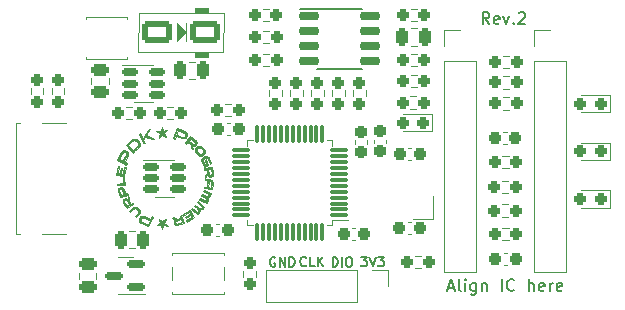
<source format=gto>
G04 #@! TF.GenerationSoftware,KiCad,Pcbnew,7.0.6-71-g49772d2539*
G04 #@! TF.CreationDate,2023-08-07T20:45:02-04:00*
G04 #@! TF.ProjectId,Free_PDK,46726565-5f50-4444-9b2e-6b696361645f,rev?*
G04 #@! TF.SameCoordinates,Original*
G04 #@! TF.FileFunction,Legend,Top*
G04 #@! TF.FilePolarity,Positive*
%FSLAX46Y46*%
G04 Gerber Fmt 4.6, Leading zero omitted, Abs format (unit mm)*
G04 Created by KiCad (PCBNEW 7.0.6-71-g49772d2539) date 2023-08-07 20:45:02*
%MOMM*%
%LPD*%
G01*
G04 APERTURE LIST*
G04 Aperture macros list*
%AMRoundRect*
0 Rectangle with rounded corners*
0 $1 Rounding radius*
0 $2 $3 $4 $5 $6 $7 $8 $9 X,Y pos of 4 corners*
0 Add a 4 corners polygon primitive as box body*
4,1,4,$2,$3,$4,$5,$6,$7,$8,$9,$2,$3,0*
0 Add four circle primitives for the rounded corners*
1,1,$1+$1,$2,$3*
1,1,$1+$1,$4,$5*
1,1,$1+$1,$6,$7*
1,1,$1+$1,$8,$9*
0 Add four rect primitives between the rounded corners*
20,1,$1+$1,$2,$3,$4,$5,0*
20,1,$1+$1,$4,$5,$6,$7,0*
20,1,$1+$1,$6,$7,$8,$9,0*
20,1,$1+$1,$8,$9,$2,$3,0*%
G04 Aperture macros list end*
%ADD10C,0.004205*%
%ADD11C,0.034969*%
%ADD12C,0.150000*%
%ADD13C,0.120000*%
%ADD14C,0.200000*%
%ADD15C,0.100000*%
%ADD16RoundRect,0.075000X0.662500X0.075000X-0.662500X0.075000X-0.662500X-0.075000X0.662500X-0.075000X0*%
%ADD17RoundRect,0.075000X0.075000X0.662500X-0.075000X0.662500X-0.075000X-0.662500X0.075000X-0.662500X0*%
%ADD18RoundRect,0.237500X-0.250000X-0.237500X0.250000X-0.237500X0.250000X0.237500X-0.250000X0.237500X0*%
%ADD19C,3.800000*%
%ADD20R,1.536000X2.700000*%
%ADD21RoundRect,0.237500X0.237500X-0.250000X0.237500X0.250000X-0.237500X0.250000X-0.237500X-0.250000X0*%
%ADD22RoundRect,0.237500X0.287500X0.237500X-0.287500X0.237500X-0.287500X-0.237500X0.287500X-0.237500X0*%
%ADD23RoundRect,0.237500X0.300000X0.237500X-0.300000X0.237500X-0.300000X-0.237500X0.300000X-0.237500X0*%
%ADD24RoundRect,0.237500X-0.237500X0.250000X-0.237500X-0.250000X0.237500X-0.250000X0.237500X0.250000X0*%
%ADD25RoundRect,0.150000X-0.512500X-0.150000X0.512500X-0.150000X0.512500X0.150000X-0.512500X0.150000X0*%
%ADD26RoundRect,0.237500X0.250000X0.237500X-0.250000X0.237500X-0.250000X-0.237500X0.250000X-0.237500X0*%
%ADD27RoundRect,0.237500X-0.300000X-0.237500X0.300000X-0.237500X0.300000X0.237500X-0.300000X0.237500X0*%
%ADD28RoundRect,0.250000X-0.475000X0.250000X-0.475000X-0.250000X0.475000X-0.250000X0.475000X0.250000X0*%
%ADD29R,1.447200X0.650000*%
%ADD30R,1.447200X0.672400*%
%ADD31RoundRect,0.150000X-0.725000X-0.150000X0.725000X-0.150000X0.725000X0.150000X-0.725000X0.150000X0*%
%ADD32RoundRect,0.150000X0.587500X0.150000X-0.587500X0.150000X-0.587500X-0.150000X0.587500X-0.150000X0*%
%ADD33R,1.700000X1.700000*%
%ADD34O,1.700000X1.700000*%
%ADD35RoundRect,0.237500X0.237500X-0.300000X0.237500X0.300000X-0.237500X0.300000X-0.237500X-0.300000X0*%
%ADD36O,2.100000X1.000000*%
%ADD37O,1.600000X1.000000*%
%ADD38C,0.650000*%
%ADD39R,1.450000X0.600000*%
%ADD40R,1.450000X0.300000*%
%ADD41R,1.553800X1.632000*%
%ADD42R,1.503000X1.632000*%
%ADD43RoundRect,0.250000X-0.250000X-0.475000X0.250000X-0.475000X0.250000X0.475000X-0.250000X0.475000X0*%
%ADD44RoundRect,0.250000X0.250000X0.475000X-0.250000X0.475000X-0.250000X-0.475000X0.250000X-0.475000X0*%
%ADD45RoundRect,0.250000X1.000000X0.650000X-1.000000X0.650000X-1.000000X-0.650000X1.000000X-0.650000X0*%
G04 APERTURE END LIST*
D10*
X85535298Y-100674313D02*
X85840803Y-100478396D01*
X85708806Y-100816458D01*
X85989544Y-101046460D01*
X85627227Y-101025395D01*
X85495230Y-101363456D01*
X85403302Y-101012374D01*
X85040984Y-100991308D01*
X85346489Y-100795392D01*
X85254561Y-100444310D01*
X85535298Y-100674313D01*
G36*
X85535298Y-100674313D02*
G01*
X85840803Y-100478396D01*
X85708806Y-100816458D01*
X85989544Y-101046460D01*
X85627227Y-101025395D01*
X85495230Y-101363456D01*
X85403302Y-101012374D01*
X85040984Y-100991308D01*
X85346489Y-100795392D01*
X85254561Y-100444310D01*
X85535298Y-100674313D01*
G37*
X85604504Y-93005517D02*
X85966787Y-92983887D01*
X85686404Y-93214326D01*
X85818928Y-93552183D01*
X85513122Y-93356742D01*
X85232739Y-93587180D01*
X85324121Y-93235956D01*
X85018316Y-93040515D01*
X85380599Y-93018885D01*
X85471981Y-92667661D01*
X85604504Y-93005517D01*
G36*
X85604504Y-93005517D02*
G01*
X85966787Y-92983887D01*
X85686404Y-93214326D01*
X85818928Y-93552183D01*
X85513122Y-93356742D01*
X85232739Y-93587180D01*
X85324121Y-93235956D01*
X85018316Y-93040515D01*
X85380599Y-93018885D01*
X85471981Y-92667661D01*
X85604504Y-93005517D01*
G37*
D11*
X84158499Y-93408488D02*
X84847631Y-93678212D01*
X84691758Y-93746137D01*
X84098442Y-93510206D01*
X83922674Y-93806672D01*
X84023335Y-94037564D01*
X83907889Y-94087899D01*
X83555578Y-93279734D01*
X83671028Y-93229442D01*
X83867315Y-93679681D01*
X84304830Y-92953126D01*
X84473376Y-92879618D01*
X84158499Y-93408488D01*
G36*
X84158499Y-93408488D02*
G01*
X84847631Y-93678212D01*
X84691758Y-93746137D01*
X84098442Y-93510206D01*
X83922674Y-93806672D01*
X84023335Y-94037564D01*
X83907889Y-94087899D01*
X83555578Y-93279734D01*
X83671028Y-93229442D01*
X83867315Y-93679681D01*
X84304830Y-92953126D01*
X84473376Y-92879618D01*
X84158499Y-93408488D01*
G37*
X83159922Y-93692458D02*
X83169968Y-93692786D01*
X83180036Y-93693383D01*
X83190127Y-93694248D01*
X83200210Y-93695367D01*
X83210254Y-93696725D01*
X83220259Y-93698323D01*
X83230225Y-93700159D01*
X83240152Y-93702234D01*
X83250039Y-93704548D01*
X83259887Y-93707100D01*
X83269696Y-93709891D01*
X83279466Y-93712921D01*
X83289196Y-93716189D01*
X83298888Y-93719696D01*
X83308540Y-93723441D01*
X83318153Y-93727424D01*
X83327726Y-93731646D01*
X83337260Y-93736106D01*
X83346756Y-93740804D01*
X83356178Y-93745737D01*
X83365492Y-93750885D01*
X83374698Y-93756249D01*
X83383797Y-93761828D01*
X83392787Y-93767623D01*
X83401669Y-93773633D01*
X83410443Y-93779859D01*
X83419109Y-93786300D01*
X83427667Y-93792957D01*
X83436118Y-93799829D01*
X83444460Y-93806917D01*
X83452694Y-93814220D01*
X83460820Y-93821738D01*
X83468839Y-93829472D01*
X83476749Y-93837422D01*
X83484552Y-93845587D01*
X83484552Y-93845588D01*
X83492293Y-93854015D01*
X83499805Y-93862529D01*
X83507087Y-93871131D01*
X83514141Y-93879819D01*
X83520966Y-93888595D01*
X83527562Y-93897458D01*
X83533929Y-93906407D01*
X83540066Y-93915443D01*
X83545975Y-93924566D01*
X83551654Y-93933776D01*
X83557105Y-93943071D01*
X83562326Y-93952453D01*
X83567319Y-93961921D01*
X83572082Y-93971475D01*
X83576616Y-93981115D01*
X83580922Y-93990840D01*
X83584990Y-94000626D01*
X83588814Y-94010430D01*
X83592394Y-94020254D01*
X83595730Y-94030096D01*
X83598821Y-94039958D01*
X83601668Y-94049839D01*
X83604271Y-94059739D01*
X83606629Y-94069659D01*
X83608743Y-94079598D01*
X83610613Y-94089558D01*
X83612238Y-94099537D01*
X83613620Y-94109536D01*
X83614756Y-94119556D01*
X83615649Y-94129595D01*
X83616297Y-94139656D01*
X83616701Y-94149736D01*
X83616851Y-94159809D01*
X83616738Y-94169844D01*
X83616362Y-94179842D01*
X83615722Y-94189802D01*
X83614819Y-94199727D01*
X83613653Y-94209614D01*
X83612223Y-94219464D01*
X83610530Y-94229279D01*
X83608574Y-94239056D01*
X83606354Y-94248798D01*
X83603872Y-94258503D01*
X83601125Y-94268172D01*
X83598116Y-94277805D01*
X83594843Y-94287403D01*
X83591307Y-94296965D01*
X83587508Y-94306491D01*
X83583441Y-94315937D01*
X83579102Y-94325274D01*
X83574492Y-94334502D01*
X83569611Y-94343620D01*
X83564459Y-94352629D01*
X83559035Y-94361529D01*
X83553340Y-94370320D01*
X83547373Y-94379002D01*
X83541136Y-94387574D01*
X83534627Y-94396037D01*
X83527846Y-94404391D01*
X83520795Y-94412636D01*
X83513472Y-94420772D01*
X83505877Y-94428798D01*
X83498012Y-94436715D01*
X83489875Y-94444523D01*
X83165388Y-94748419D01*
X83079299Y-94656482D01*
X83403781Y-94352585D01*
X83411527Y-94345104D01*
X83418908Y-94337506D01*
X83425924Y-94329791D01*
X83432575Y-94321959D01*
X83438860Y-94314010D01*
X83444780Y-94305944D01*
X83450335Y-94297762D01*
X83455525Y-94289463D01*
X83460350Y-94281047D01*
X83464810Y-94272515D01*
X83468904Y-94263866D01*
X83472634Y-94255101D01*
X83475998Y-94246220D01*
X83478998Y-94237222D01*
X83481632Y-94228108D01*
X83483901Y-94218878D01*
X83485828Y-94209588D01*
X83487434Y-94200296D01*
X83488720Y-94191000D01*
X83489686Y-94181701D01*
X83490332Y-94172399D01*
X83490658Y-94163094D01*
X83490664Y-94153785D01*
X83490350Y-94144473D01*
X83489715Y-94135157D01*
X83488760Y-94125838D01*
X83487486Y-94116516D01*
X83485891Y-94107190D01*
X83483976Y-94097860D01*
X83481741Y-94088526D01*
X83479186Y-94079189D01*
X83476311Y-94069847D01*
X83473139Y-94060548D01*
X83469692Y-94051338D01*
X83465971Y-94042216D01*
X83461975Y-94033182D01*
X83457705Y-94024237D01*
X83453161Y-94015380D01*
X83448342Y-94006611D01*
X83443249Y-93997930D01*
X83437881Y-93989337D01*
X83432240Y-93980832D01*
X83426323Y-93972415D01*
X83420133Y-93964086D01*
X83413668Y-93955845D01*
X83406929Y-93947691D01*
X83399915Y-93939626D01*
X83392627Y-93931647D01*
X83385147Y-93923853D01*
X83377558Y-93916324D01*
X83369859Y-93909059D01*
X83362050Y-93902059D01*
X83354132Y-93895322D01*
X83346104Y-93888851D01*
X83337967Y-93882643D01*
X83329720Y-93876700D01*
X83321363Y-93871021D01*
X83312897Y-93865607D01*
X83304321Y-93860456D01*
X83295635Y-93855569D01*
X83286840Y-93850946D01*
X83277936Y-93846587D01*
X83268921Y-93842492D01*
X83259797Y-93838661D01*
X83250613Y-93835125D01*
X83241418Y-93831915D01*
X83232213Y-93829033D01*
X83222997Y-93826477D01*
X83213770Y-93824248D01*
X83204532Y-93822346D01*
X83195284Y-93820771D01*
X83186024Y-93819523D01*
X83176755Y-93818602D01*
X83167474Y-93818009D01*
X83158183Y-93817743D01*
X83148881Y-93817804D01*
X83139568Y-93818192D01*
X83130244Y-93818908D01*
X83120910Y-93819951D01*
X83111565Y-93821322D01*
X83102259Y-93823041D01*
X83093042Y-93825127D01*
X83083914Y-93827580D01*
X83074875Y-93830400D01*
X83065924Y-93833588D01*
X83057063Y-93837145D01*
X83048290Y-93841069D01*
X83039606Y-93845362D01*
X83031011Y-93850023D01*
X83022505Y-93855052D01*
X83014088Y-93860451D01*
X83005760Y-93866219D01*
X82997521Y-93872355D01*
X82989370Y-93878862D01*
X82981309Y-93885737D01*
X82973336Y-93892983D01*
X82602890Y-94239910D01*
X83119424Y-94791449D01*
X83027504Y-94877551D01*
X82424876Y-94234074D01*
X82887248Y-93801045D01*
X82895566Y-93793439D01*
X82903977Y-93786110D01*
X82912479Y-93779059D01*
X82921074Y-93772285D01*
X82929760Y-93765789D01*
X82938538Y-93759570D01*
X82947408Y-93753630D01*
X82956370Y-93747967D01*
X82965423Y-93742582D01*
X82974569Y-93737475D01*
X82983806Y-93732647D01*
X82993135Y-93728096D01*
X83002556Y-93723824D01*
X83012069Y-93719830D01*
X83021674Y-93716114D01*
X83031370Y-93712677D01*
X83041124Y-93709506D01*
X83050900Y-93706604D01*
X83060698Y-93703972D01*
X83070520Y-93701609D01*
X83080363Y-93699516D01*
X83090229Y-93697692D01*
X83100118Y-93696137D01*
X83110029Y-93694851D01*
X83119963Y-93693835D01*
X83129919Y-93693087D01*
X83139897Y-93692608D01*
X83149898Y-93692399D01*
X83159922Y-93692458D01*
G36*
X83159922Y-93692458D02*
G01*
X83169968Y-93692786D01*
X83180036Y-93693383D01*
X83190127Y-93694248D01*
X83200210Y-93695367D01*
X83210254Y-93696725D01*
X83220259Y-93698323D01*
X83230225Y-93700159D01*
X83240152Y-93702234D01*
X83250039Y-93704548D01*
X83259887Y-93707100D01*
X83269696Y-93709891D01*
X83279466Y-93712921D01*
X83289196Y-93716189D01*
X83298888Y-93719696D01*
X83308540Y-93723441D01*
X83318153Y-93727424D01*
X83327726Y-93731646D01*
X83337260Y-93736106D01*
X83346756Y-93740804D01*
X83356178Y-93745737D01*
X83365492Y-93750885D01*
X83374698Y-93756249D01*
X83383797Y-93761828D01*
X83392787Y-93767623D01*
X83401669Y-93773633D01*
X83410443Y-93779859D01*
X83419109Y-93786300D01*
X83427667Y-93792957D01*
X83436118Y-93799829D01*
X83444460Y-93806917D01*
X83452694Y-93814220D01*
X83460820Y-93821738D01*
X83468839Y-93829472D01*
X83476749Y-93837422D01*
X83484552Y-93845587D01*
X83484552Y-93845588D01*
X83492293Y-93854015D01*
X83499805Y-93862529D01*
X83507087Y-93871131D01*
X83514141Y-93879819D01*
X83520966Y-93888595D01*
X83527562Y-93897458D01*
X83533929Y-93906407D01*
X83540066Y-93915443D01*
X83545975Y-93924566D01*
X83551654Y-93933776D01*
X83557105Y-93943071D01*
X83562326Y-93952453D01*
X83567319Y-93961921D01*
X83572082Y-93971475D01*
X83576616Y-93981115D01*
X83580922Y-93990840D01*
X83584990Y-94000626D01*
X83588814Y-94010430D01*
X83592394Y-94020254D01*
X83595730Y-94030096D01*
X83598821Y-94039958D01*
X83601668Y-94049839D01*
X83604271Y-94059739D01*
X83606629Y-94069659D01*
X83608743Y-94079598D01*
X83610613Y-94089558D01*
X83612238Y-94099537D01*
X83613620Y-94109536D01*
X83614756Y-94119556D01*
X83615649Y-94129595D01*
X83616297Y-94139656D01*
X83616701Y-94149736D01*
X83616851Y-94159809D01*
X83616738Y-94169844D01*
X83616362Y-94179842D01*
X83615722Y-94189802D01*
X83614819Y-94199727D01*
X83613653Y-94209614D01*
X83612223Y-94219464D01*
X83610530Y-94229279D01*
X83608574Y-94239056D01*
X83606354Y-94248798D01*
X83603872Y-94258503D01*
X83601125Y-94268172D01*
X83598116Y-94277805D01*
X83594843Y-94287403D01*
X83591307Y-94296965D01*
X83587508Y-94306491D01*
X83583441Y-94315937D01*
X83579102Y-94325274D01*
X83574492Y-94334502D01*
X83569611Y-94343620D01*
X83564459Y-94352629D01*
X83559035Y-94361529D01*
X83553340Y-94370320D01*
X83547373Y-94379002D01*
X83541136Y-94387574D01*
X83534627Y-94396037D01*
X83527846Y-94404391D01*
X83520795Y-94412636D01*
X83513472Y-94420772D01*
X83505877Y-94428798D01*
X83498012Y-94436715D01*
X83489875Y-94444523D01*
X83165388Y-94748419D01*
X83079299Y-94656482D01*
X83403781Y-94352585D01*
X83411527Y-94345104D01*
X83418908Y-94337506D01*
X83425924Y-94329791D01*
X83432575Y-94321959D01*
X83438860Y-94314010D01*
X83444780Y-94305944D01*
X83450335Y-94297762D01*
X83455525Y-94289463D01*
X83460350Y-94281047D01*
X83464810Y-94272515D01*
X83468904Y-94263866D01*
X83472634Y-94255101D01*
X83475998Y-94246220D01*
X83478998Y-94237222D01*
X83481632Y-94228108D01*
X83483901Y-94218878D01*
X83485828Y-94209588D01*
X83487434Y-94200296D01*
X83488720Y-94191000D01*
X83489686Y-94181701D01*
X83490332Y-94172399D01*
X83490658Y-94163094D01*
X83490664Y-94153785D01*
X83490350Y-94144473D01*
X83489715Y-94135157D01*
X83488760Y-94125838D01*
X83487486Y-94116516D01*
X83485891Y-94107190D01*
X83483976Y-94097860D01*
X83481741Y-94088526D01*
X83479186Y-94079189D01*
X83476311Y-94069847D01*
X83473139Y-94060548D01*
X83469692Y-94051338D01*
X83465971Y-94042216D01*
X83461975Y-94033182D01*
X83457705Y-94024237D01*
X83453161Y-94015380D01*
X83448342Y-94006611D01*
X83443249Y-93997930D01*
X83437881Y-93989337D01*
X83432240Y-93980832D01*
X83426323Y-93972415D01*
X83420133Y-93964086D01*
X83413668Y-93955845D01*
X83406929Y-93947691D01*
X83399915Y-93939626D01*
X83392627Y-93931647D01*
X83385147Y-93923853D01*
X83377558Y-93916324D01*
X83369859Y-93909059D01*
X83362050Y-93902059D01*
X83354132Y-93895322D01*
X83346104Y-93888851D01*
X83337967Y-93882643D01*
X83329720Y-93876700D01*
X83321363Y-93871021D01*
X83312897Y-93865607D01*
X83304321Y-93860456D01*
X83295635Y-93855569D01*
X83286840Y-93850946D01*
X83277936Y-93846587D01*
X83268921Y-93842492D01*
X83259797Y-93838661D01*
X83250613Y-93835125D01*
X83241418Y-93831915D01*
X83232213Y-93829033D01*
X83222997Y-93826477D01*
X83213770Y-93824248D01*
X83204532Y-93822346D01*
X83195284Y-93820771D01*
X83186024Y-93819523D01*
X83176755Y-93818602D01*
X83167474Y-93818009D01*
X83158183Y-93817743D01*
X83148881Y-93817804D01*
X83139568Y-93818192D01*
X83130244Y-93818908D01*
X83120910Y-93819951D01*
X83111565Y-93821322D01*
X83102259Y-93823041D01*
X83093042Y-93825127D01*
X83083914Y-93827580D01*
X83074875Y-93830400D01*
X83065924Y-93833588D01*
X83057063Y-93837145D01*
X83048290Y-93841069D01*
X83039606Y-93845362D01*
X83031011Y-93850023D01*
X83022505Y-93855052D01*
X83014088Y-93860451D01*
X83005760Y-93866219D01*
X82997521Y-93872355D01*
X82989370Y-93878862D01*
X82981309Y-93885737D01*
X82973336Y-93892983D01*
X82602890Y-94239910D01*
X83119424Y-94791449D01*
X83027504Y-94877551D01*
X82424876Y-94234074D01*
X82887248Y-93801045D01*
X82895566Y-93793439D01*
X82903977Y-93786110D01*
X82912479Y-93779059D01*
X82921074Y-93772285D01*
X82929760Y-93765789D01*
X82938538Y-93759570D01*
X82947408Y-93753630D01*
X82956370Y-93747967D01*
X82965423Y-93742582D01*
X82974569Y-93737475D01*
X82983806Y-93732647D01*
X82993135Y-93728096D01*
X83002556Y-93723824D01*
X83012069Y-93719830D01*
X83021674Y-93716114D01*
X83031370Y-93712677D01*
X83041124Y-93709506D01*
X83050900Y-93706604D01*
X83060698Y-93703972D01*
X83070520Y-93701609D01*
X83080363Y-93699516D01*
X83090229Y-93697692D01*
X83100118Y-93696137D01*
X83110029Y-93694851D01*
X83119963Y-93693835D01*
X83129919Y-93693087D01*
X83139897Y-93692608D01*
X83149898Y-93692399D01*
X83159922Y-93692458D01*
G37*
X82317667Y-94668758D02*
X82327940Y-94669162D01*
X82338163Y-94669912D01*
X82348337Y-94671010D01*
X82358461Y-94672454D01*
X82368535Y-94674244D01*
X82378559Y-94676381D01*
X82388533Y-94678865D01*
X82398457Y-94681694D01*
X82408332Y-94684870D01*
X82418157Y-94688392D01*
X82427931Y-94692259D01*
X82437657Y-94696472D01*
X82447332Y-94701031D01*
X82456957Y-94705936D01*
X82456958Y-94705936D01*
X82466426Y-94711137D01*
X82475632Y-94716572D01*
X82484574Y-94722240D01*
X82493254Y-94728141D01*
X82501671Y-94734276D01*
X82509826Y-94740645D01*
X82517717Y-94747247D01*
X82525346Y-94754082D01*
X82532711Y-94761151D01*
X82539814Y-94768454D01*
X82546654Y-94775991D01*
X82553230Y-94783762D01*
X82559544Y-94791766D01*
X82565595Y-94800005D01*
X82571383Y-94808477D01*
X82576908Y-94817184D01*
X82582149Y-94826058D01*
X82587087Y-94835032D01*
X82591721Y-94844107D01*
X82596052Y-94853282D01*
X82600078Y-94862558D01*
X82603801Y-94871935D01*
X82607220Y-94881412D01*
X82610335Y-94890991D01*
X82613146Y-94900670D01*
X82615653Y-94910450D01*
X82617857Y-94920330D01*
X82619757Y-94930312D01*
X82621352Y-94940396D01*
X82622644Y-94950580D01*
X82623632Y-94960865D01*
X82624316Y-94971252D01*
X82624673Y-94981656D01*
X82624679Y-94992009D01*
X82624334Y-95002310D01*
X82623638Y-95012560D01*
X82622591Y-95022759D01*
X82621193Y-95032906D01*
X82619445Y-95043002D01*
X82617345Y-95053046D01*
X82614895Y-95063038D01*
X82612093Y-95072979D01*
X82608941Y-95082868D01*
X82605438Y-95092705D01*
X82601584Y-95102490D01*
X82597378Y-95112223D01*
X82592822Y-95121904D01*
X82587915Y-95131533D01*
X82351045Y-95578961D01*
X82240851Y-95520650D01*
X82477721Y-95073180D01*
X82480708Y-95067327D01*
X82483479Y-95061448D01*
X82486035Y-95055544D01*
X82488376Y-95049614D01*
X82490502Y-95043659D01*
X82492412Y-95037679D01*
X82494107Y-95031673D01*
X82495587Y-95025643D01*
X82496852Y-95019587D01*
X82497902Y-95013506D01*
X82498737Y-95007401D01*
X82499357Y-95001270D01*
X82499761Y-94995114D01*
X82499951Y-94988934D01*
X82499925Y-94982729D01*
X82499685Y-94976500D01*
X82499244Y-94970287D01*
X82498617Y-94964131D01*
X82497804Y-94958034D01*
X82496804Y-94951995D01*
X82495618Y-94946012D01*
X82494246Y-94940088D01*
X82492688Y-94934221D01*
X82490944Y-94928411D01*
X82489014Y-94922658D01*
X82486897Y-94916962D01*
X82484594Y-94911322D01*
X82482105Y-94905740D01*
X82479430Y-94900214D01*
X82476568Y-94894744D01*
X82473520Y-94889331D01*
X82470286Y-94883974D01*
X82466885Y-94878725D01*
X82463335Y-94873620D01*
X82459636Y-94868658D01*
X82455789Y-94863840D01*
X82451793Y-94859166D01*
X82447649Y-94854636D01*
X82443356Y-94850250D01*
X82438914Y-94846008D01*
X82434324Y-94841910D01*
X82429586Y-94837957D01*
X82424699Y-94834148D01*
X82419663Y-94830483D01*
X82414479Y-94826962D01*
X82409146Y-94823586D01*
X82403664Y-94820354D01*
X82398034Y-94817267D01*
X82392179Y-94814272D01*
X82386302Y-94811490D01*
X82380402Y-94808919D01*
X82374480Y-94806561D01*
X82368535Y-94804414D01*
X82362568Y-94802479D01*
X82356578Y-94800755D01*
X82350566Y-94799242D01*
X82344531Y-94797941D01*
X82338474Y-94796850D01*
X82332394Y-94795970D01*
X82326291Y-94795301D01*
X82320166Y-94794841D01*
X82314019Y-94794592D01*
X82307848Y-94794553D01*
X82301656Y-94794724D01*
X82295481Y-94795093D01*
X82289363Y-94795649D01*
X82283303Y-94796391D01*
X82277300Y-94797321D01*
X82271354Y-94798437D01*
X82265466Y-94799740D01*
X82259635Y-94801229D01*
X82253861Y-94802905D01*
X82248144Y-94804767D01*
X82242485Y-94806816D01*
X82236883Y-94809051D01*
X82231338Y-94811472D01*
X82225850Y-94814079D01*
X82220420Y-94816873D01*
X82215047Y-94819853D01*
X82209731Y-94823018D01*
X82204513Y-94826358D01*
X82199432Y-94829859D01*
X82194489Y-94833521D01*
X82189682Y-94837344D01*
X82185012Y-94841329D01*
X82180479Y-94845476D01*
X82176083Y-94849783D01*
X82171824Y-94854252D01*
X82167702Y-94858882D01*
X82163718Y-94863674D01*
X82159870Y-94868627D01*
X82156160Y-94873742D01*
X82152586Y-94879017D01*
X82149150Y-94884454D01*
X82145851Y-94890053D01*
X82142689Y-94895813D01*
X81872823Y-95405623D01*
X82540662Y-95759141D01*
X82481738Y-95870473D01*
X81702592Y-95457973D01*
X82031382Y-94836915D01*
X82036583Y-94827441D01*
X82042019Y-94818226D01*
X82047691Y-94809270D01*
X82053600Y-94800573D01*
X82059744Y-94792134D01*
X82066125Y-94783954D01*
X82072741Y-94776033D01*
X82079594Y-94768371D01*
X82086682Y-94760968D01*
X82094007Y-94753823D01*
X82101568Y-94746937D01*
X82109365Y-94740310D01*
X82117398Y-94733941D01*
X82125668Y-94727832D01*
X82134173Y-94721981D01*
X82142915Y-94716389D01*
X82151822Y-94711083D01*
X82160826Y-94706089D01*
X82169925Y-94701409D01*
X82179121Y-94697041D01*
X82188413Y-94692985D01*
X82197801Y-94689242D01*
X82207285Y-94685812D01*
X82216865Y-94682694D01*
X82226542Y-94679889D01*
X82236314Y-94677396D01*
X82246183Y-94675215D01*
X82256148Y-94673346D01*
X82266209Y-94671790D01*
X82276367Y-94670545D01*
X82286620Y-94669613D01*
X82296970Y-94668992D01*
X82307343Y-94668702D01*
X82317667Y-94668758D01*
G36*
X82317667Y-94668758D02*
G01*
X82327940Y-94669162D01*
X82338163Y-94669912D01*
X82348337Y-94671010D01*
X82358461Y-94672454D01*
X82368535Y-94674244D01*
X82378559Y-94676381D01*
X82388533Y-94678865D01*
X82398457Y-94681694D01*
X82408332Y-94684870D01*
X82418157Y-94688392D01*
X82427931Y-94692259D01*
X82437657Y-94696472D01*
X82447332Y-94701031D01*
X82456957Y-94705936D01*
X82456958Y-94705936D01*
X82466426Y-94711137D01*
X82475632Y-94716572D01*
X82484574Y-94722240D01*
X82493254Y-94728141D01*
X82501671Y-94734276D01*
X82509826Y-94740645D01*
X82517717Y-94747247D01*
X82525346Y-94754082D01*
X82532711Y-94761151D01*
X82539814Y-94768454D01*
X82546654Y-94775991D01*
X82553230Y-94783762D01*
X82559544Y-94791766D01*
X82565595Y-94800005D01*
X82571383Y-94808477D01*
X82576908Y-94817184D01*
X82582149Y-94826058D01*
X82587087Y-94835032D01*
X82591721Y-94844107D01*
X82596052Y-94853282D01*
X82600078Y-94862558D01*
X82603801Y-94871935D01*
X82607220Y-94881412D01*
X82610335Y-94890991D01*
X82613146Y-94900670D01*
X82615653Y-94910450D01*
X82617857Y-94920330D01*
X82619757Y-94930312D01*
X82621352Y-94940396D01*
X82622644Y-94950580D01*
X82623632Y-94960865D01*
X82624316Y-94971252D01*
X82624673Y-94981656D01*
X82624679Y-94992009D01*
X82624334Y-95002310D01*
X82623638Y-95012560D01*
X82622591Y-95022759D01*
X82621193Y-95032906D01*
X82619445Y-95043002D01*
X82617345Y-95053046D01*
X82614895Y-95063038D01*
X82612093Y-95072979D01*
X82608941Y-95082868D01*
X82605438Y-95092705D01*
X82601584Y-95102490D01*
X82597378Y-95112223D01*
X82592822Y-95121904D01*
X82587915Y-95131533D01*
X82351045Y-95578961D01*
X82240851Y-95520650D01*
X82477721Y-95073180D01*
X82480708Y-95067327D01*
X82483479Y-95061448D01*
X82486035Y-95055544D01*
X82488376Y-95049614D01*
X82490502Y-95043659D01*
X82492412Y-95037679D01*
X82494107Y-95031673D01*
X82495587Y-95025643D01*
X82496852Y-95019587D01*
X82497902Y-95013506D01*
X82498737Y-95007401D01*
X82499357Y-95001270D01*
X82499761Y-94995114D01*
X82499951Y-94988934D01*
X82499925Y-94982729D01*
X82499685Y-94976500D01*
X82499244Y-94970287D01*
X82498617Y-94964131D01*
X82497804Y-94958034D01*
X82496804Y-94951995D01*
X82495618Y-94946012D01*
X82494246Y-94940088D01*
X82492688Y-94934221D01*
X82490944Y-94928411D01*
X82489014Y-94922658D01*
X82486897Y-94916962D01*
X82484594Y-94911322D01*
X82482105Y-94905740D01*
X82479430Y-94900214D01*
X82476568Y-94894744D01*
X82473520Y-94889331D01*
X82470286Y-94883974D01*
X82466885Y-94878725D01*
X82463335Y-94873620D01*
X82459636Y-94868658D01*
X82455789Y-94863840D01*
X82451793Y-94859166D01*
X82447649Y-94854636D01*
X82443356Y-94850250D01*
X82438914Y-94846008D01*
X82434324Y-94841910D01*
X82429586Y-94837957D01*
X82424699Y-94834148D01*
X82419663Y-94830483D01*
X82414479Y-94826962D01*
X82409146Y-94823586D01*
X82403664Y-94820354D01*
X82398034Y-94817267D01*
X82392179Y-94814272D01*
X82386302Y-94811490D01*
X82380402Y-94808919D01*
X82374480Y-94806561D01*
X82368535Y-94804414D01*
X82362568Y-94802479D01*
X82356578Y-94800755D01*
X82350566Y-94799242D01*
X82344531Y-94797941D01*
X82338474Y-94796850D01*
X82332394Y-94795970D01*
X82326291Y-94795301D01*
X82320166Y-94794841D01*
X82314019Y-94794592D01*
X82307848Y-94794553D01*
X82301656Y-94794724D01*
X82295481Y-94795093D01*
X82289363Y-94795649D01*
X82283303Y-94796391D01*
X82277300Y-94797321D01*
X82271354Y-94798437D01*
X82265466Y-94799740D01*
X82259635Y-94801229D01*
X82253861Y-94802905D01*
X82248144Y-94804767D01*
X82242485Y-94806816D01*
X82236883Y-94809051D01*
X82231338Y-94811472D01*
X82225850Y-94814079D01*
X82220420Y-94816873D01*
X82215047Y-94819853D01*
X82209731Y-94823018D01*
X82204513Y-94826358D01*
X82199432Y-94829859D01*
X82194489Y-94833521D01*
X82189682Y-94837344D01*
X82185012Y-94841329D01*
X82180479Y-94845476D01*
X82176083Y-94849783D01*
X82171824Y-94854252D01*
X82167702Y-94858882D01*
X82163718Y-94863674D01*
X82159870Y-94868627D01*
X82156160Y-94873742D01*
X82152586Y-94879017D01*
X82149150Y-94884454D01*
X82145851Y-94890053D01*
X82142689Y-94895813D01*
X81872823Y-95405623D01*
X82540662Y-95759141D01*
X82481738Y-95870473D01*
X81702592Y-95457973D01*
X82031382Y-94836915D01*
X82036583Y-94827441D01*
X82042019Y-94818226D01*
X82047691Y-94809270D01*
X82053600Y-94800573D01*
X82059744Y-94792134D01*
X82066125Y-94783954D01*
X82072741Y-94776033D01*
X82079594Y-94768371D01*
X82086682Y-94760968D01*
X82094007Y-94753823D01*
X82101568Y-94746937D01*
X82109365Y-94740310D01*
X82117398Y-94733941D01*
X82125668Y-94727832D01*
X82134173Y-94721981D01*
X82142915Y-94716389D01*
X82151822Y-94711083D01*
X82160826Y-94706089D01*
X82169925Y-94701409D01*
X82179121Y-94697041D01*
X82188413Y-94692985D01*
X82197801Y-94689242D01*
X82207285Y-94685812D01*
X82216865Y-94682694D01*
X82226542Y-94679889D01*
X82236314Y-94677396D01*
X82246183Y-94675215D01*
X82256148Y-94673346D01*
X82266209Y-94671790D01*
X82276367Y-94670545D01*
X82286620Y-94669613D01*
X82296970Y-94668992D01*
X82307343Y-94668702D01*
X82317667Y-94668758D01*
G37*
X82129108Y-96148593D02*
X82056973Y-96598750D01*
X81931377Y-96578641D01*
X82003507Y-96128485D01*
X82129108Y-96148593D01*
G36*
X82129108Y-96148593D02*
G01*
X82056973Y-96598750D01*
X81931377Y-96578641D01*
X82003507Y-96128485D01*
X82129108Y-96148593D01*
G37*
X81864548Y-96024584D02*
X81770298Y-96612772D01*
X82205542Y-96682501D01*
X82299787Y-96094313D01*
X82425388Y-96114422D01*
X82311013Y-96828257D01*
X81624576Y-96718227D01*
X81738951Y-96004433D01*
X81864548Y-96024584D01*
G36*
X81864548Y-96024584D02*
G01*
X81770298Y-96612772D01*
X82205542Y-96682501D01*
X82299787Y-96094313D01*
X82425388Y-96114422D01*
X82311013Y-96828257D01*
X81624576Y-96718227D01*
X81738951Y-96004433D01*
X81864548Y-96024584D01*
G37*
X82354765Y-97575383D02*
X81663622Y-97621477D01*
X81655247Y-97495788D01*
X82220726Y-97458089D01*
X82185051Y-96922797D01*
X82310711Y-96914401D01*
X82354765Y-97575383D01*
G36*
X82354765Y-97575383D02*
G01*
X81663622Y-97621477D01*
X81655247Y-97495788D01*
X82220726Y-97458089D01*
X82185051Y-96922797D01*
X82310711Y-96914401D01*
X82354765Y-97575383D01*
G37*
X82024995Y-97788412D02*
X82033154Y-97788757D01*
X82041317Y-97789379D01*
X82049486Y-97790279D01*
X82057659Y-97791457D01*
X82065838Y-97792913D01*
X82074021Y-97794647D01*
X82082149Y-97796627D01*
X82090158Y-97798835D01*
X82098048Y-97801271D01*
X82105819Y-97803936D01*
X82113472Y-97806829D01*
X82121006Y-97809951D01*
X82128421Y-97813302D01*
X82135718Y-97816881D01*
X82142896Y-97820689D01*
X82149955Y-97824726D01*
X82156896Y-97828992D01*
X82163718Y-97833486D01*
X82170421Y-97838210D01*
X82177006Y-97843162D01*
X82183472Y-97848344D01*
X82189820Y-97853755D01*
X82195993Y-97859366D01*
X82201937Y-97865147D01*
X82207651Y-97871098D01*
X82213136Y-97877220D01*
X82218390Y-97883513D01*
X82223415Y-97889975D01*
X82228210Y-97896609D01*
X82232775Y-97903413D01*
X82237110Y-97910388D01*
X82241216Y-97917533D01*
X82245091Y-97924850D01*
X82248737Y-97932337D01*
X82252153Y-97939995D01*
X82255340Y-97947824D01*
X82258296Y-97955825D01*
X82261023Y-97963996D01*
X82366645Y-98297786D01*
X82247774Y-98335401D01*
X82142151Y-98001610D01*
X82140032Y-97995409D01*
X82137664Y-97989416D01*
X82135047Y-97983630D01*
X82132181Y-97978052D01*
X82129065Y-97972682D01*
X82125701Y-97967520D01*
X82122088Y-97962566D01*
X82118226Y-97957820D01*
X82114115Y-97953282D01*
X82109755Y-97948952D01*
X82105146Y-97944830D01*
X82100288Y-97940917D01*
X82095181Y-97937212D01*
X82089825Y-97933715D01*
X82084220Y-97930427D01*
X82078366Y-97927347D01*
X82072382Y-97924518D01*
X82066386Y-97921999D01*
X82060380Y-97919787D01*
X82054363Y-97917885D01*
X82048335Y-97916290D01*
X82042295Y-97915005D01*
X82036245Y-97914027D01*
X82030184Y-97913357D01*
X82024113Y-97912996D01*
X82018030Y-97912942D01*
X82011936Y-97913196D01*
X82005831Y-97913757D01*
X81999716Y-97914626D01*
X81993589Y-97915803D01*
X81987452Y-97917286D01*
X81981304Y-97919077D01*
X81975102Y-97921189D01*
X81969105Y-97923540D01*
X81963313Y-97926132D01*
X81957726Y-97928964D01*
X81952344Y-97932035D01*
X81947166Y-97935347D01*
X81942194Y-97938899D01*
X81937426Y-97942691D01*
X81932863Y-97946723D01*
X81928505Y-97950996D01*
X81924352Y-97955508D01*
X81920403Y-97960260D01*
X81916660Y-97965252D01*
X81913121Y-97970485D01*
X81909787Y-97975957D01*
X81906658Y-97981670D01*
X81903789Y-97987510D01*
X81901233Y-97993380D01*
X81898991Y-97999281D01*
X81897063Y-98005212D01*
X81895448Y-98011174D01*
X81894148Y-98017165D01*
X81893161Y-98023187D01*
X81892488Y-98029239D01*
X81892129Y-98035321D01*
X81892084Y-98041433D01*
X81892353Y-98047574D01*
X81892935Y-98053746D01*
X81893832Y-98059947D01*
X81895042Y-98066178D01*
X81896567Y-98072439D01*
X81898405Y-98078729D01*
X82023783Y-98474966D01*
X82565313Y-98303618D01*
X82602927Y-98422490D01*
X81942522Y-98631452D01*
X81779530Y-98116339D01*
X81777059Y-98108087D01*
X81774869Y-98099844D01*
X81772961Y-98091610D01*
X81771334Y-98083385D01*
X81769989Y-98075169D01*
X81768925Y-98066962D01*
X81768142Y-98058764D01*
X81767641Y-98050575D01*
X81767422Y-98042396D01*
X81767484Y-98034226D01*
X81767827Y-98026065D01*
X81768452Y-98017914D01*
X81769358Y-98009773D01*
X81770546Y-98001641D01*
X81772015Y-97993519D01*
X81773766Y-97985406D01*
X81775772Y-97977351D01*
X81778006Y-97969416D01*
X81780469Y-97961600D01*
X81783160Y-97953903D01*
X81786080Y-97946326D01*
X81789228Y-97938868D01*
X81792605Y-97931529D01*
X81796210Y-97924309D01*
X81800044Y-97917207D01*
X81804106Y-97910224D01*
X81808396Y-97903359D01*
X81812915Y-97896612D01*
X81817662Y-97889982D01*
X81822637Y-97883471D01*
X81827841Y-97877077D01*
X81833273Y-97870800D01*
X81838904Y-97864701D01*
X81844705Y-97858827D01*
X81850675Y-97853178D01*
X81856815Y-97847753D01*
X81863124Y-97842553D01*
X81869602Y-97837577D01*
X81876249Y-97832826D01*
X81883066Y-97828300D01*
X81890051Y-97823998D01*
X81897206Y-97819922D01*
X81904531Y-97816070D01*
X81912024Y-97812444D01*
X81919687Y-97809042D01*
X81927518Y-97805866D01*
X81935519Y-97802915D01*
X81943689Y-97800189D01*
X81943689Y-97800188D01*
X81951797Y-97797768D01*
X81959910Y-97795623D01*
X81968028Y-97793754D01*
X81976151Y-97792162D01*
X81984279Y-97790845D01*
X81992412Y-97789805D01*
X82000550Y-97789041D01*
X82008693Y-97788555D01*
X82016842Y-97788345D01*
X82024995Y-97788412D01*
G36*
X82024995Y-97788412D02*
G01*
X82033154Y-97788757D01*
X82041317Y-97789379D01*
X82049486Y-97790279D01*
X82057659Y-97791457D01*
X82065838Y-97792913D01*
X82074021Y-97794647D01*
X82082149Y-97796627D01*
X82090158Y-97798835D01*
X82098048Y-97801271D01*
X82105819Y-97803936D01*
X82113472Y-97806829D01*
X82121006Y-97809951D01*
X82128421Y-97813302D01*
X82135718Y-97816881D01*
X82142896Y-97820689D01*
X82149955Y-97824726D01*
X82156896Y-97828992D01*
X82163718Y-97833486D01*
X82170421Y-97838210D01*
X82177006Y-97843162D01*
X82183472Y-97848344D01*
X82189820Y-97853755D01*
X82195993Y-97859366D01*
X82201937Y-97865147D01*
X82207651Y-97871098D01*
X82213136Y-97877220D01*
X82218390Y-97883513D01*
X82223415Y-97889975D01*
X82228210Y-97896609D01*
X82232775Y-97903413D01*
X82237110Y-97910388D01*
X82241216Y-97917533D01*
X82245091Y-97924850D01*
X82248737Y-97932337D01*
X82252153Y-97939995D01*
X82255340Y-97947824D01*
X82258296Y-97955825D01*
X82261023Y-97963996D01*
X82366645Y-98297786D01*
X82247774Y-98335401D01*
X82142151Y-98001610D01*
X82140032Y-97995409D01*
X82137664Y-97989416D01*
X82135047Y-97983630D01*
X82132181Y-97978052D01*
X82129065Y-97972682D01*
X82125701Y-97967520D01*
X82122088Y-97962566D01*
X82118226Y-97957820D01*
X82114115Y-97953282D01*
X82109755Y-97948952D01*
X82105146Y-97944830D01*
X82100288Y-97940917D01*
X82095181Y-97937212D01*
X82089825Y-97933715D01*
X82084220Y-97930427D01*
X82078366Y-97927347D01*
X82072382Y-97924518D01*
X82066386Y-97921999D01*
X82060380Y-97919787D01*
X82054363Y-97917885D01*
X82048335Y-97916290D01*
X82042295Y-97915005D01*
X82036245Y-97914027D01*
X82030184Y-97913357D01*
X82024113Y-97912996D01*
X82018030Y-97912942D01*
X82011936Y-97913196D01*
X82005831Y-97913757D01*
X81999716Y-97914626D01*
X81993589Y-97915803D01*
X81987452Y-97917286D01*
X81981304Y-97919077D01*
X81975102Y-97921189D01*
X81969105Y-97923540D01*
X81963313Y-97926132D01*
X81957726Y-97928964D01*
X81952344Y-97932035D01*
X81947166Y-97935347D01*
X81942194Y-97938899D01*
X81937426Y-97942691D01*
X81932863Y-97946723D01*
X81928505Y-97950996D01*
X81924352Y-97955508D01*
X81920403Y-97960260D01*
X81916660Y-97965252D01*
X81913121Y-97970485D01*
X81909787Y-97975957D01*
X81906658Y-97981670D01*
X81903789Y-97987510D01*
X81901233Y-97993380D01*
X81898991Y-97999281D01*
X81897063Y-98005212D01*
X81895448Y-98011174D01*
X81894148Y-98017165D01*
X81893161Y-98023187D01*
X81892488Y-98029239D01*
X81892129Y-98035321D01*
X81892084Y-98041433D01*
X81892353Y-98047574D01*
X81892935Y-98053746D01*
X81893832Y-98059947D01*
X81895042Y-98066178D01*
X81896567Y-98072439D01*
X81898405Y-98078729D01*
X82023783Y-98474966D01*
X82565313Y-98303618D01*
X82602927Y-98422490D01*
X81942522Y-98631452D01*
X81779530Y-98116339D01*
X81777059Y-98108087D01*
X81774869Y-98099844D01*
X81772961Y-98091610D01*
X81771334Y-98083385D01*
X81769989Y-98075169D01*
X81768925Y-98066962D01*
X81768142Y-98058764D01*
X81767641Y-98050575D01*
X81767422Y-98042396D01*
X81767484Y-98034226D01*
X81767827Y-98026065D01*
X81768452Y-98017914D01*
X81769358Y-98009773D01*
X81770546Y-98001641D01*
X81772015Y-97993519D01*
X81773766Y-97985406D01*
X81775772Y-97977351D01*
X81778006Y-97969416D01*
X81780469Y-97961600D01*
X81783160Y-97953903D01*
X81786080Y-97946326D01*
X81789228Y-97938868D01*
X81792605Y-97931529D01*
X81796210Y-97924309D01*
X81800044Y-97917207D01*
X81804106Y-97910224D01*
X81808396Y-97903359D01*
X81812915Y-97896612D01*
X81817662Y-97889982D01*
X81822637Y-97883471D01*
X81827841Y-97877077D01*
X81833273Y-97870800D01*
X81838904Y-97864701D01*
X81844705Y-97858827D01*
X81850675Y-97853178D01*
X81856815Y-97847753D01*
X81863124Y-97842553D01*
X81869602Y-97837577D01*
X81876249Y-97832826D01*
X81883066Y-97828300D01*
X81890051Y-97823998D01*
X81897206Y-97819922D01*
X81904531Y-97816070D01*
X81912024Y-97812444D01*
X81919687Y-97809042D01*
X81927518Y-97805866D01*
X81935519Y-97802915D01*
X81943689Y-97800189D01*
X81943689Y-97800188D01*
X81951797Y-97797768D01*
X81959910Y-97795623D01*
X81968028Y-97793754D01*
X81976151Y-97792162D01*
X81984279Y-97790845D01*
X81992412Y-97789805D01*
X82000550Y-97789041D01*
X82008693Y-97788555D01*
X82016842Y-97788345D01*
X82024995Y-97788412D01*
G37*
X82740854Y-98665077D02*
X82689763Y-98931918D01*
X82828433Y-99146703D01*
X82723688Y-99214333D01*
X82534470Y-98921250D01*
X82530790Y-98915829D01*
X82526926Y-98910673D01*
X82522875Y-98905783D01*
X82518640Y-98901160D01*
X82514219Y-98896802D01*
X82509613Y-98892711D01*
X82504821Y-98888886D01*
X82499845Y-98885326D01*
X82494682Y-98882033D01*
X82489335Y-98879006D01*
X82483802Y-98876245D01*
X82478083Y-98873751D01*
X82472180Y-98871522D01*
X82466090Y-98869559D01*
X82459816Y-98867863D01*
X82453356Y-98866433D01*
X82446838Y-98865285D01*
X82440391Y-98864438D01*
X82434015Y-98863890D01*
X82427709Y-98863643D01*
X82421474Y-98863695D01*
X82415310Y-98864047D01*
X82409216Y-98864699D01*
X82403193Y-98865651D01*
X82397241Y-98866903D01*
X82391359Y-98868454D01*
X82385548Y-98870306D01*
X82379808Y-98872457D01*
X82374138Y-98874908D01*
X82368539Y-98877659D01*
X82363010Y-98880709D01*
X82357552Y-98884060D01*
X82352128Y-98887735D01*
X82346964Y-98891587D01*
X82342061Y-98895616D01*
X82337419Y-98899822D01*
X82333038Y-98904206D01*
X82328917Y-98908767D01*
X82325057Y-98913505D01*
X82321458Y-98918420D01*
X82318120Y-98923512D01*
X82315042Y-98928781D01*
X82312226Y-98934228D01*
X82309670Y-98939851D01*
X82307375Y-98945652D01*
X82305341Y-98951630D01*
X82303567Y-98957785D01*
X82302055Y-98964117D01*
X82300827Y-98970510D01*
X82299910Y-98976850D01*
X82299303Y-98983135D01*
X82299007Y-98989366D01*
X82299022Y-98995543D01*
X82299348Y-99001666D01*
X82299983Y-99007735D01*
X82300930Y-99013750D01*
X82302187Y-99019711D01*
X82303755Y-99025617D01*
X82305633Y-99031470D01*
X82307822Y-99037268D01*
X82310321Y-99043012D01*
X82313131Y-99048702D01*
X82316251Y-99054338D01*
X82319682Y-99059920D01*
X82544424Y-99408022D01*
X83021605Y-99099940D01*
X83089915Y-99205748D01*
X82507984Y-99581452D01*
X82214937Y-99127546D01*
X82210296Y-99120113D01*
X82205937Y-99112626D01*
X82201860Y-99105087D01*
X82198064Y-99097494D01*
X82194551Y-99089849D01*
X82191320Y-99082150D01*
X82188370Y-99074398D01*
X82185702Y-99066593D01*
X82183317Y-99058735D01*
X82181213Y-99050823D01*
X82179391Y-99042859D01*
X82177851Y-99034841D01*
X82176593Y-99026771D01*
X82175616Y-99018647D01*
X82174922Y-99010469D01*
X82174509Y-99002239D01*
X82174362Y-98994007D01*
X82174464Y-98985825D01*
X82174815Y-98977693D01*
X82175415Y-98969611D01*
X82176264Y-98961579D01*
X82177362Y-98953597D01*
X82178709Y-98945665D01*
X82180305Y-98937783D01*
X82182150Y-98929952D01*
X82184244Y-98922170D01*
X82186587Y-98914438D01*
X82189179Y-98906757D01*
X82192020Y-98899126D01*
X82195110Y-98891544D01*
X82198448Y-98884013D01*
X82202036Y-98876533D01*
X82205859Y-98869162D01*
X82209906Y-98861965D01*
X82214174Y-98854939D01*
X82218666Y-98848087D01*
X82223380Y-98841407D01*
X82228316Y-98834899D01*
X82233476Y-98828565D01*
X82238857Y-98822402D01*
X82244462Y-98816412D01*
X82250289Y-98810595D01*
X82256339Y-98804950D01*
X82262611Y-98799478D01*
X82269106Y-98794179D01*
X82275823Y-98789051D01*
X82282763Y-98784097D01*
X82289926Y-98779315D01*
X82295904Y-98775563D01*
X82301935Y-98771994D01*
X82308020Y-98768607D01*
X82314158Y-98765402D01*
X82320349Y-98762380D01*
X82326593Y-98759539D01*
X82332891Y-98756882D01*
X82339242Y-98754406D01*
X82345646Y-98752113D01*
X82352104Y-98750002D01*
X82358614Y-98748074D01*
X82365178Y-98746328D01*
X82371796Y-98744764D01*
X82378466Y-98743383D01*
X82385190Y-98742183D01*
X82391968Y-98741167D01*
X82398764Y-98740327D01*
X82405543Y-98739663D01*
X82412306Y-98739172D01*
X82419054Y-98738856D01*
X82425784Y-98738715D01*
X82432499Y-98738748D01*
X82439198Y-98738955D01*
X82445880Y-98739337D01*
X82452546Y-98739893D01*
X82459195Y-98740624D01*
X82465829Y-98741530D01*
X82472446Y-98742609D01*
X82479047Y-98743864D01*
X82485632Y-98745292D01*
X82492201Y-98746895D01*
X82498753Y-98748673D01*
X82505255Y-98750622D01*
X82511671Y-98752737D01*
X82518002Y-98755019D01*
X82524247Y-98757467D01*
X82530406Y-98760082D01*
X82536479Y-98762863D01*
X82542467Y-98765811D01*
X82548368Y-98768925D01*
X82554185Y-98772206D01*
X82559915Y-98775653D01*
X82565560Y-98779267D01*
X82571119Y-98783047D01*
X82576593Y-98786994D01*
X82581980Y-98791108D01*
X82587283Y-98795388D01*
X82592499Y-98799835D01*
X82647951Y-98521182D01*
X82740854Y-98665077D01*
G36*
X82740854Y-98665077D02*
G01*
X82689763Y-98931918D01*
X82828433Y-99146703D01*
X82723688Y-99214333D01*
X82534470Y-98921250D01*
X82530790Y-98915829D01*
X82526926Y-98910673D01*
X82522875Y-98905783D01*
X82518640Y-98901160D01*
X82514219Y-98896802D01*
X82509613Y-98892711D01*
X82504821Y-98888886D01*
X82499845Y-98885326D01*
X82494682Y-98882033D01*
X82489335Y-98879006D01*
X82483802Y-98876245D01*
X82478083Y-98873751D01*
X82472180Y-98871522D01*
X82466090Y-98869559D01*
X82459816Y-98867863D01*
X82453356Y-98866433D01*
X82446838Y-98865285D01*
X82440391Y-98864438D01*
X82434015Y-98863890D01*
X82427709Y-98863643D01*
X82421474Y-98863695D01*
X82415310Y-98864047D01*
X82409216Y-98864699D01*
X82403193Y-98865651D01*
X82397241Y-98866903D01*
X82391359Y-98868454D01*
X82385548Y-98870306D01*
X82379808Y-98872457D01*
X82374138Y-98874908D01*
X82368539Y-98877659D01*
X82363010Y-98880709D01*
X82357552Y-98884060D01*
X82352128Y-98887735D01*
X82346964Y-98891587D01*
X82342061Y-98895616D01*
X82337419Y-98899822D01*
X82333038Y-98904206D01*
X82328917Y-98908767D01*
X82325057Y-98913505D01*
X82321458Y-98918420D01*
X82318120Y-98923512D01*
X82315042Y-98928781D01*
X82312226Y-98934228D01*
X82309670Y-98939851D01*
X82307375Y-98945652D01*
X82305341Y-98951630D01*
X82303567Y-98957785D01*
X82302055Y-98964117D01*
X82300827Y-98970510D01*
X82299910Y-98976850D01*
X82299303Y-98983135D01*
X82299007Y-98989366D01*
X82299022Y-98995543D01*
X82299348Y-99001666D01*
X82299983Y-99007735D01*
X82300930Y-99013750D01*
X82302187Y-99019711D01*
X82303755Y-99025617D01*
X82305633Y-99031470D01*
X82307822Y-99037268D01*
X82310321Y-99043012D01*
X82313131Y-99048702D01*
X82316251Y-99054338D01*
X82319682Y-99059920D01*
X82544424Y-99408022D01*
X83021605Y-99099940D01*
X83089915Y-99205748D01*
X82507984Y-99581452D01*
X82214937Y-99127546D01*
X82210296Y-99120113D01*
X82205937Y-99112626D01*
X82201860Y-99105087D01*
X82198064Y-99097494D01*
X82194551Y-99089849D01*
X82191320Y-99082150D01*
X82188370Y-99074398D01*
X82185702Y-99066593D01*
X82183317Y-99058735D01*
X82181213Y-99050823D01*
X82179391Y-99042859D01*
X82177851Y-99034841D01*
X82176593Y-99026771D01*
X82175616Y-99018647D01*
X82174922Y-99010469D01*
X82174509Y-99002239D01*
X82174362Y-98994007D01*
X82174464Y-98985825D01*
X82174815Y-98977693D01*
X82175415Y-98969611D01*
X82176264Y-98961579D01*
X82177362Y-98953597D01*
X82178709Y-98945665D01*
X82180305Y-98937783D01*
X82182150Y-98929952D01*
X82184244Y-98922170D01*
X82186587Y-98914438D01*
X82189179Y-98906757D01*
X82192020Y-98899126D01*
X82195110Y-98891544D01*
X82198448Y-98884013D01*
X82202036Y-98876533D01*
X82205859Y-98869162D01*
X82209906Y-98861965D01*
X82214174Y-98854939D01*
X82218666Y-98848087D01*
X82223380Y-98841407D01*
X82228316Y-98834899D01*
X82233476Y-98828565D01*
X82238857Y-98822402D01*
X82244462Y-98816412D01*
X82250289Y-98810595D01*
X82256339Y-98804950D01*
X82262611Y-98799478D01*
X82269106Y-98794179D01*
X82275823Y-98789051D01*
X82282763Y-98784097D01*
X82289926Y-98779315D01*
X82295904Y-98775563D01*
X82301935Y-98771994D01*
X82308020Y-98768607D01*
X82314158Y-98765402D01*
X82320349Y-98762380D01*
X82326593Y-98759539D01*
X82332891Y-98756882D01*
X82339242Y-98754406D01*
X82345646Y-98752113D01*
X82352104Y-98750002D01*
X82358614Y-98748074D01*
X82365178Y-98746328D01*
X82371796Y-98744764D01*
X82378466Y-98743383D01*
X82385190Y-98742183D01*
X82391968Y-98741167D01*
X82398764Y-98740327D01*
X82405543Y-98739663D01*
X82412306Y-98739172D01*
X82419054Y-98738856D01*
X82425784Y-98738715D01*
X82432499Y-98738748D01*
X82439198Y-98738955D01*
X82445880Y-98739337D01*
X82452546Y-98739893D01*
X82459195Y-98740624D01*
X82465829Y-98741530D01*
X82472446Y-98742609D01*
X82479047Y-98743864D01*
X82485632Y-98745292D01*
X82492201Y-98746895D01*
X82498753Y-98748673D01*
X82505255Y-98750622D01*
X82511671Y-98752737D01*
X82518002Y-98755019D01*
X82524247Y-98757467D01*
X82530406Y-98760082D01*
X82536479Y-98762863D01*
X82542467Y-98765811D01*
X82548368Y-98768925D01*
X82554185Y-98772206D01*
X82559915Y-98775653D01*
X82565560Y-98779267D01*
X82571119Y-98783047D01*
X82576593Y-98786994D01*
X82581980Y-98791108D01*
X82587283Y-98795388D01*
X82592499Y-98799835D01*
X82647951Y-98521182D01*
X82740854Y-98665077D01*
G37*
X83230726Y-99458239D02*
X83238987Y-99458630D01*
X83247232Y-99459218D01*
X83255460Y-99460002D01*
X83263672Y-99460982D01*
X83271868Y-99462158D01*
X83280047Y-99463530D01*
X83288210Y-99465098D01*
X83296357Y-99466862D01*
X83304487Y-99468822D01*
X83312601Y-99470979D01*
X83320699Y-99473331D01*
X83328780Y-99475879D01*
X83336810Y-99478630D01*
X83344755Y-99481588D01*
X83352614Y-99484753D01*
X83360388Y-99488125D01*
X83368077Y-99491704D01*
X83375681Y-99495490D01*
X83383199Y-99499484D01*
X83390632Y-99503684D01*
X83397979Y-99508092D01*
X83405241Y-99512707D01*
X83412418Y-99517528D01*
X83419510Y-99522557D01*
X83426516Y-99527794D01*
X83433436Y-99533237D01*
X83440271Y-99538887D01*
X83447021Y-99544745D01*
X83498796Y-99590759D01*
X83505405Y-99596774D01*
X83511819Y-99602899D01*
X83518036Y-99609133D01*
X83524059Y-99615476D01*
X83529885Y-99621928D01*
X83535516Y-99628489D01*
X83540951Y-99635159D01*
X83546190Y-99641938D01*
X83551234Y-99648827D01*
X83556082Y-99655824D01*
X83560734Y-99662931D01*
X83565191Y-99670147D01*
X83569452Y-99677472D01*
X83573517Y-99684906D01*
X83577386Y-99692449D01*
X83581060Y-99700101D01*
X83584538Y-99707830D01*
X83587820Y-99715601D01*
X83590906Y-99723415D01*
X83593796Y-99731272D01*
X83596490Y-99739172D01*
X83598988Y-99747115D01*
X83601289Y-99755100D01*
X83603395Y-99763129D01*
X83605304Y-99771200D01*
X83607018Y-99779314D01*
X83608535Y-99787472D01*
X83609856Y-99795672D01*
X83610981Y-99803915D01*
X83611910Y-99812201D01*
X83612643Y-99820529D01*
X83613179Y-99828901D01*
X83613521Y-99837284D01*
X83613671Y-99845647D01*
X83613627Y-99853991D01*
X83613390Y-99862314D01*
X83612961Y-99870617D01*
X83612339Y-99878900D01*
X83611524Y-99887163D01*
X83610516Y-99895406D01*
X83609315Y-99903629D01*
X83607921Y-99911832D01*
X83606335Y-99920015D01*
X83604556Y-99928178D01*
X83602584Y-99936322D01*
X83600419Y-99944445D01*
X83598061Y-99952548D01*
X83595510Y-99960632D01*
X83592760Y-99968662D01*
X83589803Y-99976607D01*
X83586639Y-99984467D01*
X83583267Y-99992241D01*
X83579688Y-99999930D01*
X83575902Y-100007533D01*
X83571909Y-100015052D01*
X83567709Y-100022484D01*
X83563302Y-100029832D01*
X83558687Y-100037094D01*
X83553865Y-100044271D01*
X83548836Y-100051362D01*
X83543600Y-100058368D01*
X83538157Y-100065289D01*
X83532507Y-100072124D01*
X83526650Y-100078874D01*
X83296572Y-100337746D01*
X83202436Y-100254079D01*
X83432513Y-99995207D01*
X83437420Y-99989512D01*
X83442102Y-99983722D01*
X83446559Y-99977837D01*
X83450791Y-99971858D01*
X83454798Y-99965783D01*
X83458579Y-99959614D01*
X83462136Y-99953350D01*
X83465467Y-99946991D01*
X83468574Y-99940537D01*
X83471455Y-99933989D01*
X83474111Y-99927345D01*
X83476542Y-99920607D01*
X83478748Y-99913775D01*
X83480729Y-99906847D01*
X83482484Y-99899825D01*
X83484014Y-99892707D01*
X83485320Y-99885551D01*
X83486400Y-99878412D01*
X83487254Y-99871290D01*
X83487883Y-99864184D01*
X83488287Y-99857095D01*
X83488464Y-99850023D01*
X83488416Y-99842968D01*
X83488143Y-99835930D01*
X83487644Y-99828908D01*
X83486920Y-99821903D01*
X83485970Y-99814915D01*
X83484795Y-99807943D01*
X83483394Y-99800989D01*
X83481768Y-99794051D01*
X83479916Y-99787130D01*
X83477839Y-99780225D01*
X83475540Y-99773387D01*
X83473026Y-99766666D01*
X83470295Y-99760063D01*
X83467348Y-99753577D01*
X83464185Y-99747208D01*
X83460806Y-99740957D01*
X83457211Y-99734823D01*
X83453400Y-99728806D01*
X83449372Y-99722907D01*
X83445129Y-99717125D01*
X83440669Y-99711460D01*
X83435993Y-99705913D01*
X83431102Y-99700483D01*
X83425993Y-99695170D01*
X83420669Y-99689974D01*
X83415129Y-99684896D01*
X83363355Y-99638881D01*
X83357549Y-99633875D01*
X83351663Y-99629108D01*
X83345697Y-99624578D01*
X83339652Y-99620287D01*
X83333526Y-99616235D01*
X83327320Y-99612420D01*
X83321034Y-99608844D01*
X83314668Y-99605506D01*
X83308222Y-99602406D01*
X83301696Y-99599544D01*
X83295089Y-99596921D01*
X83288403Y-99594535D01*
X83281636Y-99592388D01*
X83274789Y-99590479D01*
X83267863Y-99588808D01*
X83260855Y-99587375D01*
X83253812Y-99586174D01*
X83246775Y-99585194D01*
X83239744Y-99584438D01*
X83232719Y-99583904D01*
X83225700Y-99583593D01*
X83218687Y-99583504D01*
X83211680Y-99583638D01*
X83204679Y-99583994D01*
X83197685Y-99584573D01*
X83190697Y-99585375D01*
X83183714Y-99586399D01*
X83176738Y-99587646D01*
X83169768Y-99589116D01*
X83162804Y-99590808D01*
X83155846Y-99592723D01*
X83148894Y-99594860D01*
X83142006Y-99597216D01*
X83135239Y-99599784D01*
X83128592Y-99602565D01*
X83122065Y-99605558D01*
X83115659Y-99608763D01*
X83109374Y-99612180D01*
X83103209Y-99615811D01*
X83097165Y-99619653D01*
X83091241Y-99623708D01*
X83085437Y-99627975D01*
X83079755Y-99632455D01*
X83074192Y-99637147D01*
X83068751Y-99642052D01*
X83063430Y-99647169D01*
X83058229Y-99652499D01*
X83053149Y-99658041D01*
X82823072Y-99916914D01*
X82728935Y-99833247D01*
X82959013Y-99574375D01*
X82965030Y-99567764D01*
X82971160Y-99561344D01*
X82977402Y-99555117D01*
X82983756Y-99549082D01*
X82990223Y-99543239D01*
X82996802Y-99537588D01*
X83003494Y-99532129D01*
X83010298Y-99526862D01*
X83017214Y-99521787D01*
X83024243Y-99516905D01*
X83031384Y-99512214D01*
X83038638Y-99507715D01*
X83046003Y-99503408D01*
X83053482Y-99499293D01*
X83061072Y-99495370D01*
X83068774Y-99491639D01*
X83076551Y-99488103D01*
X83084364Y-99484762D01*
X83092213Y-99481619D01*
X83100097Y-99478671D01*
X83108018Y-99475921D01*
X83115975Y-99473366D01*
X83123968Y-99471009D01*
X83131996Y-99468848D01*
X83140061Y-99466883D01*
X83148161Y-99465115D01*
X83156298Y-99463543D01*
X83164470Y-99462168D01*
X83172679Y-99460990D01*
X83180923Y-99460008D01*
X83189203Y-99459223D01*
X83197519Y-99458634D01*
X83205845Y-99458241D01*
X83214155Y-99458044D01*
X83222449Y-99458043D01*
X83230726Y-99458239D01*
G36*
X83230726Y-99458239D02*
G01*
X83238987Y-99458630D01*
X83247232Y-99459218D01*
X83255460Y-99460002D01*
X83263672Y-99460982D01*
X83271868Y-99462158D01*
X83280047Y-99463530D01*
X83288210Y-99465098D01*
X83296357Y-99466862D01*
X83304487Y-99468822D01*
X83312601Y-99470979D01*
X83320699Y-99473331D01*
X83328780Y-99475879D01*
X83336810Y-99478630D01*
X83344755Y-99481588D01*
X83352614Y-99484753D01*
X83360388Y-99488125D01*
X83368077Y-99491704D01*
X83375681Y-99495490D01*
X83383199Y-99499484D01*
X83390632Y-99503684D01*
X83397979Y-99508092D01*
X83405241Y-99512707D01*
X83412418Y-99517528D01*
X83419510Y-99522557D01*
X83426516Y-99527794D01*
X83433436Y-99533237D01*
X83440271Y-99538887D01*
X83447021Y-99544745D01*
X83498796Y-99590759D01*
X83505405Y-99596774D01*
X83511819Y-99602899D01*
X83518036Y-99609133D01*
X83524059Y-99615476D01*
X83529885Y-99621928D01*
X83535516Y-99628489D01*
X83540951Y-99635159D01*
X83546190Y-99641938D01*
X83551234Y-99648827D01*
X83556082Y-99655824D01*
X83560734Y-99662931D01*
X83565191Y-99670147D01*
X83569452Y-99677472D01*
X83573517Y-99684906D01*
X83577386Y-99692449D01*
X83581060Y-99700101D01*
X83584538Y-99707830D01*
X83587820Y-99715601D01*
X83590906Y-99723415D01*
X83593796Y-99731272D01*
X83596490Y-99739172D01*
X83598988Y-99747115D01*
X83601289Y-99755100D01*
X83603395Y-99763129D01*
X83605304Y-99771200D01*
X83607018Y-99779314D01*
X83608535Y-99787472D01*
X83609856Y-99795672D01*
X83610981Y-99803915D01*
X83611910Y-99812201D01*
X83612643Y-99820529D01*
X83613179Y-99828901D01*
X83613521Y-99837284D01*
X83613671Y-99845647D01*
X83613627Y-99853991D01*
X83613390Y-99862314D01*
X83612961Y-99870617D01*
X83612339Y-99878900D01*
X83611524Y-99887163D01*
X83610516Y-99895406D01*
X83609315Y-99903629D01*
X83607921Y-99911832D01*
X83606335Y-99920015D01*
X83604556Y-99928178D01*
X83602584Y-99936322D01*
X83600419Y-99944445D01*
X83598061Y-99952548D01*
X83595510Y-99960632D01*
X83592760Y-99968662D01*
X83589803Y-99976607D01*
X83586639Y-99984467D01*
X83583267Y-99992241D01*
X83579688Y-99999930D01*
X83575902Y-100007533D01*
X83571909Y-100015052D01*
X83567709Y-100022484D01*
X83563302Y-100029832D01*
X83558687Y-100037094D01*
X83553865Y-100044271D01*
X83548836Y-100051362D01*
X83543600Y-100058368D01*
X83538157Y-100065289D01*
X83532507Y-100072124D01*
X83526650Y-100078874D01*
X83296572Y-100337746D01*
X83202436Y-100254079D01*
X83432513Y-99995207D01*
X83437420Y-99989512D01*
X83442102Y-99983722D01*
X83446559Y-99977837D01*
X83450791Y-99971858D01*
X83454798Y-99965783D01*
X83458579Y-99959614D01*
X83462136Y-99953350D01*
X83465467Y-99946991D01*
X83468574Y-99940537D01*
X83471455Y-99933989D01*
X83474111Y-99927345D01*
X83476542Y-99920607D01*
X83478748Y-99913775D01*
X83480729Y-99906847D01*
X83482484Y-99899825D01*
X83484014Y-99892707D01*
X83485320Y-99885551D01*
X83486400Y-99878412D01*
X83487254Y-99871290D01*
X83487883Y-99864184D01*
X83488287Y-99857095D01*
X83488464Y-99850023D01*
X83488416Y-99842968D01*
X83488143Y-99835930D01*
X83487644Y-99828908D01*
X83486920Y-99821903D01*
X83485970Y-99814915D01*
X83484795Y-99807943D01*
X83483394Y-99800989D01*
X83481768Y-99794051D01*
X83479916Y-99787130D01*
X83477839Y-99780225D01*
X83475540Y-99773387D01*
X83473026Y-99766666D01*
X83470295Y-99760063D01*
X83467348Y-99753577D01*
X83464185Y-99747208D01*
X83460806Y-99740957D01*
X83457211Y-99734823D01*
X83453400Y-99728806D01*
X83449372Y-99722907D01*
X83445129Y-99717125D01*
X83440669Y-99711460D01*
X83435993Y-99705913D01*
X83431102Y-99700483D01*
X83425993Y-99695170D01*
X83420669Y-99689974D01*
X83415129Y-99684896D01*
X83363355Y-99638881D01*
X83357549Y-99633875D01*
X83351663Y-99629108D01*
X83345697Y-99624578D01*
X83339652Y-99620287D01*
X83333526Y-99616235D01*
X83327320Y-99612420D01*
X83321034Y-99608844D01*
X83314668Y-99605506D01*
X83308222Y-99602406D01*
X83301696Y-99599544D01*
X83295089Y-99596921D01*
X83288403Y-99594535D01*
X83281636Y-99592388D01*
X83274789Y-99590479D01*
X83267863Y-99588808D01*
X83260855Y-99587375D01*
X83253812Y-99586174D01*
X83246775Y-99585194D01*
X83239744Y-99584438D01*
X83232719Y-99583904D01*
X83225700Y-99583593D01*
X83218687Y-99583504D01*
X83211680Y-99583638D01*
X83204679Y-99583994D01*
X83197685Y-99584573D01*
X83190697Y-99585375D01*
X83183714Y-99586399D01*
X83176738Y-99587646D01*
X83169768Y-99589116D01*
X83162804Y-99590808D01*
X83155846Y-99592723D01*
X83148894Y-99594860D01*
X83142006Y-99597216D01*
X83135239Y-99599784D01*
X83128592Y-99602565D01*
X83122065Y-99605558D01*
X83115659Y-99608763D01*
X83109374Y-99612180D01*
X83103209Y-99615811D01*
X83097165Y-99619653D01*
X83091241Y-99623708D01*
X83085437Y-99627975D01*
X83079755Y-99632455D01*
X83074192Y-99637147D01*
X83068751Y-99642052D01*
X83063430Y-99647169D01*
X83058229Y-99652499D01*
X83053149Y-99658041D01*
X82823072Y-99916914D01*
X82728935Y-99833247D01*
X82959013Y-99574375D01*
X82965030Y-99567764D01*
X82971160Y-99561344D01*
X82977402Y-99555117D01*
X82983756Y-99549082D01*
X82990223Y-99543239D01*
X82996802Y-99537588D01*
X83003494Y-99532129D01*
X83010298Y-99526862D01*
X83017214Y-99521787D01*
X83024243Y-99516905D01*
X83031384Y-99512214D01*
X83038638Y-99507715D01*
X83046003Y-99503408D01*
X83053482Y-99499293D01*
X83061072Y-99495370D01*
X83068774Y-99491639D01*
X83076551Y-99488103D01*
X83084364Y-99484762D01*
X83092213Y-99481619D01*
X83100097Y-99478671D01*
X83108018Y-99475921D01*
X83115975Y-99473366D01*
X83123968Y-99471009D01*
X83131996Y-99468848D01*
X83140061Y-99466883D01*
X83148161Y-99465115D01*
X83156298Y-99463543D01*
X83164470Y-99462168D01*
X83172679Y-99460990D01*
X83180923Y-99460008D01*
X83189203Y-99459223D01*
X83197519Y-99458634D01*
X83205845Y-99458241D01*
X83214155Y-99458044D01*
X83222449Y-99458043D01*
X83230726Y-99458239D01*
G37*
X83874998Y-100215480D02*
X83885234Y-100216080D01*
X83895433Y-100217033D01*
X83905595Y-100218339D01*
X83915721Y-100219998D01*
X83925809Y-100222009D01*
X83935861Y-100224374D01*
X83945877Y-100227091D01*
X83955855Y-100230161D01*
X83965797Y-100233584D01*
X83975702Y-100237360D01*
X83985570Y-100241488D01*
X83995401Y-100245969D01*
X84452764Y-100463071D01*
X84399323Y-100575704D01*
X83941939Y-100358607D01*
X83935958Y-100355880D01*
X83929962Y-100353368D01*
X83923950Y-100351073D01*
X83917922Y-100348994D01*
X83911880Y-100347130D01*
X83905822Y-100345483D01*
X83899748Y-100344051D01*
X83893660Y-100342836D01*
X83887556Y-100341836D01*
X83881436Y-100341053D01*
X83875302Y-100340485D01*
X83869152Y-100340133D01*
X83862986Y-100339998D01*
X83856806Y-100340078D01*
X83850609Y-100340374D01*
X83844398Y-100340886D01*
X83838212Y-100341598D01*
X83832090Y-100342494D01*
X83826035Y-100343573D01*
X83820044Y-100344836D01*
X83814119Y-100346282D01*
X83808260Y-100347911D01*
X83802465Y-100349724D01*
X83796736Y-100351721D01*
X83791073Y-100353901D01*
X83785475Y-100356264D01*
X83779942Y-100358811D01*
X83774474Y-100361542D01*
X83769072Y-100364456D01*
X83763736Y-100367553D01*
X83758465Y-100370835D01*
X83753259Y-100374299D01*
X83748160Y-100377927D01*
X83743212Y-100381697D01*
X83738414Y-100385609D01*
X83733767Y-100389664D01*
X83729270Y-100393860D01*
X83724924Y-100398199D01*
X83720728Y-100402679D01*
X83716682Y-100407302D01*
X83712787Y-100412067D01*
X83709042Y-100416974D01*
X83705447Y-100422023D01*
X83702003Y-100427215D01*
X83698709Y-100432548D01*
X83695566Y-100438024D01*
X83692573Y-100443642D01*
X83689730Y-100449402D01*
X83687000Y-100455381D01*
X83684483Y-100461374D01*
X83682176Y-100467380D01*
X83680081Y-100473399D01*
X83678198Y-100479432D01*
X83676526Y-100485478D01*
X83675066Y-100491537D01*
X83673817Y-100497610D01*
X83672779Y-100503696D01*
X83671954Y-100509795D01*
X83671339Y-100515907D01*
X83670936Y-100522033D01*
X83670745Y-100528173D01*
X83670765Y-100534325D01*
X83670996Y-100540491D01*
X83671439Y-100546671D01*
X83672080Y-100552823D01*
X83672905Y-100558910D01*
X83673913Y-100564932D01*
X83675105Y-100570889D01*
X83676480Y-100576780D01*
X83678039Y-100582606D01*
X83679781Y-100588367D01*
X83681706Y-100594062D01*
X83683816Y-100599691D01*
X83686108Y-100605256D01*
X83688585Y-100610755D01*
X83691244Y-100616188D01*
X83694087Y-100621557D01*
X83697114Y-100626859D01*
X83700324Y-100632097D01*
X83703718Y-100637269D01*
X83707280Y-100642337D01*
X83710998Y-100647260D01*
X83714872Y-100652040D01*
X83718902Y-100656676D01*
X83723086Y-100661168D01*
X83727427Y-100665516D01*
X83731923Y-100669719D01*
X83736574Y-100673779D01*
X83741381Y-100677695D01*
X83746344Y-100681466D01*
X83751462Y-100685094D01*
X83756735Y-100688577D01*
X83762164Y-100691917D01*
X83767748Y-100695112D01*
X83773488Y-100698164D01*
X83779383Y-100701071D01*
X84300472Y-100948411D01*
X84624506Y-100265763D01*
X84738272Y-100319767D01*
X84360240Y-101116190D01*
X83725380Y-100814846D01*
X83715691Y-100810064D01*
X83706249Y-100805035D01*
X83697056Y-100799759D01*
X83688111Y-100794236D01*
X83679414Y-100788466D01*
X83670965Y-100782449D01*
X83662764Y-100776185D01*
X83654811Y-100769673D01*
X83647106Y-100762914D01*
X83639649Y-100755909D01*
X83632440Y-100748655D01*
X83625479Y-100741155D01*
X83618766Y-100733408D01*
X83612301Y-100725413D01*
X83606084Y-100717171D01*
X83600115Y-100708682D01*
X83594424Y-100700015D01*
X83589041Y-100691238D01*
X83583965Y-100682352D01*
X83579198Y-100673356D01*
X83574740Y-100664250D01*
X83570589Y-100655035D01*
X83566746Y-100645709D01*
X83563211Y-100636274D01*
X83559984Y-100626730D01*
X83557066Y-100617075D01*
X83554455Y-100607311D01*
X83552153Y-100597437D01*
X83550158Y-100587453D01*
X83548472Y-100577359D01*
X83547093Y-100567156D01*
X83546023Y-100556842D01*
X83545281Y-100546492D01*
X83544887Y-100536176D01*
X83544842Y-100525894D01*
X83545145Y-100515648D01*
X83545796Y-100505436D01*
X83546796Y-100495259D01*
X83548144Y-100485116D01*
X83549840Y-100475008D01*
X83551885Y-100464935D01*
X83554278Y-100454897D01*
X83557020Y-100444893D01*
X83560110Y-100434924D01*
X83563549Y-100424990D01*
X83567336Y-100415090D01*
X83571471Y-100405225D01*
X83575955Y-100395394D01*
X83580735Y-100385707D01*
X83585760Y-100376273D01*
X83591030Y-100367091D01*
X83596546Y-100358161D01*
X83602306Y-100349484D01*
X83608312Y-100341059D01*
X83614562Y-100332887D01*
X83621058Y-100324968D01*
X83627799Y-100317301D01*
X83634784Y-100309886D01*
X83642015Y-100302724D01*
X83649491Y-100295814D01*
X83657213Y-100289157D01*
X83665179Y-100282752D01*
X83673390Y-100276599D01*
X83681846Y-100270700D01*
X83690481Y-100265075D01*
X83699231Y-100259751D01*
X83708094Y-100254725D01*
X83717071Y-100249998D01*
X83726161Y-100245570D01*
X83735366Y-100241442D01*
X83744685Y-100237612D01*
X83754118Y-100234082D01*
X83763665Y-100230851D01*
X83773326Y-100227919D01*
X83783101Y-100225286D01*
X83792989Y-100222952D01*
X83802992Y-100220917D01*
X83813109Y-100219182D01*
X83823340Y-100217745D01*
X83833685Y-100216608D01*
X83844069Y-100215796D01*
X83854415Y-100215338D01*
X83864725Y-100215232D01*
X83874998Y-100215480D01*
G36*
X83874998Y-100215480D02*
G01*
X83885234Y-100216080D01*
X83895433Y-100217033D01*
X83905595Y-100218339D01*
X83915721Y-100219998D01*
X83925809Y-100222009D01*
X83935861Y-100224374D01*
X83945877Y-100227091D01*
X83955855Y-100230161D01*
X83965797Y-100233584D01*
X83975702Y-100237360D01*
X83985570Y-100241488D01*
X83995401Y-100245969D01*
X84452764Y-100463071D01*
X84399323Y-100575704D01*
X83941939Y-100358607D01*
X83935958Y-100355880D01*
X83929962Y-100353368D01*
X83923950Y-100351073D01*
X83917922Y-100348994D01*
X83911880Y-100347130D01*
X83905822Y-100345483D01*
X83899748Y-100344051D01*
X83893660Y-100342836D01*
X83887556Y-100341836D01*
X83881436Y-100341053D01*
X83875302Y-100340485D01*
X83869152Y-100340133D01*
X83862986Y-100339998D01*
X83856806Y-100340078D01*
X83850609Y-100340374D01*
X83844398Y-100340886D01*
X83838212Y-100341598D01*
X83832090Y-100342494D01*
X83826035Y-100343573D01*
X83820044Y-100344836D01*
X83814119Y-100346282D01*
X83808260Y-100347911D01*
X83802465Y-100349724D01*
X83796736Y-100351721D01*
X83791073Y-100353901D01*
X83785475Y-100356264D01*
X83779942Y-100358811D01*
X83774474Y-100361542D01*
X83769072Y-100364456D01*
X83763736Y-100367553D01*
X83758465Y-100370835D01*
X83753259Y-100374299D01*
X83748160Y-100377927D01*
X83743212Y-100381697D01*
X83738414Y-100385609D01*
X83733767Y-100389664D01*
X83729270Y-100393860D01*
X83724924Y-100398199D01*
X83720728Y-100402679D01*
X83716682Y-100407302D01*
X83712787Y-100412067D01*
X83709042Y-100416974D01*
X83705447Y-100422023D01*
X83702003Y-100427215D01*
X83698709Y-100432548D01*
X83695566Y-100438024D01*
X83692573Y-100443642D01*
X83689730Y-100449402D01*
X83687000Y-100455381D01*
X83684483Y-100461374D01*
X83682176Y-100467380D01*
X83680081Y-100473399D01*
X83678198Y-100479432D01*
X83676526Y-100485478D01*
X83675066Y-100491537D01*
X83673817Y-100497610D01*
X83672779Y-100503696D01*
X83671954Y-100509795D01*
X83671339Y-100515907D01*
X83670936Y-100522033D01*
X83670745Y-100528173D01*
X83670765Y-100534325D01*
X83670996Y-100540491D01*
X83671439Y-100546671D01*
X83672080Y-100552823D01*
X83672905Y-100558910D01*
X83673913Y-100564932D01*
X83675105Y-100570889D01*
X83676480Y-100576780D01*
X83678039Y-100582606D01*
X83679781Y-100588367D01*
X83681706Y-100594062D01*
X83683816Y-100599691D01*
X83686108Y-100605256D01*
X83688585Y-100610755D01*
X83691244Y-100616188D01*
X83694087Y-100621557D01*
X83697114Y-100626859D01*
X83700324Y-100632097D01*
X83703718Y-100637269D01*
X83707280Y-100642337D01*
X83710998Y-100647260D01*
X83714872Y-100652040D01*
X83718902Y-100656676D01*
X83723086Y-100661168D01*
X83727427Y-100665516D01*
X83731923Y-100669719D01*
X83736574Y-100673779D01*
X83741381Y-100677695D01*
X83746344Y-100681466D01*
X83751462Y-100685094D01*
X83756735Y-100688577D01*
X83762164Y-100691917D01*
X83767748Y-100695112D01*
X83773488Y-100698164D01*
X83779383Y-100701071D01*
X84300472Y-100948411D01*
X84624506Y-100265763D01*
X84738272Y-100319767D01*
X84360240Y-101116190D01*
X83725380Y-100814846D01*
X83715691Y-100810064D01*
X83706249Y-100805035D01*
X83697056Y-100799759D01*
X83688111Y-100794236D01*
X83679414Y-100788466D01*
X83670965Y-100782449D01*
X83662764Y-100776185D01*
X83654811Y-100769673D01*
X83647106Y-100762914D01*
X83639649Y-100755909D01*
X83632440Y-100748655D01*
X83625479Y-100741155D01*
X83618766Y-100733408D01*
X83612301Y-100725413D01*
X83606084Y-100717171D01*
X83600115Y-100708682D01*
X83594424Y-100700015D01*
X83589041Y-100691238D01*
X83583965Y-100682352D01*
X83579198Y-100673356D01*
X83574740Y-100664250D01*
X83570589Y-100655035D01*
X83566746Y-100645709D01*
X83563211Y-100636274D01*
X83559984Y-100626730D01*
X83557066Y-100617075D01*
X83554455Y-100607311D01*
X83552153Y-100597437D01*
X83550158Y-100587453D01*
X83548472Y-100577359D01*
X83547093Y-100567156D01*
X83546023Y-100556842D01*
X83545281Y-100546492D01*
X83544887Y-100536176D01*
X83544842Y-100525894D01*
X83545145Y-100515648D01*
X83545796Y-100505436D01*
X83546796Y-100495259D01*
X83548144Y-100485116D01*
X83549840Y-100475008D01*
X83551885Y-100464935D01*
X83554278Y-100454897D01*
X83557020Y-100444893D01*
X83560110Y-100434924D01*
X83563549Y-100424990D01*
X83567336Y-100415090D01*
X83571471Y-100405225D01*
X83575955Y-100395394D01*
X83580735Y-100385707D01*
X83585760Y-100376273D01*
X83591030Y-100367091D01*
X83596546Y-100358161D01*
X83602306Y-100349484D01*
X83608312Y-100341059D01*
X83614562Y-100332887D01*
X83621058Y-100324968D01*
X83627799Y-100317301D01*
X83634784Y-100309886D01*
X83642015Y-100302724D01*
X83649491Y-100295814D01*
X83657213Y-100289157D01*
X83665179Y-100282752D01*
X83673390Y-100276599D01*
X83681846Y-100270700D01*
X83690481Y-100265075D01*
X83699231Y-100259751D01*
X83708094Y-100254725D01*
X83717071Y-100249998D01*
X83726161Y-100245570D01*
X83735366Y-100241442D01*
X83744685Y-100237612D01*
X83754118Y-100234082D01*
X83763665Y-100230851D01*
X83773326Y-100227919D01*
X83783101Y-100225286D01*
X83792989Y-100222952D01*
X83802992Y-100220917D01*
X83813109Y-100219182D01*
X83823340Y-100217745D01*
X83833685Y-100216608D01*
X83844069Y-100215796D01*
X83854415Y-100215338D01*
X83864725Y-100215232D01*
X83874998Y-100215480D01*
G37*
X87326233Y-100826089D02*
X86809371Y-100983481D01*
X86800953Y-100985907D01*
X86792562Y-100988047D01*
X86784196Y-100989901D01*
X86775855Y-100991470D01*
X86767540Y-100992752D01*
X86759250Y-100993749D01*
X86750987Y-100994461D01*
X86742748Y-100994886D01*
X86734536Y-100995026D01*
X86726348Y-100994880D01*
X86718187Y-100994449D01*
X86710051Y-100993732D01*
X86701940Y-100992729D01*
X86693855Y-100991440D01*
X86685796Y-100989866D01*
X86677762Y-100988007D01*
X86669807Y-100985891D01*
X86661969Y-100983550D01*
X86654246Y-100980984D01*
X86646639Y-100978191D01*
X86639149Y-100975173D01*
X86631774Y-100971929D01*
X86624516Y-100968460D01*
X86617374Y-100964765D01*
X86610348Y-100960844D01*
X86603438Y-100956697D01*
X86596644Y-100952324D01*
X86589966Y-100947726D01*
X86583405Y-100942902D01*
X86576959Y-100937853D01*
X86570630Y-100932577D01*
X86564417Y-100927076D01*
X86558382Y-100921379D01*
X86552574Y-100915515D01*
X86546992Y-100909484D01*
X86541637Y-100903286D01*
X86536508Y-100896922D01*
X86531605Y-100890390D01*
X86526928Y-100883692D01*
X86522478Y-100876827D01*
X86518254Y-100869795D01*
X86514256Y-100862597D01*
X86510485Y-100855231D01*
X86506940Y-100847699D01*
X86503621Y-100840000D01*
X86500529Y-100832135D01*
X86497662Y-100824103D01*
X86495023Y-100815904D01*
X86493055Y-100809126D01*
X86491278Y-100802347D01*
X86489690Y-100795567D01*
X86488292Y-100788785D01*
X86487085Y-100782002D01*
X86486067Y-100775218D01*
X86485239Y-100768433D01*
X86484601Y-100761646D01*
X86484152Y-100754858D01*
X86483894Y-100748069D01*
X86483826Y-100741279D01*
X86483947Y-100734487D01*
X86484259Y-100727694D01*
X86484760Y-100720900D01*
X86485451Y-100714105D01*
X86486333Y-100707309D01*
X86487390Y-100700544D01*
X86488610Y-100693842D01*
X86489992Y-100687203D01*
X86491537Y-100680628D01*
X86493245Y-100674117D01*
X86495116Y-100667668D01*
X86497150Y-100661283D01*
X86499347Y-100654962D01*
X86501707Y-100648704D01*
X86504231Y-100642509D01*
X86506919Y-100636378D01*
X86509770Y-100630310D01*
X86512785Y-100624306D01*
X86515964Y-100618365D01*
X86519307Y-100612488D01*
X86522814Y-100606674D01*
X86526472Y-100600955D01*
X86530266Y-100595365D01*
X86534197Y-100589903D01*
X86538264Y-100584568D01*
X86542468Y-100579362D01*
X86546809Y-100574284D01*
X86551286Y-100569334D01*
X86555899Y-100564512D01*
X86560649Y-100559818D01*
X86565535Y-100555252D01*
X86570557Y-100550814D01*
X86575715Y-100546504D01*
X86581009Y-100542323D01*
X86586439Y-100538269D01*
X86592005Y-100534343D01*
X86597707Y-100530546D01*
X86344943Y-100400830D01*
X86508793Y-100350933D01*
X86751396Y-100473213D01*
X86995974Y-100398736D01*
X87032287Y-100518006D01*
X86698585Y-100619637D01*
X86692360Y-100621689D01*
X86686339Y-100623992D01*
X86680525Y-100626546D01*
X86674916Y-100629351D01*
X86669512Y-100632408D01*
X86664314Y-100635716D01*
X86659320Y-100639275D01*
X86654532Y-100643085D01*
X86649950Y-100647147D01*
X86645572Y-100651460D01*
X86641399Y-100656024D01*
X86637432Y-100660840D01*
X86633669Y-100665907D01*
X86630111Y-100671225D01*
X86626758Y-100676795D01*
X86623609Y-100682616D01*
X86620717Y-100688569D01*
X86618135Y-100694537D01*
X86615860Y-100700518D01*
X86613895Y-100706514D01*
X86612237Y-100712524D01*
X86610889Y-100718549D01*
X86609848Y-100724588D01*
X86609115Y-100730641D01*
X86608691Y-100736708D01*
X86608574Y-100742789D01*
X86608765Y-100748885D01*
X86609264Y-100754995D01*
X86610070Y-100761120D01*
X86611183Y-100767258D01*
X86612604Y-100773411D01*
X86614331Y-100779578D01*
X86616373Y-100785803D01*
X86618658Y-100791825D01*
X86621186Y-100797644D01*
X86623956Y-100803262D01*
X86626969Y-100808678D01*
X86630225Y-100813891D01*
X86633722Y-100818902D01*
X86637462Y-100823711D01*
X86641444Y-100828317D01*
X86645668Y-100832721D01*
X86650134Y-100836923D01*
X86654841Y-100840923D01*
X86659790Y-100844721D01*
X86664980Y-100848316D01*
X86670411Y-100851709D01*
X86676084Y-100854899D01*
X86681894Y-100857832D01*
X86687737Y-100860452D01*
X86693614Y-100862757D01*
X86699525Y-100864750D01*
X86705469Y-100866429D01*
X86711446Y-100867794D01*
X86717457Y-100868846D01*
X86723501Y-100869584D01*
X86729579Y-100870009D01*
X86735690Y-100870121D01*
X86741834Y-100869919D01*
X86748012Y-100869403D01*
X86754223Y-100868574D01*
X86760468Y-100867432D01*
X86766746Y-100865976D01*
X86773058Y-100864206D01*
X87169437Y-100743505D01*
X87003950Y-100200143D01*
X87124434Y-100163453D01*
X87326233Y-100826089D01*
G36*
X87326233Y-100826089D02*
G01*
X86809371Y-100983481D01*
X86800953Y-100985907D01*
X86792562Y-100988047D01*
X86784196Y-100989901D01*
X86775855Y-100991470D01*
X86767540Y-100992752D01*
X86759250Y-100993749D01*
X86750987Y-100994461D01*
X86742748Y-100994886D01*
X86734536Y-100995026D01*
X86726348Y-100994880D01*
X86718187Y-100994449D01*
X86710051Y-100993732D01*
X86701940Y-100992729D01*
X86693855Y-100991440D01*
X86685796Y-100989866D01*
X86677762Y-100988007D01*
X86669807Y-100985891D01*
X86661969Y-100983550D01*
X86654246Y-100980984D01*
X86646639Y-100978191D01*
X86639149Y-100975173D01*
X86631774Y-100971929D01*
X86624516Y-100968460D01*
X86617374Y-100964765D01*
X86610348Y-100960844D01*
X86603438Y-100956697D01*
X86596644Y-100952324D01*
X86589966Y-100947726D01*
X86583405Y-100942902D01*
X86576959Y-100937853D01*
X86570630Y-100932577D01*
X86564417Y-100927076D01*
X86558382Y-100921379D01*
X86552574Y-100915515D01*
X86546992Y-100909484D01*
X86541637Y-100903286D01*
X86536508Y-100896922D01*
X86531605Y-100890390D01*
X86526928Y-100883692D01*
X86522478Y-100876827D01*
X86518254Y-100869795D01*
X86514256Y-100862597D01*
X86510485Y-100855231D01*
X86506940Y-100847699D01*
X86503621Y-100840000D01*
X86500529Y-100832135D01*
X86497662Y-100824103D01*
X86495023Y-100815904D01*
X86493055Y-100809126D01*
X86491278Y-100802347D01*
X86489690Y-100795567D01*
X86488292Y-100788785D01*
X86487085Y-100782002D01*
X86486067Y-100775218D01*
X86485239Y-100768433D01*
X86484601Y-100761646D01*
X86484152Y-100754858D01*
X86483894Y-100748069D01*
X86483826Y-100741279D01*
X86483947Y-100734487D01*
X86484259Y-100727694D01*
X86484760Y-100720900D01*
X86485451Y-100714105D01*
X86486333Y-100707309D01*
X86487390Y-100700544D01*
X86488610Y-100693842D01*
X86489992Y-100687203D01*
X86491537Y-100680628D01*
X86493245Y-100674117D01*
X86495116Y-100667668D01*
X86497150Y-100661283D01*
X86499347Y-100654962D01*
X86501707Y-100648704D01*
X86504231Y-100642509D01*
X86506919Y-100636378D01*
X86509770Y-100630310D01*
X86512785Y-100624306D01*
X86515964Y-100618365D01*
X86519307Y-100612488D01*
X86522814Y-100606674D01*
X86526472Y-100600955D01*
X86530266Y-100595365D01*
X86534197Y-100589903D01*
X86538264Y-100584568D01*
X86542468Y-100579362D01*
X86546809Y-100574284D01*
X86551286Y-100569334D01*
X86555899Y-100564512D01*
X86560649Y-100559818D01*
X86565535Y-100555252D01*
X86570557Y-100550814D01*
X86575715Y-100546504D01*
X86581009Y-100542323D01*
X86586439Y-100538269D01*
X86592005Y-100534343D01*
X86597707Y-100530546D01*
X86344943Y-100400830D01*
X86508793Y-100350933D01*
X86751396Y-100473213D01*
X86995974Y-100398736D01*
X87032287Y-100518006D01*
X86698585Y-100619637D01*
X86692360Y-100621689D01*
X86686339Y-100623992D01*
X86680525Y-100626546D01*
X86674916Y-100629351D01*
X86669512Y-100632408D01*
X86664314Y-100635716D01*
X86659320Y-100639275D01*
X86654532Y-100643085D01*
X86649950Y-100647147D01*
X86645572Y-100651460D01*
X86641399Y-100656024D01*
X86637432Y-100660840D01*
X86633669Y-100665907D01*
X86630111Y-100671225D01*
X86626758Y-100676795D01*
X86623609Y-100682616D01*
X86620717Y-100688569D01*
X86618135Y-100694537D01*
X86615860Y-100700518D01*
X86613895Y-100706514D01*
X86612237Y-100712524D01*
X86610889Y-100718549D01*
X86609848Y-100724588D01*
X86609115Y-100730641D01*
X86608691Y-100736708D01*
X86608574Y-100742789D01*
X86608765Y-100748885D01*
X86609264Y-100754995D01*
X86610070Y-100761120D01*
X86611183Y-100767258D01*
X86612604Y-100773411D01*
X86614331Y-100779578D01*
X86616373Y-100785803D01*
X86618658Y-100791825D01*
X86621186Y-100797644D01*
X86623956Y-100803262D01*
X86626969Y-100808678D01*
X86630225Y-100813891D01*
X86633722Y-100818902D01*
X86637462Y-100823711D01*
X86641444Y-100828317D01*
X86645668Y-100832721D01*
X86650134Y-100836923D01*
X86654841Y-100840923D01*
X86659790Y-100844721D01*
X86664980Y-100848316D01*
X86670411Y-100851709D01*
X86676084Y-100854899D01*
X86681894Y-100857832D01*
X86687737Y-100860452D01*
X86693614Y-100862757D01*
X86699525Y-100864750D01*
X86705469Y-100866429D01*
X86711446Y-100867794D01*
X86717457Y-100868846D01*
X86723501Y-100869584D01*
X86729579Y-100870009D01*
X86735690Y-100870121D01*
X86741834Y-100869919D01*
X86748012Y-100869403D01*
X86754223Y-100868574D01*
X86760468Y-100867432D01*
X86766746Y-100865976D01*
X86773058Y-100864206D01*
X87169437Y-100743505D01*
X87003950Y-100200143D01*
X87124434Y-100163453D01*
X87326233Y-100826089D01*
G37*
X87903378Y-100178595D02*
X87515983Y-100418920D01*
X87448899Y-100310829D01*
X87836335Y-100070499D01*
X87903378Y-100178595D01*
G36*
X87903378Y-100178595D02*
G01*
X87515983Y-100418920D01*
X87448899Y-100310829D01*
X87836335Y-100070499D01*
X87903378Y-100178595D01*
G37*
X88209834Y-100318994D02*
X87595537Y-100700068D01*
X87528452Y-100591976D01*
X88034693Y-100277958D01*
X87802331Y-99903379D01*
X87296091Y-100217402D01*
X87229048Y-100109306D01*
X87843345Y-99728233D01*
X88209834Y-100318994D01*
G36*
X88209834Y-100318994D02*
G01*
X87595537Y-100700068D01*
X87528452Y-100591976D01*
X88034693Y-100277958D01*
X87802331Y-99903379D01*
X87296091Y-100217402D01*
X87229048Y-100109306D01*
X87843345Y-99728233D01*
X88209834Y-100318994D01*
G37*
X89083612Y-99440247D02*
X88975471Y-99559778D01*
X88967889Y-99567916D01*
X88960146Y-99575757D01*
X88952241Y-99583298D01*
X88944175Y-99590542D01*
X88935948Y-99597486D01*
X88927560Y-99604133D01*
X88919011Y-99610480D01*
X88910302Y-99616530D01*
X88901431Y-99622281D01*
X88892399Y-99627733D01*
X88883207Y-99632887D01*
X88873854Y-99637742D01*
X88864341Y-99642299D01*
X88854667Y-99646558D01*
X88844832Y-99650518D01*
X88834837Y-99654179D01*
X88824750Y-99657539D01*
X88814656Y-99660593D01*
X88804555Y-99663340D01*
X88794447Y-99665782D01*
X88784331Y-99667917D01*
X88774207Y-99669746D01*
X88764075Y-99671269D01*
X88753936Y-99672486D01*
X88743787Y-99673397D01*
X88733630Y-99674001D01*
X88723465Y-99674300D01*
X88713290Y-99674293D01*
X88703106Y-99673979D01*
X88692913Y-99673359D01*
X88682711Y-99672434D01*
X88672499Y-99671202D01*
X88674647Y-99681341D01*
X88676509Y-99691481D01*
X88678086Y-99701621D01*
X88679378Y-99711762D01*
X88680384Y-99721902D01*
X88681104Y-99732044D01*
X88681539Y-99742185D01*
X88681687Y-99752327D01*
X88681550Y-99762470D01*
X88681127Y-99772613D01*
X88680419Y-99782756D01*
X88679424Y-99792899D01*
X88678143Y-99803043D01*
X88676576Y-99813187D01*
X88674722Y-99823332D01*
X88672583Y-99833477D01*
X88670151Y-99843556D01*
X88667405Y-99853505D01*
X88664346Y-99863323D01*
X88660973Y-99873011D01*
X88657286Y-99882568D01*
X88653286Y-99891994D01*
X88648973Y-99901290D01*
X88644346Y-99910455D01*
X88639405Y-99919489D01*
X88634151Y-99928393D01*
X88628584Y-99937166D01*
X88622704Y-99945808D01*
X88616511Y-99954320D01*
X88610005Y-99962701D01*
X88603185Y-99970951D01*
X88596053Y-99979070D01*
X88487869Y-100098601D01*
X87974282Y-99633836D01*
X88058789Y-99540454D01*
X88479935Y-99921561D01*
X88503570Y-99895411D01*
X88508526Y-99889755D01*
X88513238Y-99883993D01*
X88517708Y-99878124D01*
X88521935Y-99872149D01*
X88525919Y-99866068D01*
X88529660Y-99859880D01*
X88533159Y-99853586D01*
X88536415Y-99847185D01*
X88539428Y-99840678D01*
X88542199Y-99834065D01*
X88544728Y-99827346D01*
X88547014Y-99820520D01*
X88549058Y-99813587D01*
X88550859Y-99806549D01*
X88552419Y-99799404D01*
X88553736Y-99792152D01*
X88554819Y-99784852D01*
X88555677Y-99777560D01*
X88556307Y-99770275D01*
X88556712Y-99762998D01*
X88556890Y-99755729D01*
X88556842Y-99748468D01*
X88556567Y-99741214D01*
X88556066Y-99733968D01*
X88555339Y-99726730D01*
X88554386Y-99719500D01*
X88553206Y-99712277D01*
X88551800Y-99705062D01*
X88550168Y-99697856D01*
X88548309Y-99690656D01*
X88546225Y-99683465D01*
X88543914Y-99676282D01*
X88541382Y-99669155D01*
X88538622Y-99662134D01*
X88535633Y-99655218D01*
X88532415Y-99648407D01*
X88528968Y-99641702D01*
X88525292Y-99635102D01*
X88521388Y-99628608D01*
X88517256Y-99622219D01*
X88512895Y-99615936D01*
X88508306Y-99609758D01*
X88503489Y-99603685D01*
X88498444Y-99597718D01*
X88493172Y-99591856D01*
X88487672Y-99586100D01*
X88481944Y-99580449D01*
X88475989Y-99574904D01*
X88229480Y-99351819D01*
X88313987Y-99258434D01*
X88572627Y-99492508D01*
X88578278Y-99497465D01*
X88584023Y-99502193D01*
X88589861Y-99506694D01*
X88595792Y-99510968D01*
X88601816Y-99515013D01*
X88607934Y-99518832D01*
X88614145Y-99522423D01*
X88620448Y-99525786D01*
X88626845Y-99528922D01*
X88633334Y-99531830D01*
X88639917Y-99534510D01*
X88646592Y-99536963D01*
X88653360Y-99539189D01*
X88660221Y-99541187D01*
X88667174Y-99542958D01*
X88674220Y-99544501D01*
X88681306Y-99545819D01*
X88688382Y-99546915D01*
X88695447Y-99547788D01*
X88702500Y-99548439D01*
X88709543Y-99548868D01*
X88716575Y-99549074D01*
X88723595Y-99549057D01*
X88730604Y-99548819D01*
X88737602Y-99548358D01*
X88744588Y-99547674D01*
X88751563Y-99546768D01*
X88758527Y-99545640D01*
X88765479Y-99544290D01*
X88772419Y-99542717D01*
X88779348Y-99540922D01*
X88786265Y-99538905D01*
X88793129Y-99536665D01*
X88799884Y-99534199D01*
X88806530Y-99531510D01*
X88813067Y-99528596D01*
X88819495Y-99525457D01*
X88825815Y-99522095D01*
X88832025Y-99518507D01*
X88838126Y-99514695D01*
X88844119Y-99510659D01*
X88850003Y-99506398D01*
X88855779Y-99501913D01*
X88861446Y-99497203D01*
X88867004Y-99492269D01*
X88872454Y-99487110D01*
X88877796Y-99481727D01*
X88883030Y-99476119D01*
X88906665Y-99449974D01*
X88485518Y-99068867D01*
X88570025Y-98975481D01*
X89083612Y-99440247D01*
G36*
X89083612Y-99440247D02*
G01*
X88975471Y-99559778D01*
X88967889Y-99567916D01*
X88960146Y-99575757D01*
X88952241Y-99583298D01*
X88944175Y-99590542D01*
X88935948Y-99597486D01*
X88927560Y-99604133D01*
X88919011Y-99610480D01*
X88910302Y-99616530D01*
X88901431Y-99622281D01*
X88892399Y-99627733D01*
X88883207Y-99632887D01*
X88873854Y-99637742D01*
X88864341Y-99642299D01*
X88854667Y-99646558D01*
X88844832Y-99650518D01*
X88834837Y-99654179D01*
X88824750Y-99657539D01*
X88814656Y-99660593D01*
X88804555Y-99663340D01*
X88794447Y-99665782D01*
X88784331Y-99667917D01*
X88774207Y-99669746D01*
X88764075Y-99671269D01*
X88753936Y-99672486D01*
X88743787Y-99673397D01*
X88733630Y-99674001D01*
X88723465Y-99674300D01*
X88713290Y-99674293D01*
X88703106Y-99673979D01*
X88692913Y-99673359D01*
X88682711Y-99672434D01*
X88672499Y-99671202D01*
X88674647Y-99681341D01*
X88676509Y-99691481D01*
X88678086Y-99701621D01*
X88679378Y-99711762D01*
X88680384Y-99721902D01*
X88681104Y-99732044D01*
X88681539Y-99742185D01*
X88681687Y-99752327D01*
X88681550Y-99762470D01*
X88681127Y-99772613D01*
X88680419Y-99782756D01*
X88679424Y-99792899D01*
X88678143Y-99803043D01*
X88676576Y-99813187D01*
X88674722Y-99823332D01*
X88672583Y-99833477D01*
X88670151Y-99843556D01*
X88667405Y-99853505D01*
X88664346Y-99863323D01*
X88660973Y-99873011D01*
X88657286Y-99882568D01*
X88653286Y-99891994D01*
X88648973Y-99901290D01*
X88644346Y-99910455D01*
X88639405Y-99919489D01*
X88634151Y-99928393D01*
X88628584Y-99937166D01*
X88622704Y-99945808D01*
X88616511Y-99954320D01*
X88610005Y-99962701D01*
X88603185Y-99970951D01*
X88596053Y-99979070D01*
X88487869Y-100098601D01*
X87974282Y-99633836D01*
X88058789Y-99540454D01*
X88479935Y-99921561D01*
X88503570Y-99895411D01*
X88508526Y-99889755D01*
X88513238Y-99883993D01*
X88517708Y-99878124D01*
X88521935Y-99872149D01*
X88525919Y-99866068D01*
X88529660Y-99859880D01*
X88533159Y-99853586D01*
X88536415Y-99847185D01*
X88539428Y-99840678D01*
X88542199Y-99834065D01*
X88544728Y-99827346D01*
X88547014Y-99820520D01*
X88549058Y-99813587D01*
X88550859Y-99806549D01*
X88552419Y-99799404D01*
X88553736Y-99792152D01*
X88554819Y-99784852D01*
X88555677Y-99777560D01*
X88556307Y-99770275D01*
X88556712Y-99762998D01*
X88556890Y-99755729D01*
X88556842Y-99748468D01*
X88556567Y-99741214D01*
X88556066Y-99733968D01*
X88555339Y-99726730D01*
X88554386Y-99719500D01*
X88553206Y-99712277D01*
X88551800Y-99705062D01*
X88550168Y-99697856D01*
X88548309Y-99690656D01*
X88546225Y-99683465D01*
X88543914Y-99676282D01*
X88541382Y-99669155D01*
X88538622Y-99662134D01*
X88535633Y-99655218D01*
X88532415Y-99648407D01*
X88528968Y-99641702D01*
X88525292Y-99635102D01*
X88521388Y-99628608D01*
X88517256Y-99622219D01*
X88512895Y-99615936D01*
X88508306Y-99609758D01*
X88503489Y-99603685D01*
X88498444Y-99597718D01*
X88493172Y-99591856D01*
X88487672Y-99586100D01*
X88481944Y-99580449D01*
X88475989Y-99574904D01*
X88229480Y-99351819D01*
X88313987Y-99258434D01*
X88572627Y-99492508D01*
X88578278Y-99497465D01*
X88584023Y-99502193D01*
X88589861Y-99506694D01*
X88595792Y-99510968D01*
X88601816Y-99515013D01*
X88607934Y-99518832D01*
X88614145Y-99522423D01*
X88620448Y-99525786D01*
X88626845Y-99528922D01*
X88633334Y-99531830D01*
X88639917Y-99534510D01*
X88646592Y-99536963D01*
X88653360Y-99539189D01*
X88660221Y-99541187D01*
X88667174Y-99542958D01*
X88674220Y-99544501D01*
X88681306Y-99545819D01*
X88688382Y-99546915D01*
X88695447Y-99547788D01*
X88702500Y-99548439D01*
X88709543Y-99548868D01*
X88716575Y-99549074D01*
X88723595Y-99549057D01*
X88730604Y-99548819D01*
X88737602Y-99548358D01*
X88744588Y-99547674D01*
X88751563Y-99546768D01*
X88758527Y-99545640D01*
X88765479Y-99544290D01*
X88772419Y-99542717D01*
X88779348Y-99540922D01*
X88786265Y-99538905D01*
X88793129Y-99536665D01*
X88799884Y-99534199D01*
X88806530Y-99531510D01*
X88813067Y-99528596D01*
X88819495Y-99525457D01*
X88825815Y-99522095D01*
X88832025Y-99518507D01*
X88838126Y-99514695D01*
X88844119Y-99510659D01*
X88850003Y-99506398D01*
X88855779Y-99501913D01*
X88861446Y-99497203D01*
X88867004Y-99492269D01*
X88872454Y-99487110D01*
X88877796Y-99481727D01*
X88883030Y-99476119D01*
X88906665Y-99449974D01*
X88485518Y-99068867D01*
X88570025Y-98975481D01*
X89083612Y-99440247D01*
G37*
X89659833Y-98321535D02*
X89592623Y-98468051D01*
X89587834Y-98478091D01*
X89582804Y-98487896D01*
X89577530Y-98497464D01*
X89572015Y-98506796D01*
X89566257Y-98515892D01*
X89560256Y-98524751D01*
X89554012Y-98533375D01*
X89547526Y-98541762D01*
X89540796Y-98549913D01*
X89533823Y-98557827D01*
X89526608Y-98565506D01*
X89519148Y-98572949D01*
X89511445Y-98580155D01*
X89503499Y-98587125D01*
X89495309Y-98593859D01*
X89486875Y-98600357D01*
X89478269Y-98606591D01*
X89469562Y-98612536D01*
X89460755Y-98618191D01*
X89451848Y-98623558D01*
X89442841Y-98628635D01*
X89433734Y-98633422D01*
X89424527Y-98637921D01*
X89415220Y-98642129D01*
X89405813Y-98646049D01*
X89396306Y-98649679D01*
X89386700Y-98653020D01*
X89376994Y-98656071D01*
X89367188Y-98658832D01*
X89357283Y-98661304D01*
X89347278Y-98663487D01*
X89337174Y-98665380D01*
X89342264Y-98674406D01*
X89347083Y-98683518D01*
X89351631Y-98692716D01*
X89355906Y-98702000D01*
X89359910Y-98711370D01*
X89363642Y-98720826D01*
X89367102Y-98730369D01*
X89370290Y-98739997D01*
X89373207Y-98749712D01*
X89375850Y-98759513D01*
X89378222Y-98769400D01*
X89380322Y-98779373D01*
X89382149Y-98789433D01*
X89383704Y-98799578D01*
X89384986Y-98809810D01*
X89385996Y-98820128D01*
X89386701Y-98830474D01*
X89387069Y-98840789D01*
X89387099Y-98851074D01*
X89386792Y-98861328D01*
X89386147Y-98871552D01*
X89385164Y-98881745D01*
X89383844Y-98891908D01*
X89382187Y-98902040D01*
X89380192Y-98912142D01*
X89377860Y-98922213D01*
X89375190Y-98932253D01*
X89372183Y-98942263D01*
X89368838Y-98952242D01*
X89365155Y-98962191D01*
X89361136Y-98972109D01*
X89356778Y-98981996D01*
X89289526Y-99128512D01*
X88659990Y-98839624D01*
X88712507Y-98725155D01*
X89228738Y-98962047D01*
X89243432Y-98930000D01*
X89246456Y-98923117D01*
X89249217Y-98916206D01*
X89251715Y-98909266D01*
X89253948Y-98902297D01*
X89255919Y-98895300D01*
X89257626Y-98888274D01*
X89259070Y-98881220D01*
X89260250Y-98874138D01*
X89261167Y-98867026D01*
X89261821Y-98859887D01*
X89262212Y-98852718D01*
X89262340Y-98845521D01*
X89262206Y-98838295D01*
X89261808Y-98831041D01*
X89261147Y-98823758D01*
X89260224Y-98816447D01*
X89259062Y-98809159D01*
X89257687Y-98801946D01*
X89256098Y-98794808D01*
X89254297Y-98787746D01*
X89252282Y-98780760D01*
X89250054Y-98773848D01*
X89247612Y-98767012D01*
X89244958Y-98760252D01*
X89242091Y-98753567D01*
X89239010Y-98746957D01*
X89235717Y-98740422D01*
X89232211Y-98733963D01*
X89228493Y-98727579D01*
X89224561Y-98721271D01*
X89220417Y-98715038D01*
X89216060Y-98708880D01*
X89211497Y-98702845D01*
X89206748Y-98696978D01*
X89201815Y-98691281D01*
X89196696Y-98685753D01*
X89191392Y-98680393D01*
X89185903Y-98675203D01*
X89180228Y-98670182D01*
X89174368Y-98665331D01*
X89168323Y-98660648D01*
X89162092Y-98656134D01*
X89155675Y-98651790D01*
X89149073Y-98647615D01*
X89142285Y-98643609D01*
X89135312Y-98639772D01*
X89128152Y-98636104D01*
X89120807Y-98632606D01*
X88818590Y-98493937D01*
X88871149Y-98379472D01*
X89188184Y-98524968D01*
X89195066Y-98527997D01*
X89201967Y-98530782D01*
X89208888Y-98533321D01*
X89215829Y-98535615D01*
X89222790Y-98537663D01*
X89229771Y-98539467D01*
X89236772Y-98541026D01*
X89243793Y-98542340D01*
X89250834Y-98543408D01*
X89257895Y-98544232D01*
X89264977Y-98544810D01*
X89272079Y-98545144D01*
X89279202Y-98545232D01*
X89286345Y-98545076D01*
X89293508Y-98544674D01*
X89300692Y-98544027D01*
X89307848Y-98543155D01*
X89314927Y-98542073D01*
X89321929Y-98540782D01*
X89328854Y-98539283D01*
X89335702Y-98537575D01*
X89342472Y-98535658D01*
X89349165Y-98533532D01*
X89355780Y-98531198D01*
X89362318Y-98528654D01*
X89368778Y-98525902D01*
X89375160Y-98522941D01*
X89381463Y-98519772D01*
X89387689Y-98516394D01*
X89393836Y-98512807D01*
X89399904Y-98509011D01*
X89405895Y-98505006D01*
X89411767Y-98500807D01*
X89417468Y-98496426D01*
X89422996Y-98491864D01*
X89428353Y-98487120D01*
X89433538Y-98482195D01*
X89438551Y-98477089D01*
X89443393Y-98471801D01*
X89448064Y-98466333D01*
X89452563Y-98460682D01*
X89456891Y-98454850D01*
X89461049Y-98448837D01*
X89465035Y-98442643D01*
X89468851Y-98436267D01*
X89472496Y-98429709D01*
X89475971Y-98422970D01*
X89479276Y-98416050D01*
X89494012Y-98383998D01*
X88977738Y-98147106D01*
X89030298Y-98032634D01*
X89659833Y-98321535D01*
G36*
X89659833Y-98321535D02*
G01*
X89592623Y-98468051D01*
X89587834Y-98478091D01*
X89582804Y-98487896D01*
X89577530Y-98497464D01*
X89572015Y-98506796D01*
X89566257Y-98515892D01*
X89560256Y-98524751D01*
X89554012Y-98533375D01*
X89547526Y-98541762D01*
X89540796Y-98549913D01*
X89533823Y-98557827D01*
X89526608Y-98565506D01*
X89519148Y-98572949D01*
X89511445Y-98580155D01*
X89503499Y-98587125D01*
X89495309Y-98593859D01*
X89486875Y-98600357D01*
X89478269Y-98606591D01*
X89469562Y-98612536D01*
X89460755Y-98618191D01*
X89451848Y-98623558D01*
X89442841Y-98628635D01*
X89433734Y-98633422D01*
X89424527Y-98637921D01*
X89415220Y-98642129D01*
X89405813Y-98646049D01*
X89396306Y-98649679D01*
X89386700Y-98653020D01*
X89376994Y-98656071D01*
X89367188Y-98658832D01*
X89357283Y-98661304D01*
X89347278Y-98663487D01*
X89337174Y-98665380D01*
X89342264Y-98674406D01*
X89347083Y-98683518D01*
X89351631Y-98692716D01*
X89355906Y-98702000D01*
X89359910Y-98711370D01*
X89363642Y-98720826D01*
X89367102Y-98730369D01*
X89370290Y-98739997D01*
X89373207Y-98749712D01*
X89375850Y-98759513D01*
X89378222Y-98769400D01*
X89380322Y-98779373D01*
X89382149Y-98789433D01*
X89383704Y-98799578D01*
X89384986Y-98809810D01*
X89385996Y-98820128D01*
X89386701Y-98830474D01*
X89387069Y-98840789D01*
X89387099Y-98851074D01*
X89386792Y-98861328D01*
X89386147Y-98871552D01*
X89385164Y-98881745D01*
X89383844Y-98891908D01*
X89382187Y-98902040D01*
X89380192Y-98912142D01*
X89377860Y-98922213D01*
X89375190Y-98932253D01*
X89372183Y-98942263D01*
X89368838Y-98952242D01*
X89365155Y-98962191D01*
X89361136Y-98972109D01*
X89356778Y-98981996D01*
X89289526Y-99128512D01*
X88659990Y-98839624D01*
X88712507Y-98725155D01*
X89228738Y-98962047D01*
X89243432Y-98930000D01*
X89246456Y-98923117D01*
X89249217Y-98916206D01*
X89251715Y-98909266D01*
X89253948Y-98902297D01*
X89255919Y-98895300D01*
X89257626Y-98888274D01*
X89259070Y-98881220D01*
X89260250Y-98874138D01*
X89261167Y-98867026D01*
X89261821Y-98859887D01*
X89262212Y-98852718D01*
X89262340Y-98845521D01*
X89262206Y-98838295D01*
X89261808Y-98831041D01*
X89261147Y-98823758D01*
X89260224Y-98816447D01*
X89259062Y-98809159D01*
X89257687Y-98801946D01*
X89256098Y-98794808D01*
X89254297Y-98787746D01*
X89252282Y-98780760D01*
X89250054Y-98773848D01*
X89247612Y-98767012D01*
X89244958Y-98760252D01*
X89242091Y-98753567D01*
X89239010Y-98746957D01*
X89235717Y-98740422D01*
X89232211Y-98733963D01*
X89228493Y-98727579D01*
X89224561Y-98721271D01*
X89220417Y-98715038D01*
X89216060Y-98708880D01*
X89211497Y-98702845D01*
X89206748Y-98696978D01*
X89201815Y-98691281D01*
X89196696Y-98685753D01*
X89191392Y-98680393D01*
X89185903Y-98675203D01*
X89180228Y-98670182D01*
X89174368Y-98665331D01*
X89168323Y-98660648D01*
X89162092Y-98656134D01*
X89155675Y-98651790D01*
X89149073Y-98647615D01*
X89142285Y-98643609D01*
X89135312Y-98639772D01*
X89128152Y-98636104D01*
X89120807Y-98632606D01*
X88818590Y-98493937D01*
X88871149Y-98379472D01*
X89188184Y-98524968D01*
X89195066Y-98527997D01*
X89201967Y-98530782D01*
X89208888Y-98533321D01*
X89215829Y-98535615D01*
X89222790Y-98537663D01*
X89229771Y-98539467D01*
X89236772Y-98541026D01*
X89243793Y-98542340D01*
X89250834Y-98543408D01*
X89257895Y-98544232D01*
X89264977Y-98544810D01*
X89272079Y-98545144D01*
X89279202Y-98545232D01*
X89286345Y-98545076D01*
X89293508Y-98544674D01*
X89300692Y-98544027D01*
X89307848Y-98543155D01*
X89314927Y-98542073D01*
X89321929Y-98540782D01*
X89328854Y-98539283D01*
X89335702Y-98537575D01*
X89342472Y-98535658D01*
X89349165Y-98533532D01*
X89355780Y-98531198D01*
X89362318Y-98528654D01*
X89368778Y-98525902D01*
X89375160Y-98522941D01*
X89381463Y-98519772D01*
X89387689Y-98516394D01*
X89393836Y-98512807D01*
X89399904Y-98509011D01*
X89405895Y-98505006D01*
X89411767Y-98500807D01*
X89417468Y-98496426D01*
X89422996Y-98491864D01*
X89428353Y-98487120D01*
X89433538Y-98482195D01*
X89438551Y-98477089D01*
X89443393Y-98471801D01*
X89448064Y-98466333D01*
X89452563Y-98460682D01*
X89456891Y-98454850D01*
X89461049Y-98448837D01*
X89465035Y-98442643D01*
X89468851Y-98436267D01*
X89472496Y-98429709D01*
X89475971Y-98422970D01*
X89479276Y-98416050D01*
X89494012Y-98383998D01*
X88977738Y-98147106D01*
X89030298Y-98032634D01*
X89659833Y-98321535D01*
G37*
X89520626Y-97124513D02*
X89529468Y-97125817D01*
X89538218Y-97127323D01*
X89546878Y-97129029D01*
X89555448Y-97130936D01*
X89563926Y-97133043D01*
X89572313Y-97135351D01*
X89580608Y-97137860D01*
X89588813Y-97140570D01*
X89596926Y-97143480D01*
X89604947Y-97146592D01*
X89612876Y-97149903D01*
X89620714Y-97153416D01*
X89628459Y-97157129D01*
X89636113Y-97161043D01*
X89643674Y-97165158D01*
X89651143Y-97169474D01*
X89658494Y-97173972D01*
X89665701Y-97178618D01*
X89672764Y-97183414D01*
X89679684Y-97188358D01*
X89686459Y-97193451D01*
X89693091Y-97198692D01*
X89699579Y-97204083D01*
X89705922Y-97209623D01*
X89712122Y-97215311D01*
X89718177Y-97221149D01*
X89724088Y-97227136D01*
X89729854Y-97233273D01*
X89735477Y-97239558D01*
X89740955Y-97245993D01*
X89746288Y-97252578D01*
X89751477Y-97259312D01*
X89756504Y-97266168D01*
X89761355Y-97273120D01*
X89766029Y-97280167D01*
X89770525Y-97287310D01*
X89774845Y-97294547D01*
X89778988Y-97301880D01*
X89782955Y-97309308D01*
X89786745Y-97316830D01*
X89790358Y-97324448D01*
X89793794Y-97332161D01*
X89797054Y-97339968D01*
X89800138Y-97347870D01*
X89803046Y-97355867D01*
X89805777Y-97363959D01*
X89808332Y-97372145D01*
X89810710Y-97380426D01*
X89812884Y-97388778D01*
X89814841Y-97397166D01*
X89816580Y-97405588D01*
X89818101Y-97414044D01*
X89819406Y-97422536D01*
X89820492Y-97431062D01*
X89821362Y-97439623D01*
X89822014Y-97448218D01*
X89822448Y-97456849D01*
X89822665Y-97465515D01*
X89822665Y-97474215D01*
X89822447Y-97482951D01*
X89822011Y-97491722D01*
X89821359Y-97500529D01*
X89820489Y-97509370D01*
X89819401Y-97518247D01*
X89758613Y-97967522D01*
X89069675Y-97874326D01*
X89086550Y-97749518D01*
X89275000Y-97775000D01*
X89340027Y-97294492D01*
X89467312Y-97311746D01*
X89402326Y-97792212D01*
X89649423Y-97825670D01*
X89693334Y-97501161D01*
X89694242Y-97493546D01*
X89694906Y-97485987D01*
X89695324Y-97478484D01*
X89695497Y-97471038D01*
X89695424Y-97463647D01*
X89695106Y-97456312D01*
X89694542Y-97449034D01*
X89693732Y-97441811D01*
X89692677Y-97434645D01*
X89691375Y-97427535D01*
X89689827Y-97420480D01*
X89688032Y-97413482D01*
X89685991Y-97406540D01*
X89683704Y-97399654D01*
X89681170Y-97392824D01*
X89678389Y-97386050D01*
X89675406Y-97379372D01*
X89672251Y-97372829D01*
X89668924Y-97366420D01*
X89665424Y-97360147D01*
X89661752Y-97354009D01*
X89657907Y-97348007D01*
X89653890Y-97342140D01*
X89649700Y-97336409D01*
X89645338Y-97330813D01*
X89640802Y-97325354D01*
X89636094Y-97320030D01*
X89631214Y-97314843D01*
X89626160Y-97309792D01*
X89620933Y-97304877D01*
X89615534Y-97300099D01*
X89609961Y-97295457D01*
X89604247Y-97290987D01*
X89598408Y-97286739D01*
X89592444Y-97282714D01*
X89586355Y-97278910D01*
X89580142Y-97275328D01*
X89573804Y-97271968D01*
X89567342Y-97268830D01*
X89560755Y-97265913D01*
X89554043Y-97263218D01*
X89547207Y-97260744D01*
X89540247Y-97258490D01*
X89533162Y-97256458D01*
X89525954Y-97254647D01*
X89518621Y-97253057D01*
X89511163Y-97251687D01*
X89503582Y-97250538D01*
X89160351Y-97204107D01*
X89177396Y-97078082D01*
X89520626Y-97124513D01*
G36*
X89520626Y-97124513D02*
G01*
X89529468Y-97125817D01*
X89538218Y-97127323D01*
X89546878Y-97129029D01*
X89555448Y-97130936D01*
X89563926Y-97133043D01*
X89572313Y-97135351D01*
X89580608Y-97137860D01*
X89588813Y-97140570D01*
X89596926Y-97143480D01*
X89604947Y-97146592D01*
X89612876Y-97149903D01*
X89620714Y-97153416D01*
X89628459Y-97157129D01*
X89636113Y-97161043D01*
X89643674Y-97165158D01*
X89651143Y-97169474D01*
X89658494Y-97173972D01*
X89665701Y-97178618D01*
X89672764Y-97183414D01*
X89679684Y-97188358D01*
X89686459Y-97193451D01*
X89693091Y-97198692D01*
X89699579Y-97204083D01*
X89705922Y-97209623D01*
X89712122Y-97215311D01*
X89718177Y-97221149D01*
X89724088Y-97227136D01*
X89729854Y-97233273D01*
X89735477Y-97239558D01*
X89740955Y-97245993D01*
X89746288Y-97252578D01*
X89751477Y-97259312D01*
X89756504Y-97266168D01*
X89761355Y-97273120D01*
X89766029Y-97280167D01*
X89770525Y-97287310D01*
X89774845Y-97294547D01*
X89778988Y-97301880D01*
X89782955Y-97309308D01*
X89786745Y-97316830D01*
X89790358Y-97324448D01*
X89793794Y-97332161D01*
X89797054Y-97339968D01*
X89800138Y-97347870D01*
X89803046Y-97355867D01*
X89805777Y-97363959D01*
X89808332Y-97372145D01*
X89810710Y-97380426D01*
X89812884Y-97388778D01*
X89814841Y-97397166D01*
X89816580Y-97405588D01*
X89818101Y-97414044D01*
X89819406Y-97422536D01*
X89820492Y-97431062D01*
X89821362Y-97439623D01*
X89822014Y-97448218D01*
X89822448Y-97456849D01*
X89822665Y-97465515D01*
X89822665Y-97474215D01*
X89822447Y-97482951D01*
X89822011Y-97491722D01*
X89821359Y-97500529D01*
X89820489Y-97509370D01*
X89819401Y-97518247D01*
X89758613Y-97967522D01*
X89069675Y-97874326D01*
X89086550Y-97749518D01*
X89275000Y-97775000D01*
X89340027Y-97294492D01*
X89467312Y-97311746D01*
X89402326Y-97792212D01*
X89649423Y-97825670D01*
X89693334Y-97501161D01*
X89694242Y-97493546D01*
X89694906Y-97485987D01*
X89695324Y-97478484D01*
X89695497Y-97471038D01*
X89695424Y-97463647D01*
X89695106Y-97456312D01*
X89694542Y-97449034D01*
X89693732Y-97441811D01*
X89692677Y-97434645D01*
X89691375Y-97427535D01*
X89689827Y-97420480D01*
X89688032Y-97413482D01*
X89685991Y-97406540D01*
X89683704Y-97399654D01*
X89681170Y-97392824D01*
X89678389Y-97386050D01*
X89675406Y-97379372D01*
X89672251Y-97372829D01*
X89668924Y-97366420D01*
X89665424Y-97360147D01*
X89661752Y-97354009D01*
X89657907Y-97348007D01*
X89653890Y-97342140D01*
X89649700Y-97336409D01*
X89645338Y-97330813D01*
X89640802Y-97325354D01*
X89636094Y-97320030D01*
X89631214Y-97314843D01*
X89626160Y-97309792D01*
X89620933Y-97304877D01*
X89615534Y-97300099D01*
X89609961Y-97295457D01*
X89604247Y-97290987D01*
X89598408Y-97286739D01*
X89592444Y-97282714D01*
X89586355Y-97278910D01*
X89580142Y-97275328D01*
X89573804Y-97271968D01*
X89567342Y-97268830D01*
X89560755Y-97265913D01*
X89554043Y-97263218D01*
X89547207Y-97260744D01*
X89540247Y-97258490D01*
X89533162Y-97256458D01*
X89525954Y-97254647D01*
X89518621Y-97253057D01*
X89511163Y-97251687D01*
X89503582Y-97250538D01*
X89160351Y-97204107D01*
X89177396Y-97078082D01*
X89520626Y-97124513D01*
G37*
X89830944Y-96624568D02*
X89831916Y-96633276D01*
X89832611Y-96641910D01*
X89833029Y-96650471D01*
X89833171Y-96658958D01*
X89833036Y-96667370D01*
X89832625Y-96675710D01*
X89831936Y-96683975D01*
X89830971Y-96692167D01*
X89829728Y-96700284D01*
X89828209Y-96708328D01*
X89826412Y-96716298D01*
X89824338Y-96724195D01*
X89821987Y-96732017D01*
X89819359Y-96739766D01*
X89816454Y-96747441D01*
X89813271Y-96755043D01*
X89809848Y-96762531D01*
X89806222Y-96769866D01*
X89802393Y-96777049D01*
X89798362Y-96784079D01*
X89794128Y-96790957D01*
X89789690Y-96797681D01*
X89785050Y-96804253D01*
X89780206Y-96810672D01*
X89775160Y-96816938D01*
X89769910Y-96823051D01*
X89764456Y-96829010D01*
X89758800Y-96834817D01*
X89752939Y-96840470D01*
X89746876Y-96845970D01*
X89740609Y-96851317D01*
X89734138Y-96856510D01*
X89727510Y-96861508D01*
X89720754Y-96866254D01*
X89713873Y-96870749D01*
X89706864Y-96874991D01*
X89699729Y-96878982D01*
X89692467Y-96882721D01*
X89685079Y-96886208D01*
X89677564Y-96889443D01*
X89669923Y-96892426D01*
X89662155Y-96895158D01*
X89654261Y-96897637D01*
X89646241Y-96899865D01*
X89638095Y-96901841D01*
X89629822Y-96903564D01*
X89621424Y-96905036D01*
X89612899Y-96906256D01*
X89605885Y-96907052D01*
X89598902Y-96907661D01*
X89591949Y-96908083D01*
X89585028Y-96908319D01*
X89578136Y-96908367D01*
X89571276Y-96908228D01*
X89564446Y-96907902D01*
X89557648Y-96907390D01*
X89550880Y-96906690D01*
X89544144Y-96905804D01*
X89537438Y-96904730D01*
X89530764Y-96903470D01*
X89524121Y-96902022D01*
X89517509Y-96900388D01*
X89510928Y-96898567D01*
X89504379Y-96896558D01*
X89497891Y-96894381D01*
X89491492Y-96892054D01*
X89485183Y-96889576D01*
X89478963Y-96886948D01*
X89472833Y-96884169D01*
X89466792Y-96881239D01*
X89460841Y-96878159D01*
X89454980Y-96874928D01*
X89449207Y-96871547D01*
X89443525Y-96868015D01*
X89437932Y-96864333D01*
X89432428Y-96860500D01*
X89427014Y-96856517D01*
X89421690Y-96852383D01*
X89416455Y-96848098D01*
X89411309Y-96843663D01*
X89406291Y-96839096D01*
X89401421Y-96834416D01*
X89396700Y-96829623D01*
X89392128Y-96824717D01*
X89387704Y-96819697D01*
X89383429Y-96814565D01*
X89379304Y-96809319D01*
X89375327Y-96803960D01*
X89371499Y-96798488D01*
X89367821Y-96792903D01*
X89364291Y-96787205D01*
X89360911Y-96781393D01*
X89357680Y-96775468D01*
X89354599Y-96769431D01*
X89351666Y-96763280D01*
X89348884Y-96757015D01*
X89178487Y-96984382D01*
X89156868Y-96814488D01*
X89318198Y-96595896D01*
X89285915Y-96342249D01*
X89409589Y-96326507D01*
X89453668Y-96672594D01*
X89454643Y-96679071D01*
X89455901Y-96685388D01*
X89457441Y-96691546D01*
X89459264Y-96697545D01*
X89461368Y-96703384D01*
X89463755Y-96709063D01*
X89466423Y-96714583D01*
X89469374Y-96719942D01*
X89472606Y-96725142D01*
X89476120Y-96730182D01*
X89479916Y-96735062D01*
X89483994Y-96739781D01*
X89488353Y-96744341D01*
X89492994Y-96748740D01*
X89497917Y-96752979D01*
X89503121Y-96757058D01*
X89508506Y-96760907D01*
X89513956Y-96764455D01*
X89519471Y-96767703D01*
X89525052Y-96770650D01*
X89530698Y-96773297D01*
X89536409Y-96775644D01*
X89542186Y-96777689D01*
X89548029Y-96779433D01*
X89553938Y-96780877D01*
X89559913Y-96782019D01*
X89565954Y-96782860D01*
X89572062Y-96783399D01*
X89578236Y-96783637D01*
X89584476Y-96783573D01*
X89590783Y-96783208D01*
X89597157Y-96782540D01*
X89603634Y-96781570D01*
X89609953Y-96780326D01*
X89616114Y-96778811D01*
X89622117Y-96777023D01*
X89627961Y-96774963D01*
X89633646Y-96772630D01*
X89639173Y-96770026D01*
X89644542Y-96767149D01*
X89649752Y-96764000D01*
X89654804Y-96760579D01*
X89659697Y-96756887D01*
X89664432Y-96752922D01*
X89669009Y-96748686D01*
X89673427Y-96744178D01*
X89677687Y-96739398D01*
X89681788Y-96734346D01*
X89685658Y-96729109D01*
X89689224Y-96723785D01*
X89692487Y-96718376D01*
X89695446Y-96712882D01*
X89698100Y-96707302D01*
X89700451Y-96701637D01*
X89702499Y-96695887D01*
X89704242Y-96690052D01*
X89705683Y-96684132D01*
X89706819Y-96678126D01*
X89707653Y-96672036D01*
X89708183Y-96665860D01*
X89708410Y-96659600D01*
X89708333Y-96653255D01*
X89707954Y-96646825D01*
X89707271Y-96640311D01*
X89654964Y-96229280D01*
X89091504Y-96300982D01*
X89075593Y-96176048D01*
X89762726Y-96088603D01*
X89830944Y-96624568D01*
G36*
X89830944Y-96624568D02*
G01*
X89831916Y-96633276D01*
X89832611Y-96641910D01*
X89833029Y-96650471D01*
X89833171Y-96658958D01*
X89833036Y-96667370D01*
X89832625Y-96675710D01*
X89831936Y-96683975D01*
X89830971Y-96692167D01*
X89829728Y-96700284D01*
X89828209Y-96708328D01*
X89826412Y-96716298D01*
X89824338Y-96724195D01*
X89821987Y-96732017D01*
X89819359Y-96739766D01*
X89816454Y-96747441D01*
X89813271Y-96755043D01*
X89809848Y-96762531D01*
X89806222Y-96769866D01*
X89802393Y-96777049D01*
X89798362Y-96784079D01*
X89794128Y-96790957D01*
X89789690Y-96797681D01*
X89785050Y-96804253D01*
X89780206Y-96810672D01*
X89775160Y-96816938D01*
X89769910Y-96823051D01*
X89764456Y-96829010D01*
X89758800Y-96834817D01*
X89752939Y-96840470D01*
X89746876Y-96845970D01*
X89740609Y-96851317D01*
X89734138Y-96856510D01*
X89727510Y-96861508D01*
X89720754Y-96866254D01*
X89713873Y-96870749D01*
X89706864Y-96874991D01*
X89699729Y-96878982D01*
X89692467Y-96882721D01*
X89685079Y-96886208D01*
X89677564Y-96889443D01*
X89669923Y-96892426D01*
X89662155Y-96895158D01*
X89654261Y-96897637D01*
X89646241Y-96899865D01*
X89638095Y-96901841D01*
X89629822Y-96903564D01*
X89621424Y-96905036D01*
X89612899Y-96906256D01*
X89605885Y-96907052D01*
X89598902Y-96907661D01*
X89591949Y-96908083D01*
X89585028Y-96908319D01*
X89578136Y-96908367D01*
X89571276Y-96908228D01*
X89564446Y-96907902D01*
X89557648Y-96907390D01*
X89550880Y-96906690D01*
X89544144Y-96905804D01*
X89537438Y-96904730D01*
X89530764Y-96903470D01*
X89524121Y-96902022D01*
X89517509Y-96900388D01*
X89510928Y-96898567D01*
X89504379Y-96896558D01*
X89497891Y-96894381D01*
X89491492Y-96892054D01*
X89485183Y-96889576D01*
X89478963Y-96886948D01*
X89472833Y-96884169D01*
X89466792Y-96881239D01*
X89460841Y-96878159D01*
X89454980Y-96874928D01*
X89449207Y-96871547D01*
X89443525Y-96868015D01*
X89437932Y-96864333D01*
X89432428Y-96860500D01*
X89427014Y-96856517D01*
X89421690Y-96852383D01*
X89416455Y-96848098D01*
X89411309Y-96843663D01*
X89406291Y-96839096D01*
X89401421Y-96834416D01*
X89396700Y-96829623D01*
X89392128Y-96824717D01*
X89387704Y-96819697D01*
X89383429Y-96814565D01*
X89379304Y-96809319D01*
X89375327Y-96803960D01*
X89371499Y-96798488D01*
X89367821Y-96792903D01*
X89364291Y-96787205D01*
X89360911Y-96781393D01*
X89357680Y-96775468D01*
X89354599Y-96769431D01*
X89351666Y-96763280D01*
X89348884Y-96757015D01*
X89178487Y-96984382D01*
X89156868Y-96814488D01*
X89318198Y-96595896D01*
X89285915Y-96342249D01*
X89409589Y-96326507D01*
X89453668Y-96672594D01*
X89454643Y-96679071D01*
X89455901Y-96685388D01*
X89457441Y-96691546D01*
X89459264Y-96697545D01*
X89461368Y-96703384D01*
X89463755Y-96709063D01*
X89466423Y-96714583D01*
X89469374Y-96719942D01*
X89472606Y-96725142D01*
X89476120Y-96730182D01*
X89479916Y-96735062D01*
X89483994Y-96739781D01*
X89488353Y-96744341D01*
X89492994Y-96748740D01*
X89497917Y-96752979D01*
X89503121Y-96757058D01*
X89508506Y-96760907D01*
X89513956Y-96764455D01*
X89519471Y-96767703D01*
X89525052Y-96770650D01*
X89530698Y-96773297D01*
X89536409Y-96775644D01*
X89542186Y-96777689D01*
X89548029Y-96779433D01*
X89553938Y-96780877D01*
X89559913Y-96782019D01*
X89565954Y-96782860D01*
X89572062Y-96783399D01*
X89578236Y-96783637D01*
X89584476Y-96783573D01*
X89590783Y-96783208D01*
X89597157Y-96782540D01*
X89603634Y-96781570D01*
X89609953Y-96780326D01*
X89616114Y-96778811D01*
X89622117Y-96777023D01*
X89627961Y-96774963D01*
X89633646Y-96772630D01*
X89639173Y-96770026D01*
X89644542Y-96767149D01*
X89649752Y-96764000D01*
X89654804Y-96760579D01*
X89659697Y-96756887D01*
X89664432Y-96752922D01*
X89669009Y-96748686D01*
X89673427Y-96744178D01*
X89677687Y-96739398D01*
X89681788Y-96734346D01*
X89685658Y-96729109D01*
X89689224Y-96723785D01*
X89692487Y-96718376D01*
X89695446Y-96712882D01*
X89698100Y-96707302D01*
X89700451Y-96701637D01*
X89702499Y-96695887D01*
X89704242Y-96690052D01*
X89705683Y-96684132D01*
X89706819Y-96678126D01*
X89707653Y-96672036D01*
X89708183Y-96665860D01*
X89708410Y-96659600D01*
X89708333Y-96653255D01*
X89707954Y-96646825D01*
X89707271Y-96640311D01*
X89654964Y-96229280D01*
X89091504Y-96300982D01*
X89075593Y-96176048D01*
X89762726Y-96088603D01*
X89830944Y-96624568D01*
G37*
X89222987Y-95163575D02*
X89233943Y-95164236D01*
X89244829Y-95165236D01*
X89255589Y-95166568D01*
X89266222Y-95168231D01*
X89276730Y-95170226D01*
X89287111Y-95172553D01*
X89297365Y-95175211D01*
X89307493Y-95178200D01*
X89317494Y-95181522D01*
X89327368Y-95185174D01*
X89337115Y-95189159D01*
X89346735Y-95193475D01*
X89356227Y-95198122D01*
X89365593Y-95203101D01*
X89374830Y-95208412D01*
X89383940Y-95214054D01*
X89392923Y-95220028D01*
X89401717Y-95226325D01*
X89410249Y-95232935D01*
X89418519Y-95239860D01*
X89426525Y-95247098D01*
X89434269Y-95254650D01*
X89441750Y-95262516D01*
X89448969Y-95270696D01*
X89455925Y-95279189D01*
X89462618Y-95287997D01*
X89469048Y-95297118D01*
X89475216Y-95306553D01*
X89481121Y-95316302D01*
X89486763Y-95326365D01*
X89492143Y-95336742D01*
X89497259Y-95347433D01*
X89502114Y-95358437D01*
X89676416Y-95770181D01*
X89559249Y-95819760D01*
X89384989Y-95408016D01*
X89381963Y-95401162D01*
X89378774Y-95394515D01*
X89375422Y-95388076D01*
X89371906Y-95381845D01*
X89368228Y-95375822D01*
X89364385Y-95370006D01*
X89360380Y-95364399D01*
X89356211Y-95358999D01*
X89351879Y-95353808D01*
X89347384Y-95348825D01*
X89342725Y-95344050D01*
X89337903Y-95339483D01*
X89332917Y-95335124D01*
X89327768Y-95330974D01*
X89322456Y-95327033D01*
X89316981Y-95323300D01*
X89311392Y-95319766D01*
X89305723Y-95316438D01*
X89299974Y-95313315D01*
X89294146Y-95310397D01*
X89288238Y-95307685D01*
X89282251Y-95305178D01*
X89276183Y-95302875D01*
X89270036Y-95300777D01*
X89263810Y-95298884D01*
X89257503Y-95297196D01*
X89251117Y-95295712D01*
X89244651Y-95294432D01*
X89238106Y-95293356D01*
X89231481Y-95292484D01*
X89224776Y-95291817D01*
X89217991Y-95291353D01*
X89211165Y-95291096D01*
X89204321Y-95291050D01*
X89197458Y-95291214D01*
X89190577Y-95291589D01*
X89183678Y-95292175D01*
X89176760Y-95292971D01*
X89169825Y-95293977D01*
X89162871Y-95295194D01*
X89155900Y-95296622D01*
X89148911Y-95298260D01*
X89141905Y-95300109D01*
X89134882Y-95302168D01*
X89127841Y-95304438D01*
X89120783Y-95306918D01*
X89113709Y-95309609D01*
X89106617Y-95312511D01*
X89099587Y-95315587D01*
X89092712Y-95318800D01*
X89085993Y-95322151D01*
X89079428Y-95325640D01*
X89073019Y-95329267D01*
X89066764Y-95333032D01*
X89060664Y-95336934D01*
X89054719Y-95340974D01*
X89048928Y-95345152D01*
X89043291Y-95349467D01*
X89037809Y-95353920D01*
X89032481Y-95358511D01*
X89027307Y-95363240D01*
X89022286Y-95368106D01*
X89017420Y-95373111D01*
X89012707Y-95378253D01*
X89008176Y-95383497D01*
X89003857Y-95388824D01*
X88999750Y-95394233D01*
X88995854Y-95399725D01*
X88992169Y-95405299D01*
X88988695Y-95410956D01*
X88985433Y-95416695D01*
X88982381Y-95422516D01*
X88979541Y-95428419D01*
X88976912Y-95434404D01*
X88974493Y-95440472D01*
X88972286Y-95446621D01*
X88970289Y-95452852D01*
X88968503Y-95459165D01*
X88966927Y-95465560D01*
X88965563Y-95472037D01*
X88964435Y-95478568D01*
X88963569Y-95485127D01*
X88962967Y-95491713D01*
X88962627Y-95498327D01*
X88962551Y-95504968D01*
X88962737Y-95511637D01*
X88963187Y-95518334D01*
X88963899Y-95525058D01*
X88964875Y-95531810D01*
X88966114Y-95538589D01*
X88967617Y-95545396D01*
X88969382Y-95552230D01*
X88971412Y-95559092D01*
X88973704Y-95565982D01*
X88976261Y-95572899D01*
X88979080Y-95579843D01*
X89103762Y-95874420D01*
X89251029Y-95812079D01*
X89110143Y-95479216D01*
X89227310Y-95429637D01*
X89417775Y-95879625D01*
X89036174Y-96041166D01*
X88861914Y-95629422D01*
X88857395Y-95618275D01*
X88853284Y-95607157D01*
X88849579Y-95596070D01*
X88846283Y-95585013D01*
X88843394Y-95573985D01*
X88840914Y-95562988D01*
X88838841Y-95552021D01*
X88837177Y-95541084D01*
X88835921Y-95530178D01*
X88835073Y-95519302D01*
X88834634Y-95508457D01*
X88834604Y-95497643D01*
X88834982Y-95486860D01*
X88835770Y-95476109D01*
X88836966Y-95465388D01*
X88838572Y-95454699D01*
X88840542Y-95444085D01*
X88842848Y-95433608D01*
X88845489Y-95423266D01*
X88848466Y-95413060D01*
X88851779Y-95402990D01*
X88855427Y-95393057D01*
X88859410Y-95383259D01*
X88863729Y-95373598D01*
X88868383Y-95364073D01*
X88873373Y-95354684D01*
X88878699Y-95345432D01*
X88884360Y-95336316D01*
X88890356Y-95327337D01*
X88896688Y-95318494D01*
X88903356Y-95309788D01*
X88910359Y-95301218D01*
X88917654Y-95292828D01*
X88925200Y-95284674D01*
X88932996Y-95276758D01*
X88941041Y-95269079D01*
X88949335Y-95261636D01*
X88957880Y-95254431D01*
X88966674Y-95247462D01*
X88975717Y-95240729D01*
X88985010Y-95234234D01*
X88994552Y-95227975D01*
X89004344Y-95221952D01*
X89014384Y-95216166D01*
X89024674Y-95210617D01*
X89035213Y-95205303D01*
X89046001Y-95200226D01*
X89057038Y-95195386D01*
X89068193Y-95190829D01*
X89079335Y-95186621D01*
X89090465Y-95182761D01*
X89101581Y-95179249D01*
X89112684Y-95176085D01*
X89123775Y-95173269D01*
X89134852Y-95170801D01*
X89145916Y-95168681D01*
X89156966Y-95166908D01*
X89168004Y-95165484D01*
X89179027Y-95164407D01*
X89190038Y-95163678D01*
X89201035Y-95163296D01*
X89212018Y-95163262D01*
X89222987Y-95163575D01*
G36*
X89222987Y-95163575D02*
G01*
X89233943Y-95164236D01*
X89244829Y-95165236D01*
X89255589Y-95166568D01*
X89266222Y-95168231D01*
X89276730Y-95170226D01*
X89287111Y-95172553D01*
X89297365Y-95175211D01*
X89307493Y-95178200D01*
X89317494Y-95181522D01*
X89327368Y-95185174D01*
X89337115Y-95189159D01*
X89346735Y-95193475D01*
X89356227Y-95198122D01*
X89365593Y-95203101D01*
X89374830Y-95208412D01*
X89383940Y-95214054D01*
X89392923Y-95220028D01*
X89401717Y-95226325D01*
X89410249Y-95232935D01*
X89418519Y-95239860D01*
X89426525Y-95247098D01*
X89434269Y-95254650D01*
X89441750Y-95262516D01*
X89448969Y-95270696D01*
X89455925Y-95279189D01*
X89462618Y-95287997D01*
X89469048Y-95297118D01*
X89475216Y-95306553D01*
X89481121Y-95316302D01*
X89486763Y-95326365D01*
X89492143Y-95336742D01*
X89497259Y-95347433D01*
X89502114Y-95358437D01*
X89676416Y-95770181D01*
X89559249Y-95819760D01*
X89384989Y-95408016D01*
X89381963Y-95401162D01*
X89378774Y-95394515D01*
X89375422Y-95388076D01*
X89371906Y-95381845D01*
X89368228Y-95375822D01*
X89364385Y-95370006D01*
X89360380Y-95364399D01*
X89356211Y-95358999D01*
X89351879Y-95353808D01*
X89347384Y-95348825D01*
X89342725Y-95344050D01*
X89337903Y-95339483D01*
X89332917Y-95335124D01*
X89327768Y-95330974D01*
X89322456Y-95327033D01*
X89316981Y-95323300D01*
X89311392Y-95319766D01*
X89305723Y-95316438D01*
X89299974Y-95313315D01*
X89294146Y-95310397D01*
X89288238Y-95307685D01*
X89282251Y-95305178D01*
X89276183Y-95302875D01*
X89270036Y-95300777D01*
X89263810Y-95298884D01*
X89257503Y-95297196D01*
X89251117Y-95295712D01*
X89244651Y-95294432D01*
X89238106Y-95293356D01*
X89231481Y-95292484D01*
X89224776Y-95291817D01*
X89217991Y-95291353D01*
X89211165Y-95291096D01*
X89204321Y-95291050D01*
X89197458Y-95291214D01*
X89190577Y-95291589D01*
X89183678Y-95292175D01*
X89176760Y-95292971D01*
X89169825Y-95293977D01*
X89162871Y-95295194D01*
X89155900Y-95296622D01*
X89148911Y-95298260D01*
X89141905Y-95300109D01*
X89134882Y-95302168D01*
X89127841Y-95304438D01*
X89120783Y-95306918D01*
X89113709Y-95309609D01*
X89106617Y-95312511D01*
X89099587Y-95315587D01*
X89092712Y-95318800D01*
X89085993Y-95322151D01*
X89079428Y-95325640D01*
X89073019Y-95329267D01*
X89066764Y-95333032D01*
X89060664Y-95336934D01*
X89054719Y-95340974D01*
X89048928Y-95345152D01*
X89043291Y-95349467D01*
X89037809Y-95353920D01*
X89032481Y-95358511D01*
X89027307Y-95363240D01*
X89022286Y-95368106D01*
X89017420Y-95373111D01*
X89012707Y-95378253D01*
X89008176Y-95383497D01*
X89003857Y-95388824D01*
X88999750Y-95394233D01*
X88995854Y-95399725D01*
X88992169Y-95405299D01*
X88988695Y-95410956D01*
X88985433Y-95416695D01*
X88982381Y-95422516D01*
X88979541Y-95428419D01*
X88976912Y-95434404D01*
X88974493Y-95440472D01*
X88972286Y-95446621D01*
X88970289Y-95452852D01*
X88968503Y-95459165D01*
X88966927Y-95465560D01*
X88965563Y-95472037D01*
X88964435Y-95478568D01*
X88963569Y-95485127D01*
X88962967Y-95491713D01*
X88962627Y-95498327D01*
X88962551Y-95504968D01*
X88962737Y-95511637D01*
X88963187Y-95518334D01*
X88963899Y-95525058D01*
X88964875Y-95531810D01*
X88966114Y-95538589D01*
X88967617Y-95545396D01*
X88969382Y-95552230D01*
X88971412Y-95559092D01*
X88973704Y-95565982D01*
X88976261Y-95572899D01*
X88979080Y-95579843D01*
X89103762Y-95874420D01*
X89251029Y-95812079D01*
X89110143Y-95479216D01*
X89227310Y-95429637D01*
X89417775Y-95879625D01*
X89036174Y-96041166D01*
X88861914Y-95629422D01*
X88857395Y-95618275D01*
X88853284Y-95607157D01*
X88849579Y-95596070D01*
X88846283Y-95585013D01*
X88843394Y-95573985D01*
X88840914Y-95562988D01*
X88838841Y-95552021D01*
X88837177Y-95541084D01*
X88835921Y-95530178D01*
X88835073Y-95519302D01*
X88834634Y-95508457D01*
X88834604Y-95497643D01*
X88834982Y-95486860D01*
X88835770Y-95476109D01*
X88836966Y-95465388D01*
X88838572Y-95454699D01*
X88840542Y-95444085D01*
X88842848Y-95433608D01*
X88845489Y-95423266D01*
X88848466Y-95413060D01*
X88851779Y-95402990D01*
X88855427Y-95393057D01*
X88859410Y-95383259D01*
X88863729Y-95373598D01*
X88868383Y-95364073D01*
X88873373Y-95354684D01*
X88878699Y-95345432D01*
X88884360Y-95336316D01*
X88890356Y-95327337D01*
X88896688Y-95318494D01*
X88903356Y-95309788D01*
X88910359Y-95301218D01*
X88917654Y-95292828D01*
X88925200Y-95284674D01*
X88932996Y-95276758D01*
X88941041Y-95269079D01*
X88949335Y-95261636D01*
X88957880Y-95254431D01*
X88966674Y-95247462D01*
X88975717Y-95240729D01*
X88985010Y-95234234D01*
X88994552Y-95227975D01*
X89004344Y-95221952D01*
X89014384Y-95216166D01*
X89024674Y-95210617D01*
X89035213Y-95205303D01*
X89046001Y-95200226D01*
X89057038Y-95195386D01*
X89068193Y-95190829D01*
X89079335Y-95186621D01*
X89090465Y-95182761D01*
X89101581Y-95179249D01*
X89112684Y-95176085D01*
X89123775Y-95173269D01*
X89134852Y-95170801D01*
X89145916Y-95168681D01*
X89156966Y-95166908D01*
X89168004Y-95165484D01*
X89179027Y-95164407D01*
X89190038Y-95163678D01*
X89201035Y-95163296D01*
X89212018Y-95163262D01*
X89222987Y-95163575D01*
G37*
X88685941Y-94290408D02*
X88696410Y-94290985D01*
X88706843Y-94291915D01*
X88717239Y-94293198D01*
X88727597Y-94294833D01*
X88737919Y-94296821D01*
X88748203Y-94299162D01*
X88758451Y-94301854D01*
X88768661Y-94304900D01*
X88778833Y-94308297D01*
X88788899Y-94312061D01*
X88798789Y-94316192D01*
X88808503Y-94320689D01*
X88818040Y-94325552D01*
X88827402Y-94330782D01*
X88836587Y-94336378D01*
X88845596Y-94342342D01*
X88854429Y-94348672D01*
X88863086Y-94355369D01*
X88871567Y-94362433D01*
X88879872Y-94369864D01*
X88888001Y-94377663D01*
X88895953Y-94385829D01*
X88903730Y-94394363D01*
X88911330Y-94403265D01*
X88918754Y-94412534D01*
X89053133Y-94585620D01*
X89060269Y-94595111D01*
X89067002Y-94604676D01*
X89073334Y-94614317D01*
X89079265Y-94624032D01*
X89084793Y-94633823D01*
X89089919Y-94643689D01*
X89094643Y-94653630D01*
X89098965Y-94663646D01*
X89102884Y-94673737D01*
X89106401Y-94683904D01*
X89109515Y-94694146D01*
X89112227Y-94704463D01*
X89114535Y-94714856D01*
X89116441Y-94725324D01*
X89117943Y-94735869D01*
X89119042Y-94746488D01*
X89119773Y-94757130D01*
X89120155Y-94767724D01*
X89120190Y-94778269D01*
X89119876Y-94788766D01*
X89119214Y-94799216D01*
X89118204Y-94809617D01*
X89116845Y-94819970D01*
X89115138Y-94830276D01*
X89113082Y-94840534D01*
X89110679Y-94850745D01*
X89107927Y-94860907D01*
X89104827Y-94871023D01*
X89101378Y-94881090D01*
X89097581Y-94891111D01*
X89093436Y-94901084D01*
X89088942Y-94911010D01*
X89084118Y-94920831D01*
X89078997Y-94930493D01*
X89073578Y-94939994D01*
X89067861Y-94949335D01*
X89061847Y-94958515D01*
X89055534Y-94967535D01*
X89048923Y-94976395D01*
X89042014Y-94985094D01*
X89034806Y-94993633D01*
X89027300Y-95002012D01*
X89019494Y-95010230D01*
X89011389Y-95018288D01*
X89002985Y-95026185D01*
X88994281Y-95033922D01*
X88985277Y-95041499D01*
X88975974Y-95048915D01*
X88975974Y-95048916D01*
X88966478Y-95056096D01*
X88956898Y-95062948D01*
X88947233Y-95069474D01*
X88937483Y-95075672D01*
X88927649Y-95081542D01*
X88917731Y-95087086D01*
X88907727Y-95092303D01*
X88897639Y-95097193D01*
X88887466Y-95101757D01*
X88877209Y-95105993D01*
X88866867Y-95109904D01*
X88856440Y-95113488D01*
X88845929Y-95116746D01*
X88835333Y-95119678D01*
X88824653Y-95122284D01*
X88813887Y-95124564D01*
X88803092Y-95126507D01*
X88792338Y-95128101D01*
X88781624Y-95129345D01*
X88770950Y-95130240D01*
X88760317Y-95130787D01*
X88749725Y-95130984D01*
X88739173Y-95130832D01*
X88728662Y-95130332D01*
X88718192Y-95129482D01*
X88707763Y-95128284D01*
X88697375Y-95126737D01*
X88687028Y-95124842D01*
X88676721Y-95122598D01*
X88666456Y-95120006D01*
X88656233Y-95117065D01*
X88646050Y-95113776D01*
X88635969Y-95110118D01*
X88626065Y-95106087D01*
X88616338Y-95101683D01*
X88606788Y-95096906D01*
X88597415Y-95091756D01*
X88588220Y-95086231D01*
X88579201Y-95080334D01*
X88570360Y-95074062D01*
X88561695Y-95067417D01*
X88553208Y-95060397D01*
X88544898Y-95053004D01*
X88536765Y-95045236D01*
X88528809Y-95037094D01*
X88521030Y-95028577D01*
X88513429Y-95019686D01*
X88506004Y-95010420D01*
X88371625Y-94837334D01*
X88364490Y-94827840D01*
X88357758Y-94818264D01*
X88351428Y-94808606D01*
X88345501Y-94798867D01*
X88339977Y-94789045D01*
X88334855Y-94779142D01*
X88330136Y-94769156D01*
X88325820Y-94759088D01*
X88321906Y-94748938D01*
X88318396Y-94738706D01*
X88315289Y-94728392D01*
X88312585Y-94717995D01*
X88310284Y-94707516D01*
X88308386Y-94696955D01*
X88306891Y-94686310D01*
X88305800Y-94675584D01*
X88305087Y-94664834D01*
X88304726Y-94654136D01*
X88304719Y-94646339D01*
X88430988Y-94646339D01*
X88431002Y-94652908D01*
X88431237Y-94659505D01*
X88431718Y-94666090D01*
X88432467Y-94672635D01*
X88433484Y-94679140D01*
X88434770Y-94685606D01*
X88436324Y-94692033D01*
X88438146Y-94698419D01*
X88440235Y-94704766D01*
X88442593Y-94711073D01*
X88445218Y-94717340D01*
X88448110Y-94723568D01*
X88451270Y-94729755D01*
X88454698Y-94735903D01*
X88458392Y-94742010D01*
X88462353Y-94748077D01*
X88466582Y-94754104D01*
X88471077Y-94760090D01*
X88605497Y-94933176D01*
X88610186Y-94939018D01*
X88614978Y-94944611D01*
X88619876Y-94949955D01*
X88624877Y-94955050D01*
X88629983Y-94959895D01*
X88635194Y-94964492D01*
X88640510Y-94968839D01*
X88645930Y-94972937D01*
X88651455Y-94976785D01*
X88657085Y-94980384D01*
X88662819Y-94983733D01*
X88668659Y-94986833D01*
X88674604Y-94989683D01*
X88680654Y-94992283D01*
X88686809Y-94994633D01*
X88693069Y-94996734D01*
X88699401Y-94998590D01*
X88705757Y-95000223D01*
X88712137Y-95001632D01*
X88718541Y-95002817D01*
X88724969Y-95003778D01*
X88731422Y-95004514D01*
X88737898Y-95005026D01*
X88744400Y-95005314D01*
X88750926Y-95005377D01*
X88757476Y-95005214D01*
X88764051Y-95004827D01*
X88770652Y-95004214D01*
X88777277Y-95003376D01*
X88783928Y-95002311D01*
X88790604Y-95001021D01*
X88797305Y-94999505D01*
X88803996Y-94997789D01*
X88810640Y-94995884D01*
X88817236Y-94993791D01*
X88823785Y-94991509D01*
X88830288Y-94989039D01*
X88836743Y-94986380D01*
X88843152Y-94983533D01*
X88849513Y-94980498D01*
X88855828Y-94977276D01*
X88862097Y-94973865D01*
X88868318Y-94970267D01*
X88874494Y-94966481D01*
X88880622Y-94962507D01*
X88886704Y-94958347D01*
X88892740Y-94953999D01*
X88898730Y-94949464D01*
X88898731Y-94949464D01*
X88904619Y-94944782D01*
X88910335Y-94940009D01*
X88915879Y-94935144D01*
X88921252Y-94930187D01*
X88926453Y-94925139D01*
X88931482Y-94920000D01*
X88936339Y-94914769D01*
X88941026Y-94909446D01*
X88945541Y-94904032D01*
X88949885Y-94898527D01*
X88954058Y-94892930D01*
X88958061Y-94887241D01*
X88961892Y-94881461D01*
X88965553Y-94875590D01*
X88969044Y-94869627D01*
X88972365Y-94863572D01*
X88975486Y-94857458D01*
X88978380Y-94851315D01*
X88981047Y-94845143D01*
X88983486Y-94838943D01*
X88985698Y-94832714D01*
X88987682Y-94826457D01*
X88989438Y-94820171D01*
X88990967Y-94813857D01*
X88992268Y-94807514D01*
X88993341Y-94801143D01*
X88994186Y-94794743D01*
X88994803Y-94788315D01*
X88995192Y-94781858D01*
X88995353Y-94775372D01*
X88995286Y-94768858D01*
X88994991Y-94762316D01*
X88994450Y-94755777D01*
X88993645Y-94749275D01*
X88992576Y-94742809D01*
X88991244Y-94736380D01*
X88989647Y-94729988D01*
X88987787Y-94723632D01*
X88985662Y-94717313D01*
X88983273Y-94711031D01*
X88980620Y-94704786D01*
X88977703Y-94698578D01*
X88974522Y-94692407D01*
X88971076Y-94686273D01*
X88967365Y-94680176D01*
X88963391Y-94674116D01*
X88959151Y-94668094D01*
X88954647Y-94662108D01*
X88820268Y-94488981D01*
X88815582Y-94483138D01*
X88810795Y-94477542D01*
X88805908Y-94472193D01*
X88800920Y-94467090D01*
X88795831Y-94462234D01*
X88790641Y-94457625D01*
X88785350Y-94453263D01*
X88779957Y-94449147D01*
X88774463Y-94445277D01*
X88768868Y-94441654D01*
X88763171Y-94438277D01*
X88757373Y-94435147D01*
X88751473Y-94432263D01*
X88745470Y-94429625D01*
X88739366Y-94427233D01*
X88733159Y-94425087D01*
X88726893Y-94423176D01*
X88720595Y-94421490D01*
X88714264Y-94420027D01*
X88707901Y-94418789D01*
X88701506Y-94417775D01*
X88695078Y-94416985D01*
X88688619Y-94416419D01*
X88682127Y-94416077D01*
X88675604Y-94415959D01*
X88669048Y-94416064D01*
X88662461Y-94416393D01*
X88655842Y-94416946D01*
X88649191Y-94417723D01*
X88642508Y-94418722D01*
X88635794Y-94419946D01*
X88629048Y-94421393D01*
X88622319Y-94423048D01*
X88615638Y-94424895D01*
X88609005Y-94426936D01*
X88602421Y-94429169D01*
X88595886Y-94431595D01*
X88589399Y-94434213D01*
X88582961Y-94437024D01*
X88576573Y-94440027D01*
X88570233Y-94443222D01*
X88563943Y-94446610D01*
X88557703Y-94450190D01*
X88551512Y-94453962D01*
X88545370Y-94457927D01*
X88539279Y-94462083D01*
X88533237Y-94466432D01*
X88527246Y-94470972D01*
X88521359Y-94475655D01*
X88515647Y-94480433D01*
X88510110Y-94485306D01*
X88504748Y-94490274D01*
X88499561Y-94495336D01*
X88494548Y-94500494D01*
X88489710Y-94505746D01*
X88485045Y-94511095D01*
X88480555Y-94516538D01*
X88476239Y-94522077D01*
X88472097Y-94527712D01*
X88468128Y-94533443D01*
X88464334Y-94539269D01*
X88460712Y-94545192D01*
X88457265Y-94551210D01*
X88453990Y-94557325D01*
X88450913Y-94563502D01*
X88448055Y-94569707D01*
X88445419Y-94575939D01*
X88443003Y-94582199D01*
X88440807Y-94588487D01*
X88438833Y-94594803D01*
X88437079Y-94601146D01*
X88435546Y-94607518D01*
X88434233Y-94613918D01*
X88433142Y-94620345D01*
X88432272Y-94626801D01*
X88431623Y-94633285D01*
X88431194Y-94639798D01*
X88430988Y-94646339D01*
X88304719Y-94646339D01*
X88304716Y-94643491D01*
X88305059Y-94632897D01*
X88305753Y-94622355D01*
X88306799Y-94611865D01*
X88308197Y-94601427D01*
X88309946Y-94591041D01*
X88312046Y-94580706D01*
X88314497Y-94570423D01*
X88317299Y-94560191D01*
X88320452Y-94550011D01*
X88323956Y-94539882D01*
X88327811Y-94529804D01*
X88332016Y-94519778D01*
X88336572Y-94509803D01*
X88341450Y-94499935D01*
X88346622Y-94490229D01*
X88352088Y-94480686D01*
X88357849Y-94471306D01*
X88363905Y-94462088D01*
X88370255Y-94453034D01*
X88376901Y-94444142D01*
X88383841Y-94435414D01*
X88391077Y-94426849D01*
X88398608Y-94418447D01*
X88406434Y-94410209D01*
X88414556Y-94402135D01*
X88422974Y-94394225D01*
X88431688Y-94386478D01*
X88440697Y-94378896D01*
X88450002Y-94371478D01*
X88459496Y-94364307D01*
X88469071Y-94357465D01*
X88478726Y-94350953D01*
X88488462Y-94344770D01*
X88498279Y-94338916D01*
X88508177Y-94333392D01*
X88518156Y-94328197D01*
X88528217Y-94323332D01*
X88538358Y-94318795D01*
X88548581Y-94314587D01*
X88558885Y-94310709D01*
X88569270Y-94307159D01*
X88579737Y-94303938D01*
X88590285Y-94301046D01*
X88600915Y-94298483D01*
X88611626Y-94296249D01*
X88622352Y-94294355D01*
X88633042Y-94292815D01*
X88643695Y-94291627D01*
X88654311Y-94290793D01*
X88664891Y-94290312D01*
X88675434Y-94290183D01*
X88685941Y-94290408D01*
G36*
X88685941Y-94290408D02*
G01*
X88696410Y-94290985D01*
X88706843Y-94291915D01*
X88717239Y-94293198D01*
X88727597Y-94294833D01*
X88737919Y-94296821D01*
X88748203Y-94299162D01*
X88758451Y-94301854D01*
X88768661Y-94304900D01*
X88778833Y-94308297D01*
X88788899Y-94312061D01*
X88798789Y-94316192D01*
X88808503Y-94320689D01*
X88818040Y-94325552D01*
X88827402Y-94330782D01*
X88836587Y-94336378D01*
X88845596Y-94342342D01*
X88854429Y-94348672D01*
X88863086Y-94355369D01*
X88871567Y-94362433D01*
X88879872Y-94369864D01*
X88888001Y-94377663D01*
X88895953Y-94385829D01*
X88903730Y-94394363D01*
X88911330Y-94403265D01*
X88918754Y-94412534D01*
X89053133Y-94585620D01*
X89060269Y-94595111D01*
X89067002Y-94604676D01*
X89073334Y-94614317D01*
X89079265Y-94624032D01*
X89084793Y-94633823D01*
X89089919Y-94643689D01*
X89094643Y-94653630D01*
X89098965Y-94663646D01*
X89102884Y-94673737D01*
X89106401Y-94683904D01*
X89109515Y-94694146D01*
X89112227Y-94704463D01*
X89114535Y-94714856D01*
X89116441Y-94725324D01*
X89117943Y-94735869D01*
X89119042Y-94746488D01*
X89119773Y-94757130D01*
X89120155Y-94767724D01*
X89120190Y-94778269D01*
X89119876Y-94788766D01*
X89119214Y-94799216D01*
X89118204Y-94809617D01*
X89116845Y-94819970D01*
X89115138Y-94830276D01*
X89113082Y-94840534D01*
X89110679Y-94850745D01*
X89107927Y-94860907D01*
X89104827Y-94871023D01*
X89101378Y-94881090D01*
X89097581Y-94891111D01*
X89093436Y-94901084D01*
X89088942Y-94911010D01*
X89084118Y-94920831D01*
X89078997Y-94930493D01*
X89073578Y-94939994D01*
X89067861Y-94949335D01*
X89061847Y-94958515D01*
X89055534Y-94967535D01*
X89048923Y-94976395D01*
X89042014Y-94985094D01*
X89034806Y-94993633D01*
X89027300Y-95002012D01*
X89019494Y-95010230D01*
X89011389Y-95018288D01*
X89002985Y-95026185D01*
X88994281Y-95033922D01*
X88985277Y-95041499D01*
X88975974Y-95048915D01*
X88975974Y-95048916D01*
X88966478Y-95056096D01*
X88956898Y-95062948D01*
X88947233Y-95069474D01*
X88937483Y-95075672D01*
X88927649Y-95081542D01*
X88917731Y-95087086D01*
X88907727Y-95092303D01*
X88897639Y-95097193D01*
X88887466Y-95101757D01*
X88877209Y-95105993D01*
X88866867Y-95109904D01*
X88856440Y-95113488D01*
X88845929Y-95116746D01*
X88835333Y-95119678D01*
X88824653Y-95122284D01*
X88813887Y-95124564D01*
X88803092Y-95126507D01*
X88792338Y-95128101D01*
X88781624Y-95129345D01*
X88770950Y-95130240D01*
X88760317Y-95130787D01*
X88749725Y-95130984D01*
X88739173Y-95130832D01*
X88728662Y-95130332D01*
X88718192Y-95129482D01*
X88707763Y-95128284D01*
X88697375Y-95126737D01*
X88687028Y-95124842D01*
X88676721Y-95122598D01*
X88666456Y-95120006D01*
X88656233Y-95117065D01*
X88646050Y-95113776D01*
X88635969Y-95110118D01*
X88626065Y-95106087D01*
X88616338Y-95101683D01*
X88606788Y-95096906D01*
X88597415Y-95091756D01*
X88588220Y-95086231D01*
X88579201Y-95080334D01*
X88570360Y-95074062D01*
X88561695Y-95067417D01*
X88553208Y-95060397D01*
X88544898Y-95053004D01*
X88536765Y-95045236D01*
X88528809Y-95037094D01*
X88521030Y-95028577D01*
X88513429Y-95019686D01*
X88506004Y-95010420D01*
X88371625Y-94837334D01*
X88364490Y-94827840D01*
X88357758Y-94818264D01*
X88351428Y-94808606D01*
X88345501Y-94798867D01*
X88339977Y-94789045D01*
X88334855Y-94779142D01*
X88330136Y-94769156D01*
X88325820Y-94759088D01*
X88321906Y-94748938D01*
X88318396Y-94738706D01*
X88315289Y-94728392D01*
X88312585Y-94717995D01*
X88310284Y-94707516D01*
X88308386Y-94696955D01*
X88306891Y-94686310D01*
X88305800Y-94675584D01*
X88305087Y-94664834D01*
X88304726Y-94654136D01*
X88304719Y-94646339D01*
X88430988Y-94646339D01*
X88431002Y-94652908D01*
X88431237Y-94659505D01*
X88431718Y-94666090D01*
X88432467Y-94672635D01*
X88433484Y-94679140D01*
X88434770Y-94685606D01*
X88436324Y-94692033D01*
X88438146Y-94698419D01*
X88440235Y-94704766D01*
X88442593Y-94711073D01*
X88445218Y-94717340D01*
X88448110Y-94723568D01*
X88451270Y-94729755D01*
X88454698Y-94735903D01*
X88458392Y-94742010D01*
X88462353Y-94748077D01*
X88466582Y-94754104D01*
X88471077Y-94760090D01*
X88605497Y-94933176D01*
X88610186Y-94939018D01*
X88614978Y-94944611D01*
X88619876Y-94949955D01*
X88624877Y-94955050D01*
X88629983Y-94959895D01*
X88635194Y-94964492D01*
X88640510Y-94968839D01*
X88645930Y-94972937D01*
X88651455Y-94976785D01*
X88657085Y-94980384D01*
X88662819Y-94983733D01*
X88668659Y-94986833D01*
X88674604Y-94989683D01*
X88680654Y-94992283D01*
X88686809Y-94994633D01*
X88693069Y-94996734D01*
X88699401Y-94998590D01*
X88705757Y-95000223D01*
X88712137Y-95001632D01*
X88718541Y-95002817D01*
X88724969Y-95003778D01*
X88731422Y-95004514D01*
X88737898Y-95005026D01*
X88744400Y-95005314D01*
X88750926Y-95005377D01*
X88757476Y-95005214D01*
X88764051Y-95004827D01*
X88770652Y-95004214D01*
X88777277Y-95003376D01*
X88783928Y-95002311D01*
X88790604Y-95001021D01*
X88797305Y-94999505D01*
X88803996Y-94997789D01*
X88810640Y-94995884D01*
X88817236Y-94993791D01*
X88823785Y-94991509D01*
X88830288Y-94989039D01*
X88836743Y-94986380D01*
X88843152Y-94983533D01*
X88849513Y-94980498D01*
X88855828Y-94977276D01*
X88862097Y-94973865D01*
X88868318Y-94970267D01*
X88874494Y-94966481D01*
X88880622Y-94962507D01*
X88886704Y-94958347D01*
X88892740Y-94953999D01*
X88898730Y-94949464D01*
X88898731Y-94949464D01*
X88904619Y-94944782D01*
X88910335Y-94940009D01*
X88915879Y-94935144D01*
X88921252Y-94930187D01*
X88926453Y-94925139D01*
X88931482Y-94920000D01*
X88936339Y-94914769D01*
X88941026Y-94909446D01*
X88945541Y-94904032D01*
X88949885Y-94898527D01*
X88954058Y-94892930D01*
X88958061Y-94887241D01*
X88961892Y-94881461D01*
X88965553Y-94875590D01*
X88969044Y-94869627D01*
X88972365Y-94863572D01*
X88975486Y-94857458D01*
X88978380Y-94851315D01*
X88981047Y-94845143D01*
X88983486Y-94838943D01*
X88985698Y-94832714D01*
X88987682Y-94826457D01*
X88989438Y-94820171D01*
X88990967Y-94813857D01*
X88992268Y-94807514D01*
X88993341Y-94801143D01*
X88994186Y-94794743D01*
X88994803Y-94788315D01*
X88995192Y-94781858D01*
X88995353Y-94775372D01*
X88995286Y-94768858D01*
X88994991Y-94762316D01*
X88994450Y-94755777D01*
X88993645Y-94749275D01*
X88992576Y-94742809D01*
X88991244Y-94736380D01*
X88989647Y-94729988D01*
X88987787Y-94723632D01*
X88985662Y-94717313D01*
X88983273Y-94711031D01*
X88980620Y-94704786D01*
X88977703Y-94698578D01*
X88974522Y-94692407D01*
X88971076Y-94686273D01*
X88967365Y-94680176D01*
X88963391Y-94674116D01*
X88959151Y-94668094D01*
X88954647Y-94662108D01*
X88820268Y-94488981D01*
X88815582Y-94483138D01*
X88810795Y-94477542D01*
X88805908Y-94472193D01*
X88800920Y-94467090D01*
X88795831Y-94462234D01*
X88790641Y-94457625D01*
X88785350Y-94453263D01*
X88779957Y-94449147D01*
X88774463Y-94445277D01*
X88768868Y-94441654D01*
X88763171Y-94438277D01*
X88757373Y-94435147D01*
X88751473Y-94432263D01*
X88745470Y-94429625D01*
X88739366Y-94427233D01*
X88733159Y-94425087D01*
X88726893Y-94423176D01*
X88720595Y-94421490D01*
X88714264Y-94420027D01*
X88707901Y-94418789D01*
X88701506Y-94417775D01*
X88695078Y-94416985D01*
X88688619Y-94416419D01*
X88682127Y-94416077D01*
X88675604Y-94415959D01*
X88669048Y-94416064D01*
X88662461Y-94416393D01*
X88655842Y-94416946D01*
X88649191Y-94417723D01*
X88642508Y-94418722D01*
X88635794Y-94419946D01*
X88629048Y-94421393D01*
X88622319Y-94423048D01*
X88615638Y-94424895D01*
X88609005Y-94426936D01*
X88602421Y-94429169D01*
X88595886Y-94431595D01*
X88589399Y-94434213D01*
X88582961Y-94437024D01*
X88576573Y-94440027D01*
X88570233Y-94443222D01*
X88563943Y-94446610D01*
X88557703Y-94450190D01*
X88551512Y-94453962D01*
X88545370Y-94457927D01*
X88539279Y-94462083D01*
X88533237Y-94466432D01*
X88527246Y-94470972D01*
X88521359Y-94475655D01*
X88515647Y-94480433D01*
X88510110Y-94485306D01*
X88504748Y-94490274D01*
X88499561Y-94495336D01*
X88494548Y-94500494D01*
X88489710Y-94505746D01*
X88485045Y-94511095D01*
X88480555Y-94516538D01*
X88476239Y-94522077D01*
X88472097Y-94527712D01*
X88468128Y-94533443D01*
X88464334Y-94539269D01*
X88460712Y-94545192D01*
X88457265Y-94551210D01*
X88453990Y-94557325D01*
X88450913Y-94563502D01*
X88448055Y-94569707D01*
X88445419Y-94575939D01*
X88443003Y-94582199D01*
X88440807Y-94588487D01*
X88438833Y-94594803D01*
X88437079Y-94601146D01*
X88435546Y-94607518D01*
X88434233Y-94613918D01*
X88433142Y-94620345D01*
X88432272Y-94626801D01*
X88431623Y-94633285D01*
X88431194Y-94639798D01*
X88430988Y-94646339D01*
X88304719Y-94646339D01*
X88304716Y-94643491D01*
X88305059Y-94632897D01*
X88305753Y-94622355D01*
X88306799Y-94611865D01*
X88308197Y-94601427D01*
X88309946Y-94591041D01*
X88312046Y-94580706D01*
X88314497Y-94570423D01*
X88317299Y-94560191D01*
X88320452Y-94550011D01*
X88323956Y-94539882D01*
X88327811Y-94529804D01*
X88332016Y-94519778D01*
X88336572Y-94509803D01*
X88341450Y-94499935D01*
X88346622Y-94490229D01*
X88352088Y-94480686D01*
X88357849Y-94471306D01*
X88363905Y-94462088D01*
X88370255Y-94453034D01*
X88376901Y-94444142D01*
X88383841Y-94435414D01*
X88391077Y-94426849D01*
X88398608Y-94418447D01*
X88406434Y-94410209D01*
X88414556Y-94402135D01*
X88422974Y-94394225D01*
X88431688Y-94386478D01*
X88440697Y-94378896D01*
X88450002Y-94371478D01*
X88459496Y-94364307D01*
X88469071Y-94357465D01*
X88478726Y-94350953D01*
X88488462Y-94344770D01*
X88498279Y-94338916D01*
X88508177Y-94333392D01*
X88518156Y-94328197D01*
X88528217Y-94323332D01*
X88538358Y-94318795D01*
X88548581Y-94314587D01*
X88558885Y-94310709D01*
X88569270Y-94307159D01*
X88579737Y-94303938D01*
X88590285Y-94301046D01*
X88600915Y-94298483D01*
X88611626Y-94296249D01*
X88622352Y-94294355D01*
X88633042Y-94292815D01*
X88643695Y-94291627D01*
X88654311Y-94290793D01*
X88664891Y-94290312D01*
X88675434Y-94290183D01*
X88685941Y-94290408D01*
G37*
X88327673Y-93823211D02*
X88334563Y-93828613D01*
X88341207Y-93834162D01*
X88347606Y-93839857D01*
X88353758Y-93845699D01*
X88359664Y-93851688D01*
X88365323Y-93857823D01*
X88370736Y-93864105D01*
X88375903Y-93870534D01*
X88380823Y-93877109D01*
X88385497Y-93883830D01*
X88389924Y-93890699D01*
X88394105Y-93897713D01*
X88398038Y-93904875D01*
X88401725Y-93912183D01*
X88405166Y-93919638D01*
X88408359Y-93927239D01*
X88411303Y-93934925D01*
X88413997Y-93942649D01*
X88416439Y-93950411D01*
X88418630Y-93958212D01*
X88420571Y-93966051D01*
X88422260Y-93973927D01*
X88423697Y-93981842D01*
X88424884Y-93989795D01*
X88425818Y-93997786D01*
X88426502Y-94005814D01*
X88426934Y-94013880D01*
X88427114Y-94021984D01*
X88427043Y-94030126D01*
X88426720Y-94038305D01*
X88426145Y-94046522D01*
X88425319Y-94054776D01*
X88424240Y-94063013D01*
X88422893Y-94071162D01*
X88421277Y-94079224D01*
X88419392Y-94087199D01*
X88417239Y-94095087D01*
X88414817Y-94102888D01*
X88412126Y-94110602D01*
X88409167Y-94118229D01*
X88405940Y-94125770D01*
X88402443Y-94133224D01*
X88398678Y-94140592D01*
X88394645Y-94147874D01*
X88390343Y-94155069D01*
X88385772Y-94162179D01*
X88380933Y-94169203D01*
X88375825Y-94176141D01*
X88371486Y-94181708D01*
X88367034Y-94187122D01*
X88362470Y-94192382D01*
X88357793Y-94197488D01*
X88353003Y-94202441D01*
X88348100Y-94207241D01*
X88343085Y-94211887D01*
X88337958Y-94216379D01*
X88332719Y-94220718D01*
X88327367Y-94224904D01*
X88321904Y-94228936D01*
X88316329Y-94232815D01*
X88310642Y-94236540D01*
X88304844Y-94240111D01*
X88298934Y-94243529D01*
X88292913Y-94246794D01*
X88286807Y-94249897D01*
X88280657Y-94252831D01*
X88274464Y-94255596D01*
X88268227Y-94258191D01*
X88261947Y-94260617D01*
X88255622Y-94262873D01*
X88249254Y-94264960D01*
X88242841Y-94266876D01*
X88236384Y-94268624D01*
X88229883Y-94270201D01*
X88223337Y-94271608D01*
X88216747Y-94272846D01*
X88210112Y-94273914D01*
X88203431Y-94274811D01*
X88196706Y-94275539D01*
X88189936Y-94276096D01*
X88183163Y-94276483D01*
X88176413Y-94276685D01*
X88169687Y-94276700D01*
X88162984Y-94276529D01*
X88156305Y-94276173D01*
X88149650Y-94275630D01*
X88143019Y-94274901D01*
X88136411Y-94273987D01*
X88129826Y-94272886D01*
X88123266Y-94271600D01*
X88116728Y-94270127D01*
X88110215Y-94268469D01*
X88103725Y-94266625D01*
X88097259Y-94264594D01*
X88090816Y-94262378D01*
X88084397Y-94259976D01*
X88127217Y-94540826D01*
X87990822Y-94437218D01*
X87947919Y-94168963D01*
X87744356Y-94014265D01*
X87819794Y-93914981D01*
X88097537Y-94126059D01*
X88102845Y-94129901D01*
X88108236Y-94133431D01*
X88113711Y-94136647D01*
X88119269Y-94139550D01*
X88124912Y-94142140D01*
X88130638Y-94144417D01*
X88136447Y-94146380D01*
X88142340Y-94148031D01*
X88148317Y-94149368D01*
X88154377Y-94150391D01*
X88160522Y-94151101D01*
X88166749Y-94151497D01*
X88173061Y-94151580D01*
X88179456Y-94151349D01*
X88185934Y-94150805D01*
X88192497Y-94149946D01*
X88199016Y-94148802D01*
X88205366Y-94147400D01*
X88211547Y-94145740D01*
X88217559Y-94143822D01*
X88223402Y-94141647D01*
X88229076Y-94139213D01*
X88234581Y-94136522D01*
X88239918Y-94133574D01*
X88245086Y-94130367D01*
X88250085Y-94126903D01*
X88254915Y-94123181D01*
X88259577Y-94119201D01*
X88264071Y-94114963D01*
X88268396Y-94110467D01*
X88272552Y-94105714D01*
X88276541Y-94100703D01*
X88280394Y-94095399D01*
X88283940Y-94090018D01*
X88287179Y-94084559D01*
X88290112Y-94079024D01*
X88292739Y-94073412D01*
X88295059Y-94067722D01*
X88297072Y-94061954D01*
X88298780Y-94056109D01*
X88300182Y-94050186D01*
X88301277Y-94044186D01*
X88302067Y-94038107D01*
X88302552Y-94031951D01*
X88302730Y-94025716D01*
X88302604Y-94019402D01*
X88302172Y-94013011D01*
X88301435Y-94006540D01*
X88300416Y-94000110D01*
X88299123Y-93993836D01*
X88297555Y-93987720D01*
X88295713Y-93981761D01*
X88293597Y-93975959D01*
X88291207Y-93970314D01*
X88288542Y-93964827D01*
X88285603Y-93959496D01*
X88282391Y-93954322D01*
X88278904Y-93949306D01*
X88275143Y-93944446D01*
X88271109Y-93939742D01*
X88266801Y-93935196D01*
X88262219Y-93930806D01*
X88257363Y-93926573D01*
X88252234Y-93922496D01*
X87922312Y-93671830D01*
X87578703Y-94124085D01*
X87478412Y-94047891D01*
X87897459Y-93496351D01*
X88327673Y-93823211D01*
G36*
X88327673Y-93823211D02*
G01*
X88334563Y-93828613D01*
X88341207Y-93834162D01*
X88347606Y-93839857D01*
X88353758Y-93845699D01*
X88359664Y-93851688D01*
X88365323Y-93857823D01*
X88370736Y-93864105D01*
X88375903Y-93870534D01*
X88380823Y-93877109D01*
X88385497Y-93883830D01*
X88389924Y-93890699D01*
X88394105Y-93897713D01*
X88398038Y-93904875D01*
X88401725Y-93912183D01*
X88405166Y-93919638D01*
X88408359Y-93927239D01*
X88411303Y-93934925D01*
X88413997Y-93942649D01*
X88416439Y-93950411D01*
X88418630Y-93958212D01*
X88420571Y-93966051D01*
X88422260Y-93973927D01*
X88423697Y-93981842D01*
X88424884Y-93989795D01*
X88425818Y-93997786D01*
X88426502Y-94005814D01*
X88426934Y-94013880D01*
X88427114Y-94021984D01*
X88427043Y-94030126D01*
X88426720Y-94038305D01*
X88426145Y-94046522D01*
X88425319Y-94054776D01*
X88424240Y-94063013D01*
X88422893Y-94071162D01*
X88421277Y-94079224D01*
X88419392Y-94087199D01*
X88417239Y-94095087D01*
X88414817Y-94102888D01*
X88412126Y-94110602D01*
X88409167Y-94118229D01*
X88405940Y-94125770D01*
X88402443Y-94133224D01*
X88398678Y-94140592D01*
X88394645Y-94147874D01*
X88390343Y-94155069D01*
X88385772Y-94162179D01*
X88380933Y-94169203D01*
X88375825Y-94176141D01*
X88371486Y-94181708D01*
X88367034Y-94187122D01*
X88362470Y-94192382D01*
X88357793Y-94197488D01*
X88353003Y-94202441D01*
X88348100Y-94207241D01*
X88343085Y-94211887D01*
X88337958Y-94216379D01*
X88332719Y-94220718D01*
X88327367Y-94224904D01*
X88321904Y-94228936D01*
X88316329Y-94232815D01*
X88310642Y-94236540D01*
X88304844Y-94240111D01*
X88298934Y-94243529D01*
X88292913Y-94246794D01*
X88286807Y-94249897D01*
X88280657Y-94252831D01*
X88274464Y-94255596D01*
X88268227Y-94258191D01*
X88261947Y-94260617D01*
X88255622Y-94262873D01*
X88249254Y-94264960D01*
X88242841Y-94266876D01*
X88236384Y-94268624D01*
X88229883Y-94270201D01*
X88223337Y-94271608D01*
X88216747Y-94272846D01*
X88210112Y-94273914D01*
X88203431Y-94274811D01*
X88196706Y-94275539D01*
X88189936Y-94276096D01*
X88183163Y-94276483D01*
X88176413Y-94276685D01*
X88169687Y-94276700D01*
X88162984Y-94276529D01*
X88156305Y-94276173D01*
X88149650Y-94275630D01*
X88143019Y-94274901D01*
X88136411Y-94273987D01*
X88129826Y-94272886D01*
X88123266Y-94271600D01*
X88116728Y-94270127D01*
X88110215Y-94268469D01*
X88103725Y-94266625D01*
X88097259Y-94264594D01*
X88090816Y-94262378D01*
X88084397Y-94259976D01*
X88127217Y-94540826D01*
X87990822Y-94437218D01*
X87947919Y-94168963D01*
X87744356Y-94014265D01*
X87819794Y-93914981D01*
X88097537Y-94126059D01*
X88102845Y-94129901D01*
X88108236Y-94133431D01*
X88113711Y-94136647D01*
X88119269Y-94139550D01*
X88124912Y-94142140D01*
X88130638Y-94144417D01*
X88136447Y-94146380D01*
X88142340Y-94148031D01*
X88148317Y-94149368D01*
X88154377Y-94150391D01*
X88160522Y-94151101D01*
X88166749Y-94151497D01*
X88173061Y-94151580D01*
X88179456Y-94151349D01*
X88185934Y-94150805D01*
X88192497Y-94149946D01*
X88199016Y-94148802D01*
X88205366Y-94147400D01*
X88211547Y-94145740D01*
X88217559Y-94143822D01*
X88223402Y-94141647D01*
X88229076Y-94139213D01*
X88234581Y-94136522D01*
X88239918Y-94133574D01*
X88245086Y-94130367D01*
X88250085Y-94126903D01*
X88254915Y-94123181D01*
X88259577Y-94119201D01*
X88264071Y-94114963D01*
X88268396Y-94110467D01*
X88272552Y-94105714D01*
X88276541Y-94100703D01*
X88280394Y-94095399D01*
X88283940Y-94090018D01*
X88287179Y-94084559D01*
X88290112Y-94079024D01*
X88292739Y-94073412D01*
X88295059Y-94067722D01*
X88297072Y-94061954D01*
X88298780Y-94056109D01*
X88300182Y-94050186D01*
X88301277Y-94044186D01*
X88302067Y-94038107D01*
X88302552Y-94031951D01*
X88302730Y-94025716D01*
X88302604Y-94019402D01*
X88302172Y-94013011D01*
X88301435Y-94006540D01*
X88300416Y-94000110D01*
X88299123Y-93993836D01*
X88297555Y-93987720D01*
X88295713Y-93981761D01*
X88293597Y-93975959D01*
X88291207Y-93970314D01*
X88288542Y-93964827D01*
X88285603Y-93959496D01*
X88282391Y-93954322D01*
X88278904Y-93949306D01*
X88275143Y-93944446D01*
X88271109Y-93939742D01*
X88266801Y-93935196D01*
X88262219Y-93930806D01*
X88257363Y-93926573D01*
X88252234Y-93922496D01*
X87922312Y-93671830D01*
X87578703Y-94124085D01*
X87478412Y-94047891D01*
X87897459Y-93496351D01*
X88327673Y-93823211D01*
G37*
X87410950Y-93051571D02*
X87421023Y-93055475D01*
X87430872Y-93059649D01*
X87440496Y-93064090D01*
X87449896Y-93068800D01*
X87459071Y-93073778D01*
X87468022Y-93079024D01*
X87476748Y-93084538D01*
X87485249Y-93090319D01*
X87493526Y-93096368D01*
X87501577Y-93102685D01*
X87509404Y-93109269D01*
X87517006Y-93116120D01*
X87524382Y-93123238D01*
X87531533Y-93130624D01*
X87538460Y-93138276D01*
X87545161Y-93146195D01*
X87551593Y-93154324D01*
X87557729Y-93162589D01*
X87563569Y-93170991D01*
X87569112Y-93179530D01*
X87574359Y-93188206D01*
X87579310Y-93197019D01*
X87583964Y-93205968D01*
X87588321Y-93215054D01*
X87592382Y-93224276D01*
X87596146Y-93233636D01*
X87599614Y-93243132D01*
X87602784Y-93252765D01*
X87605658Y-93262535D01*
X87608235Y-93272441D01*
X87610514Y-93282484D01*
X87612497Y-93292664D01*
X87614156Y-93302904D01*
X87615465Y-93313140D01*
X87616423Y-93323373D01*
X87617031Y-93333603D01*
X87617289Y-93343830D01*
X87617196Y-93354055D01*
X87616753Y-93364276D01*
X87615960Y-93374495D01*
X87614817Y-93384710D01*
X87613324Y-93394923D01*
X87611480Y-93405132D01*
X87609286Y-93415339D01*
X87606741Y-93425542D01*
X87603847Y-93435743D01*
X87600602Y-93445941D01*
X87597007Y-93456136D01*
X87597006Y-93456136D01*
X87593102Y-93466206D01*
X87588933Y-93476048D01*
X87584499Y-93485660D01*
X87579798Y-93495043D01*
X87574831Y-93504196D01*
X87569597Y-93513120D01*
X87564098Y-93521814D01*
X87558331Y-93530279D01*
X87552298Y-93538513D01*
X87545999Y-93546518D01*
X87539432Y-93554293D01*
X87532599Y-93561838D01*
X87525498Y-93569153D01*
X87518130Y-93576238D01*
X87510495Y-93583093D01*
X87502592Y-93589718D01*
X87494493Y-93596084D01*
X87486253Y-93602163D01*
X87477873Y-93607954D01*
X87469352Y-93613458D01*
X87460691Y-93618674D01*
X87451889Y-93623602D01*
X87442947Y-93628243D01*
X87433865Y-93632596D01*
X87424643Y-93636662D01*
X87415280Y-93640439D01*
X87405777Y-93643929D01*
X87396135Y-93647130D01*
X87386352Y-93650044D01*
X87376430Y-93652669D01*
X87366367Y-93655006D01*
X87356165Y-93657055D01*
X87345895Y-93658790D01*
X87335631Y-93660168D01*
X87325371Y-93661191D01*
X87315116Y-93661858D01*
X87304867Y-93662170D01*
X87294623Y-93662127D01*
X87284384Y-93661728D01*
X87274151Y-93660975D01*
X87263923Y-93659866D01*
X87253700Y-93658404D01*
X87243483Y-93656587D01*
X87233272Y-93654416D01*
X87223066Y-93651891D01*
X87212866Y-93649012D01*
X87202671Y-93645780D01*
X87192483Y-93642194D01*
X86717644Y-93466505D01*
X86760884Y-93349589D01*
X87235724Y-93525236D01*
X87241924Y-93527425D01*
X87248121Y-93529398D01*
X87254313Y-93531153D01*
X87260502Y-93532690D01*
X87266687Y-93534011D01*
X87272868Y-93535114D01*
X87279045Y-93536000D01*
X87285218Y-93536670D01*
X87291387Y-93537122D01*
X87297552Y-93537358D01*
X87303713Y-93537376D01*
X87309871Y-93537178D01*
X87316024Y-93536763D01*
X87322174Y-93536132D01*
X87328319Y-93535284D01*
X87334461Y-93534219D01*
X87340560Y-93532965D01*
X87346577Y-93531533D01*
X87352513Y-93529924D01*
X87358367Y-93528136D01*
X87364140Y-93526171D01*
X87369831Y-93524028D01*
X87375441Y-93521708D01*
X87380970Y-93519211D01*
X87386418Y-93516537D01*
X87391785Y-93513685D01*
X87397070Y-93510657D01*
X87402275Y-93507452D01*
X87407398Y-93504071D01*
X87412441Y-93500513D01*
X87417403Y-93496779D01*
X87422284Y-93492868D01*
X87427037Y-93488805D01*
X87431627Y-93484613D01*
X87436057Y-93480292D01*
X87440324Y-93475843D01*
X87444430Y-93471265D01*
X87448373Y-93466558D01*
X87452155Y-93461723D01*
X87455774Y-93456759D01*
X87459231Y-93451667D01*
X87462526Y-93446447D01*
X87465657Y-93441099D01*
X87468627Y-93435622D01*
X87471433Y-93430017D01*
X87474076Y-93424284D01*
X87476556Y-93418423D01*
X87478873Y-93412434D01*
X87481066Y-93406234D01*
X87483046Y-93400040D01*
X87484813Y-93393852D01*
X87486368Y-93387670D01*
X87487711Y-93381493D01*
X87488841Y-93375322D01*
X87489759Y-93369157D01*
X87490466Y-93362997D01*
X87490960Y-93356842D01*
X87491242Y-93350693D01*
X87491312Y-93344549D01*
X87491171Y-93338410D01*
X87490817Y-93332276D01*
X87490252Y-93326148D01*
X87489475Y-93320024D01*
X87488487Y-93313905D01*
X87487297Y-93307838D01*
X87485931Y-93301851D01*
X87484389Y-93295944D01*
X87482670Y-93290119D01*
X87480776Y-93284375D01*
X87478705Y-93278711D01*
X87476458Y-93273129D01*
X87474036Y-93267627D01*
X87471437Y-93262207D01*
X87468662Y-93256868D01*
X87465710Y-93251611D01*
X87462583Y-93246434D01*
X87459280Y-93241339D01*
X87455800Y-93236326D01*
X87452144Y-93231394D01*
X87448313Y-93226544D01*
X87444313Y-93221813D01*
X87440172Y-93217240D01*
X87435887Y-93212824D01*
X87431461Y-93208565D01*
X87426891Y-93204463D01*
X87422180Y-93200519D01*
X87417326Y-93196732D01*
X87412330Y-93193101D01*
X87407191Y-93189628D01*
X87401911Y-93186311D01*
X87396489Y-93183151D01*
X87390924Y-93180148D01*
X87385218Y-93177302D01*
X87379370Y-93174612D01*
X87373380Y-93172079D01*
X87367248Y-93169703D01*
X86826290Y-92969582D01*
X86564081Y-93678296D01*
X86445991Y-93634595D01*
X86751858Y-92807748D01*
X87410950Y-93051571D01*
G36*
X87410950Y-93051571D02*
G01*
X87421023Y-93055475D01*
X87430872Y-93059649D01*
X87440496Y-93064090D01*
X87449896Y-93068800D01*
X87459071Y-93073778D01*
X87468022Y-93079024D01*
X87476748Y-93084538D01*
X87485249Y-93090319D01*
X87493526Y-93096368D01*
X87501577Y-93102685D01*
X87509404Y-93109269D01*
X87517006Y-93116120D01*
X87524382Y-93123238D01*
X87531533Y-93130624D01*
X87538460Y-93138276D01*
X87545161Y-93146195D01*
X87551593Y-93154324D01*
X87557729Y-93162589D01*
X87563569Y-93170991D01*
X87569112Y-93179530D01*
X87574359Y-93188206D01*
X87579310Y-93197019D01*
X87583964Y-93205968D01*
X87588321Y-93215054D01*
X87592382Y-93224276D01*
X87596146Y-93233636D01*
X87599614Y-93243132D01*
X87602784Y-93252765D01*
X87605658Y-93262535D01*
X87608235Y-93272441D01*
X87610514Y-93282484D01*
X87612497Y-93292664D01*
X87614156Y-93302904D01*
X87615465Y-93313140D01*
X87616423Y-93323373D01*
X87617031Y-93333603D01*
X87617289Y-93343830D01*
X87617196Y-93354055D01*
X87616753Y-93364276D01*
X87615960Y-93374495D01*
X87614817Y-93384710D01*
X87613324Y-93394923D01*
X87611480Y-93405132D01*
X87609286Y-93415339D01*
X87606741Y-93425542D01*
X87603847Y-93435743D01*
X87600602Y-93445941D01*
X87597007Y-93456136D01*
X87597006Y-93456136D01*
X87593102Y-93466206D01*
X87588933Y-93476048D01*
X87584499Y-93485660D01*
X87579798Y-93495043D01*
X87574831Y-93504196D01*
X87569597Y-93513120D01*
X87564098Y-93521814D01*
X87558331Y-93530279D01*
X87552298Y-93538513D01*
X87545999Y-93546518D01*
X87539432Y-93554293D01*
X87532599Y-93561838D01*
X87525498Y-93569153D01*
X87518130Y-93576238D01*
X87510495Y-93583093D01*
X87502592Y-93589718D01*
X87494493Y-93596084D01*
X87486253Y-93602163D01*
X87477873Y-93607954D01*
X87469352Y-93613458D01*
X87460691Y-93618674D01*
X87451889Y-93623602D01*
X87442947Y-93628243D01*
X87433865Y-93632596D01*
X87424643Y-93636662D01*
X87415280Y-93640439D01*
X87405777Y-93643929D01*
X87396135Y-93647130D01*
X87386352Y-93650044D01*
X87376430Y-93652669D01*
X87366367Y-93655006D01*
X87356165Y-93657055D01*
X87345895Y-93658790D01*
X87335631Y-93660168D01*
X87325371Y-93661191D01*
X87315116Y-93661858D01*
X87304867Y-93662170D01*
X87294623Y-93662127D01*
X87284384Y-93661728D01*
X87274151Y-93660975D01*
X87263923Y-93659866D01*
X87253700Y-93658404D01*
X87243483Y-93656587D01*
X87233272Y-93654416D01*
X87223066Y-93651891D01*
X87212866Y-93649012D01*
X87202671Y-93645780D01*
X87192483Y-93642194D01*
X86717644Y-93466505D01*
X86760884Y-93349589D01*
X87235724Y-93525236D01*
X87241924Y-93527425D01*
X87248121Y-93529398D01*
X87254313Y-93531153D01*
X87260502Y-93532690D01*
X87266687Y-93534011D01*
X87272868Y-93535114D01*
X87279045Y-93536000D01*
X87285218Y-93536670D01*
X87291387Y-93537122D01*
X87297552Y-93537358D01*
X87303713Y-93537376D01*
X87309871Y-93537178D01*
X87316024Y-93536763D01*
X87322174Y-93536132D01*
X87328319Y-93535284D01*
X87334461Y-93534219D01*
X87340560Y-93532965D01*
X87346577Y-93531533D01*
X87352513Y-93529924D01*
X87358367Y-93528136D01*
X87364140Y-93526171D01*
X87369831Y-93524028D01*
X87375441Y-93521708D01*
X87380970Y-93519211D01*
X87386418Y-93516537D01*
X87391785Y-93513685D01*
X87397070Y-93510657D01*
X87402275Y-93507452D01*
X87407398Y-93504071D01*
X87412441Y-93500513D01*
X87417403Y-93496779D01*
X87422284Y-93492868D01*
X87427037Y-93488805D01*
X87431627Y-93484613D01*
X87436057Y-93480292D01*
X87440324Y-93475843D01*
X87444430Y-93471265D01*
X87448373Y-93466558D01*
X87452155Y-93461723D01*
X87455774Y-93456759D01*
X87459231Y-93451667D01*
X87462526Y-93446447D01*
X87465657Y-93441099D01*
X87468627Y-93435622D01*
X87471433Y-93430017D01*
X87474076Y-93424284D01*
X87476556Y-93418423D01*
X87478873Y-93412434D01*
X87481066Y-93406234D01*
X87483046Y-93400040D01*
X87484813Y-93393852D01*
X87486368Y-93387670D01*
X87487711Y-93381493D01*
X87488841Y-93375322D01*
X87489759Y-93369157D01*
X87490466Y-93362997D01*
X87490960Y-93356842D01*
X87491242Y-93350693D01*
X87491312Y-93344549D01*
X87491171Y-93338410D01*
X87490817Y-93332276D01*
X87490252Y-93326148D01*
X87489475Y-93320024D01*
X87488487Y-93313905D01*
X87487297Y-93307838D01*
X87485931Y-93301851D01*
X87484389Y-93295944D01*
X87482670Y-93290119D01*
X87480776Y-93284375D01*
X87478705Y-93278711D01*
X87476458Y-93273129D01*
X87474036Y-93267627D01*
X87471437Y-93262207D01*
X87468662Y-93256868D01*
X87465710Y-93251611D01*
X87462583Y-93246434D01*
X87459280Y-93241339D01*
X87455800Y-93236326D01*
X87452144Y-93231394D01*
X87448313Y-93226544D01*
X87444313Y-93221813D01*
X87440172Y-93217240D01*
X87435887Y-93212824D01*
X87431461Y-93208565D01*
X87426891Y-93204463D01*
X87422180Y-93200519D01*
X87417326Y-93196732D01*
X87412330Y-93193101D01*
X87407191Y-93189628D01*
X87401911Y-93186311D01*
X87396489Y-93183151D01*
X87390924Y-93180148D01*
X87385218Y-93177302D01*
X87379370Y-93174612D01*
X87373380Y-93172079D01*
X87367248Y-93169703D01*
X86826290Y-92969582D01*
X86564081Y-93678296D01*
X86445991Y-93634595D01*
X86751858Y-92807748D01*
X87410950Y-93051571D01*
G37*
D12*
X113227007Y-83969219D02*
X112893674Y-83493028D01*
X112655579Y-83969219D02*
X112655579Y-82969219D01*
X112655579Y-82969219D02*
X113036531Y-82969219D01*
X113036531Y-82969219D02*
X113131769Y-83016838D01*
X113131769Y-83016838D02*
X113179388Y-83064457D01*
X113179388Y-83064457D02*
X113227007Y-83159695D01*
X113227007Y-83159695D02*
X113227007Y-83302552D01*
X113227007Y-83302552D02*
X113179388Y-83397790D01*
X113179388Y-83397790D02*
X113131769Y-83445409D01*
X113131769Y-83445409D02*
X113036531Y-83493028D01*
X113036531Y-83493028D02*
X112655579Y-83493028D01*
X114036531Y-83921600D02*
X113941293Y-83969219D01*
X113941293Y-83969219D02*
X113750817Y-83969219D01*
X113750817Y-83969219D02*
X113655579Y-83921600D01*
X113655579Y-83921600D02*
X113607960Y-83826361D01*
X113607960Y-83826361D02*
X113607960Y-83445409D01*
X113607960Y-83445409D02*
X113655579Y-83350171D01*
X113655579Y-83350171D02*
X113750817Y-83302552D01*
X113750817Y-83302552D02*
X113941293Y-83302552D01*
X113941293Y-83302552D02*
X114036531Y-83350171D01*
X114036531Y-83350171D02*
X114084150Y-83445409D01*
X114084150Y-83445409D02*
X114084150Y-83540647D01*
X114084150Y-83540647D02*
X113607960Y-83635885D01*
X114417484Y-83302552D02*
X114655579Y-83969219D01*
X114655579Y-83969219D02*
X114893674Y-83302552D01*
X115274627Y-83873980D02*
X115322246Y-83921600D01*
X115322246Y-83921600D02*
X115274627Y-83969219D01*
X115274627Y-83969219D02*
X115227008Y-83921600D01*
X115227008Y-83921600D02*
X115274627Y-83873980D01*
X115274627Y-83873980D02*
X115274627Y-83969219D01*
X115703198Y-83064457D02*
X115750817Y-83016838D01*
X115750817Y-83016838D02*
X115846055Y-82969219D01*
X115846055Y-82969219D02*
X116084150Y-82969219D01*
X116084150Y-82969219D02*
X116179388Y-83016838D01*
X116179388Y-83016838D02*
X116227007Y-83064457D01*
X116227007Y-83064457D02*
X116274626Y-83159695D01*
X116274626Y-83159695D02*
X116274626Y-83254933D01*
X116274626Y-83254933D02*
X116227007Y-83397790D01*
X116227007Y-83397790D02*
X115655579Y-83969219D01*
X115655579Y-83969219D02*
X116274626Y-83969219D01*
X95072200Y-103754883D02*
X94996000Y-103716783D01*
X94996000Y-103716783D02*
X94881700Y-103716783D01*
X94881700Y-103716783D02*
X94767400Y-103754883D01*
X94767400Y-103754883D02*
X94691200Y-103831083D01*
X94691200Y-103831083D02*
X94653100Y-103907283D01*
X94653100Y-103907283D02*
X94615000Y-104059683D01*
X94615000Y-104059683D02*
X94615000Y-104173983D01*
X94615000Y-104173983D02*
X94653100Y-104326383D01*
X94653100Y-104326383D02*
X94691200Y-104402583D01*
X94691200Y-104402583D02*
X94767400Y-104478783D01*
X94767400Y-104478783D02*
X94881700Y-104516883D01*
X94881700Y-104516883D02*
X94957900Y-104516883D01*
X94957900Y-104516883D02*
X95072200Y-104478783D01*
X95072200Y-104478783D02*
X95110300Y-104440683D01*
X95110300Y-104440683D02*
X95110300Y-104173983D01*
X95110300Y-104173983D02*
X94957900Y-104173983D01*
X95453200Y-104516883D02*
X95453200Y-103716783D01*
X95453200Y-103716783D02*
X95910400Y-104516883D01*
X95910400Y-104516883D02*
X95910400Y-103716783D01*
X96291400Y-104516883D02*
X96291400Y-103716783D01*
X96291400Y-103716783D02*
X96481900Y-103716783D01*
X96481900Y-103716783D02*
X96596200Y-103754883D01*
X96596200Y-103754883D02*
X96672400Y-103831083D01*
X96672400Y-103831083D02*
X96710500Y-103907283D01*
X96710500Y-103907283D02*
X96748600Y-104059683D01*
X96748600Y-104059683D02*
X96748600Y-104173983D01*
X96748600Y-104173983D02*
X96710500Y-104326383D01*
X96710500Y-104326383D02*
X96672400Y-104402583D01*
X96672400Y-104402583D02*
X96596200Y-104478783D01*
X96596200Y-104478783D02*
X96481900Y-104516883D01*
X96481900Y-104516883D02*
X96291400Y-104516883D01*
X109715407Y-106282975D02*
X110199217Y-106282975D01*
X109618645Y-106573260D02*
X109957312Y-105557260D01*
X109957312Y-105557260D02*
X110295979Y-106573260D01*
X110779788Y-106573260D02*
X110683026Y-106524880D01*
X110683026Y-106524880D02*
X110634645Y-106428118D01*
X110634645Y-106428118D02*
X110634645Y-105557260D01*
X111166835Y-106573260D02*
X111166835Y-105895927D01*
X111166835Y-105557260D02*
X111118454Y-105605641D01*
X111118454Y-105605641D02*
X111166835Y-105654022D01*
X111166835Y-105654022D02*
X111215216Y-105605641D01*
X111215216Y-105605641D02*
X111166835Y-105557260D01*
X111166835Y-105557260D02*
X111166835Y-105654022D01*
X112086074Y-105895927D02*
X112086074Y-106718403D01*
X112086074Y-106718403D02*
X112037693Y-106815165D01*
X112037693Y-106815165D02*
X111989312Y-106863546D01*
X111989312Y-106863546D02*
X111892550Y-106911927D01*
X111892550Y-106911927D02*
X111747407Y-106911927D01*
X111747407Y-106911927D02*
X111650645Y-106863546D01*
X112086074Y-106524880D02*
X111989312Y-106573260D01*
X111989312Y-106573260D02*
X111795788Y-106573260D01*
X111795788Y-106573260D02*
X111699026Y-106524880D01*
X111699026Y-106524880D02*
X111650645Y-106476499D01*
X111650645Y-106476499D02*
X111602264Y-106379737D01*
X111602264Y-106379737D02*
X111602264Y-106089451D01*
X111602264Y-106089451D02*
X111650645Y-105992689D01*
X111650645Y-105992689D02*
X111699026Y-105944308D01*
X111699026Y-105944308D02*
X111795788Y-105895927D01*
X111795788Y-105895927D02*
X111989312Y-105895927D01*
X111989312Y-105895927D02*
X112086074Y-105944308D01*
X112569883Y-105895927D02*
X112569883Y-106573260D01*
X112569883Y-105992689D02*
X112618264Y-105944308D01*
X112618264Y-105944308D02*
X112715026Y-105895927D01*
X112715026Y-105895927D02*
X112860169Y-105895927D01*
X112860169Y-105895927D02*
X112956931Y-105944308D01*
X112956931Y-105944308D02*
X113005312Y-106041070D01*
X113005312Y-106041070D02*
X113005312Y-106573260D01*
X114263216Y-106573260D02*
X114263216Y-105557260D01*
X115327598Y-106476499D02*
X115279217Y-106524880D01*
X115279217Y-106524880D02*
X115134074Y-106573260D01*
X115134074Y-106573260D02*
X115037312Y-106573260D01*
X115037312Y-106573260D02*
X114892169Y-106524880D01*
X114892169Y-106524880D02*
X114795407Y-106428118D01*
X114795407Y-106428118D02*
X114747026Y-106331356D01*
X114747026Y-106331356D02*
X114698645Y-106137832D01*
X114698645Y-106137832D02*
X114698645Y-105992689D01*
X114698645Y-105992689D02*
X114747026Y-105799165D01*
X114747026Y-105799165D02*
X114795407Y-105702403D01*
X114795407Y-105702403D02*
X114892169Y-105605641D01*
X114892169Y-105605641D02*
X115037312Y-105557260D01*
X115037312Y-105557260D02*
X115134074Y-105557260D01*
X115134074Y-105557260D02*
X115279217Y-105605641D01*
X115279217Y-105605641D02*
X115327598Y-105654022D01*
X116537121Y-106573260D02*
X116537121Y-105557260D01*
X116972550Y-106573260D02*
X116972550Y-106041070D01*
X116972550Y-106041070D02*
X116924169Y-105944308D01*
X116924169Y-105944308D02*
X116827407Y-105895927D01*
X116827407Y-105895927D02*
X116682264Y-105895927D01*
X116682264Y-105895927D02*
X116585502Y-105944308D01*
X116585502Y-105944308D02*
X116537121Y-105992689D01*
X117843407Y-106524880D02*
X117746645Y-106573260D01*
X117746645Y-106573260D02*
X117553121Y-106573260D01*
X117553121Y-106573260D02*
X117456359Y-106524880D01*
X117456359Y-106524880D02*
X117407978Y-106428118D01*
X117407978Y-106428118D02*
X117407978Y-106041070D01*
X117407978Y-106041070D02*
X117456359Y-105944308D01*
X117456359Y-105944308D02*
X117553121Y-105895927D01*
X117553121Y-105895927D02*
X117746645Y-105895927D01*
X117746645Y-105895927D02*
X117843407Y-105944308D01*
X117843407Y-105944308D02*
X117891788Y-106041070D01*
X117891788Y-106041070D02*
X117891788Y-106137832D01*
X117891788Y-106137832D02*
X117407978Y-106234594D01*
X118327216Y-106573260D02*
X118327216Y-105895927D01*
X118327216Y-106089451D02*
X118375597Y-105992689D01*
X118375597Y-105992689D02*
X118423978Y-105944308D01*
X118423978Y-105944308D02*
X118520740Y-105895927D01*
X118520740Y-105895927D02*
X118617502Y-105895927D01*
X119343216Y-106524880D02*
X119246454Y-106573260D01*
X119246454Y-106573260D02*
X119052930Y-106573260D01*
X119052930Y-106573260D02*
X118956168Y-106524880D01*
X118956168Y-106524880D02*
X118907787Y-106428118D01*
X118907787Y-106428118D02*
X118907787Y-106041070D01*
X118907787Y-106041070D02*
X118956168Y-105944308D01*
X118956168Y-105944308D02*
X119052930Y-105895927D01*
X119052930Y-105895927D02*
X119246454Y-105895927D01*
X119246454Y-105895927D02*
X119343216Y-105944308D01*
X119343216Y-105944308D02*
X119391597Y-106041070D01*
X119391597Y-106041070D02*
X119391597Y-106137832D01*
X119391597Y-106137832D02*
X118907787Y-106234594D01*
X102336600Y-103691383D02*
X102831900Y-103691383D01*
X102831900Y-103691383D02*
X102565200Y-103996183D01*
X102565200Y-103996183D02*
X102679500Y-103996183D01*
X102679500Y-103996183D02*
X102755700Y-104034283D01*
X102755700Y-104034283D02*
X102793800Y-104072383D01*
X102793800Y-104072383D02*
X102831900Y-104148583D01*
X102831900Y-104148583D02*
X102831900Y-104339083D01*
X102831900Y-104339083D02*
X102793800Y-104415283D01*
X102793800Y-104415283D02*
X102755700Y-104453383D01*
X102755700Y-104453383D02*
X102679500Y-104491483D01*
X102679500Y-104491483D02*
X102450900Y-104491483D01*
X102450900Y-104491483D02*
X102374700Y-104453383D01*
X102374700Y-104453383D02*
X102336600Y-104415283D01*
X103060500Y-103691383D02*
X103327200Y-104491483D01*
X103327200Y-104491483D02*
X103593900Y-103691383D01*
X103784400Y-103691383D02*
X104279700Y-103691383D01*
X104279700Y-103691383D02*
X104013000Y-103996183D01*
X104013000Y-103996183D02*
X104127300Y-103996183D01*
X104127300Y-103996183D02*
X104203500Y-104034283D01*
X104203500Y-104034283D02*
X104241600Y-104072383D01*
X104241600Y-104072383D02*
X104279700Y-104148583D01*
X104279700Y-104148583D02*
X104279700Y-104339083D01*
X104279700Y-104339083D02*
X104241600Y-104415283D01*
X104241600Y-104415283D02*
X104203500Y-104453383D01*
X104203500Y-104453383D02*
X104127300Y-104491483D01*
X104127300Y-104491483D02*
X103898700Y-104491483D01*
X103898700Y-104491483D02*
X103822500Y-104453383D01*
X103822500Y-104453383D02*
X103784400Y-104415283D01*
X99942650Y-104516883D02*
X99942650Y-103716783D01*
X99942650Y-103716783D02*
X100133150Y-103716783D01*
X100133150Y-103716783D02*
X100247450Y-103754883D01*
X100247450Y-103754883D02*
X100323650Y-103831083D01*
X100323650Y-103831083D02*
X100361750Y-103907283D01*
X100361750Y-103907283D02*
X100399850Y-104059683D01*
X100399850Y-104059683D02*
X100399850Y-104173983D01*
X100399850Y-104173983D02*
X100361750Y-104326383D01*
X100361750Y-104326383D02*
X100323650Y-104402583D01*
X100323650Y-104402583D02*
X100247450Y-104478783D01*
X100247450Y-104478783D02*
X100133150Y-104516883D01*
X100133150Y-104516883D02*
X99942650Y-104516883D01*
X100742750Y-104516883D02*
X100742750Y-103716783D01*
X101276150Y-103716783D02*
X101428550Y-103716783D01*
X101428550Y-103716783D02*
X101504750Y-103754883D01*
X101504750Y-103754883D02*
X101580950Y-103831083D01*
X101580950Y-103831083D02*
X101619050Y-103983483D01*
X101619050Y-103983483D02*
X101619050Y-104250183D01*
X101619050Y-104250183D02*
X101580950Y-104402583D01*
X101580950Y-104402583D02*
X101504750Y-104478783D01*
X101504750Y-104478783D02*
X101428550Y-104516883D01*
X101428550Y-104516883D02*
X101276150Y-104516883D01*
X101276150Y-104516883D02*
X101199950Y-104478783D01*
X101199950Y-104478783D02*
X101123750Y-104402583D01*
X101123750Y-104402583D02*
X101085650Y-104250183D01*
X101085650Y-104250183D02*
X101085650Y-103983483D01*
X101085650Y-103983483D02*
X101123750Y-103831083D01*
X101123750Y-103831083D02*
X101199950Y-103754883D01*
X101199950Y-103754883D02*
X101276150Y-103716783D01*
X97720150Y-104415283D02*
X97682050Y-104453383D01*
X97682050Y-104453383D02*
X97567750Y-104491483D01*
X97567750Y-104491483D02*
X97491550Y-104491483D01*
X97491550Y-104491483D02*
X97377250Y-104453383D01*
X97377250Y-104453383D02*
X97301050Y-104377183D01*
X97301050Y-104377183D02*
X97262950Y-104300983D01*
X97262950Y-104300983D02*
X97224850Y-104148583D01*
X97224850Y-104148583D02*
X97224850Y-104034283D01*
X97224850Y-104034283D02*
X97262950Y-103881883D01*
X97262950Y-103881883D02*
X97301050Y-103805683D01*
X97301050Y-103805683D02*
X97377250Y-103729483D01*
X97377250Y-103729483D02*
X97491550Y-103691383D01*
X97491550Y-103691383D02*
X97567750Y-103691383D01*
X97567750Y-103691383D02*
X97682050Y-103729483D01*
X97682050Y-103729483D02*
X97720150Y-103767583D01*
X98444050Y-104491483D02*
X98063050Y-104491483D01*
X98063050Y-104491483D02*
X98063050Y-103691383D01*
X98710750Y-104491483D02*
X98710750Y-103691383D01*
X99167950Y-104491483D02*
X98825050Y-104034283D01*
X99167950Y-103691383D02*
X98710750Y-104148583D01*
D13*
X99938050Y-101031000D02*
X99938050Y-100581000D01*
X99938050Y-100581000D02*
X101228050Y-100581000D01*
X99938050Y-93811000D02*
X99938050Y-94261000D01*
X99488050Y-101031000D02*
X99938050Y-101031000D01*
X99488050Y-93811000D02*
X99938050Y-93811000D01*
X93168050Y-101031000D02*
X92718050Y-101031000D01*
X93168050Y-93811000D02*
X92718050Y-93811000D01*
X92718050Y-101031000D02*
X92718050Y-100581000D01*
X92718050Y-93811000D02*
X92718050Y-94261000D01*
X114360126Y-88402900D02*
X114869574Y-88402900D01*
X114360126Y-89447900D02*
X114869574Y-89447900D01*
X79037400Y-83380800D02*
X79037400Y-83530800D01*
X79037400Y-83380800D02*
X82557400Y-83380800D01*
X79037400Y-86900800D02*
X79037400Y-86750800D01*
X79037400Y-86900800D02*
X82557400Y-86900800D01*
X82557400Y-83380800D02*
X82557400Y-83530800D01*
X82557400Y-86900800D02*
X82557400Y-86750800D01*
X98139249Y-90096424D02*
X98139249Y-89586976D01*
X99184249Y-90096424D02*
X99184249Y-89586976D01*
X108402200Y-93064000D02*
X108402200Y-91594000D01*
X108402200Y-91594000D02*
X105942200Y-91594000D01*
X105942200Y-93064000D02*
X108402200Y-93064000D01*
X92390700Y-105359924D02*
X92390700Y-104850476D01*
X93435700Y-105359924D02*
X93435700Y-104850476D01*
X106596567Y-101779800D02*
X106304033Y-101779800D01*
X106596567Y-100759800D02*
X106304033Y-100759800D01*
X77230500Y-89407276D02*
X77230500Y-89916724D01*
X76185500Y-89407276D02*
X76185500Y-89916724D01*
X83952500Y-87467000D02*
X82152500Y-87467000D01*
X83952500Y-87467000D02*
X84752500Y-87467000D01*
X83952500Y-90587000D02*
X83152500Y-90587000D01*
X83952500Y-90587000D02*
X84752500Y-90587000D01*
X107067974Y-83707500D02*
X106558526Y-83707500D01*
X107067974Y-82662500D02*
X106558526Y-82662500D01*
X114415883Y-93089000D02*
X114708417Y-93089000D01*
X114415883Y-94109000D02*
X114708417Y-94109000D01*
X79932200Y-105021748D02*
X79932200Y-105544252D01*
X78462200Y-105021748D02*
X78462200Y-105544252D01*
X114816874Y-98287100D02*
X114307426Y-98287100D01*
X114816874Y-97242100D02*
X114307426Y-97242100D01*
X90756800Y-106797000D02*
X90756800Y-106677000D01*
X90756800Y-105667000D02*
X90756800Y-104527000D01*
X90756800Y-103517000D02*
X90756800Y-103397000D01*
X90756800Y-103397000D02*
X86356800Y-103397000D01*
X86356800Y-106797000D02*
X90756800Y-106797000D01*
X86356800Y-106677000D02*
X86356800Y-106797000D01*
X86356800Y-104527000D02*
X86356800Y-105667000D01*
X86356800Y-103397000D02*
X86356800Y-103517000D01*
X91339124Y-91759300D02*
X90829676Y-91759300D01*
X91339124Y-90714300D02*
X90829676Y-90714300D01*
D14*
X97172751Y-82677000D02*
X102430551Y-82677000D01*
X98595151Y-87757000D02*
X102430551Y-87757000D01*
D13*
X114332826Y-95133900D02*
X114842274Y-95133900D01*
X114332826Y-96178900D02*
X114842274Y-96178900D01*
X85730500Y-95468000D02*
X83930500Y-95468000D01*
X85730500Y-95468000D02*
X86530500Y-95468000D01*
X85730500Y-98588000D02*
X84930500Y-98588000D01*
X85730500Y-98588000D02*
X86530500Y-98588000D01*
X82397600Y-106843000D02*
X84072600Y-106843000D01*
X82397600Y-106843000D02*
X81747600Y-106843000D01*
X82397600Y-103723000D02*
X83047600Y-103723000D01*
X82397600Y-103723000D02*
X81747600Y-103723000D01*
X99917250Y-90096424D02*
X99917250Y-89586976D01*
X100962250Y-90096424D02*
X100962250Y-89586976D01*
X94059327Y-84567500D02*
X94568775Y-84567500D01*
X94059327Y-85612500D02*
X94568775Y-85612500D01*
X94533775Y-83707500D02*
X94024327Y-83707500D01*
X94533775Y-82662500D02*
X94024327Y-82662500D01*
X123416200Y-99515600D02*
X123416200Y-98045600D01*
X123416200Y-98045600D02*
X120956200Y-98045600D01*
X120956200Y-99515600D02*
X123416200Y-99515600D01*
X109396750Y-84510600D02*
X110726750Y-84510600D01*
X109396750Y-85840600D02*
X109396750Y-84510600D01*
X109396750Y-87110600D02*
X109396750Y-104950600D01*
X109396750Y-87110600D02*
X112056750Y-87110600D01*
X109396750Y-104950600D02*
X112056750Y-104950600D01*
X112056750Y-87110600D02*
X112056750Y-104950600D01*
X123416200Y-95502400D02*
X123416200Y-94032400D01*
X123416200Y-94032400D02*
X120956200Y-94032400D01*
X120956200Y-95502400D02*
X123416200Y-95502400D01*
X103426800Y-94048967D02*
X103426800Y-93756433D01*
X104446800Y-94048967D02*
X104446800Y-93756433D01*
X114816874Y-100293700D02*
X114307426Y-100293700D01*
X114816874Y-99248700D02*
X114307426Y-99248700D01*
X104614550Y-104842000D02*
X104614550Y-106172000D01*
X103284550Y-104842000D02*
X104614550Y-104842000D01*
X102014550Y-104842000D02*
X94334550Y-104842000D01*
X102014550Y-104842000D02*
X102014550Y-107502000D01*
X94334550Y-104842000D02*
X94334550Y-107502000D01*
X102014550Y-107502000D02*
X94334550Y-107502000D01*
X94568775Y-87517500D02*
X94059327Y-87517500D01*
X94568775Y-86472500D02*
X94059327Y-86472500D01*
X77346600Y-92330000D02*
X75346600Y-92330000D01*
X73446600Y-92330000D02*
X73109800Y-92330000D01*
X73109800Y-92330000D02*
X73109800Y-101730000D01*
X77346600Y-101730000D02*
X75346600Y-101730000D01*
X73446600Y-101730000D02*
X73109800Y-101730000D01*
X96361250Y-90096424D02*
X96361250Y-89586976D01*
X97406250Y-90096424D02*
X97406250Y-89586976D01*
X80999000Y-88537148D02*
X80999000Y-89059652D01*
X79529000Y-88537148D02*
X79529000Y-89059652D01*
X114842274Y-102300300D02*
X114332826Y-102300300D01*
X114842274Y-101255300D02*
X114332826Y-101255300D01*
X102740250Y-89586976D02*
X102740250Y-90096424D01*
X101695250Y-89586976D02*
X101695250Y-90096424D01*
X106796500Y-100491900D02*
X108472900Y-100491900D01*
X108472900Y-100491900D02*
X108472900Y-98536100D01*
X107036324Y-91149700D02*
X106526876Y-91149700D01*
X107036324Y-90104700D02*
X106526876Y-90104700D01*
X90342767Y-101906800D02*
X90050233Y-101906800D01*
X90342767Y-100886800D02*
X90050233Y-100886800D01*
X106558526Y-86523300D02*
X107067974Y-86523300D01*
X106558526Y-87568300D02*
X107067974Y-87568300D01*
X106553898Y-84329600D02*
X107076402Y-84329600D01*
X106553898Y-85799600D02*
X107076402Y-85799600D01*
X94583250Y-90096424D02*
X94583250Y-89586976D01*
X95628250Y-90096424D02*
X95628250Y-89586976D01*
X85950976Y-90993700D02*
X86460424Y-90993700D01*
X85950976Y-92038700D02*
X86460424Y-92038700D01*
X101826600Y-94101967D02*
X101826600Y-93809433D01*
X102846600Y-94101967D02*
X102846600Y-93809433D01*
X75452500Y-89407275D02*
X75452500Y-89916723D01*
X74407500Y-89407275D02*
X74407500Y-89916723D01*
X123416200Y-91463800D02*
X123416200Y-89993800D01*
X123416200Y-89993800D02*
X120956200Y-89993800D01*
X120956200Y-91463800D02*
X123416200Y-91463800D01*
X101588883Y-101217000D02*
X101881417Y-101217000D01*
X101588883Y-102237000D02*
X101881417Y-102237000D01*
X106330533Y-94460600D02*
X106623067Y-94460600D01*
X106330533Y-95480600D02*
X106623067Y-95480600D01*
X88272252Y-88619000D02*
X87749748Y-88619000D01*
X88272252Y-87149000D02*
X87749748Y-87149000D01*
X90715800Y-83026200D02*
X83515800Y-83026200D01*
X90708000Y-86360000D02*
X90715800Y-83026200D01*
X87503000Y-85445600D02*
X87503000Y-83921600D01*
X83515800Y-83026200D02*
X83508000Y-86360000D01*
X83508000Y-86360000D02*
X90708000Y-86360000D01*
D15*
X87503000Y-84683600D02*
X86741000Y-85445600D01*
X86741000Y-83921600D01*
X87503000Y-84683600D01*
G36*
X87503000Y-84683600D02*
G01*
X86741000Y-85445600D01*
X86741000Y-83921600D01*
X87503000Y-84683600D01*
G37*
X89415800Y-83026200D02*
X88315800Y-83026200D01*
X88315800Y-82626200D01*
X89415800Y-82626200D01*
X89415800Y-83026200D01*
G36*
X89415800Y-83026200D02*
G01*
X88315800Y-83026200D01*
X88315800Y-82626200D01*
X89415800Y-82626200D01*
X89415800Y-83026200D01*
G37*
X89408000Y-86760000D02*
X88308000Y-86760000D01*
X88308000Y-86360000D01*
X89408000Y-86360000D01*
X89408000Y-86760000D01*
G36*
X89408000Y-86760000D02*
G01*
X88308000Y-86760000D01*
X88308000Y-86360000D01*
X89408000Y-86360000D01*
X89408000Y-86760000D01*
G37*
D13*
X117016750Y-84522000D02*
X118346750Y-84522000D01*
X117016750Y-85852000D02*
X117016750Y-84522000D01*
X117016750Y-87122000D02*
X117016750Y-104962000D01*
X117016750Y-87122000D02*
X119676750Y-87122000D01*
X117016750Y-104962000D02*
X119676750Y-104962000D01*
X119676750Y-87122000D02*
X119676750Y-104962000D01*
X114383626Y-90180900D02*
X114893074Y-90180900D01*
X114383626Y-91225900D02*
X114893074Y-91225900D01*
X114383626Y-86650300D02*
X114893074Y-86650300D01*
X114383626Y-87695300D02*
X114893074Y-87695300D01*
X82957124Y-92038700D02*
X82447676Y-92038700D01*
X82957124Y-90993700D02*
X82447676Y-90993700D01*
X114441283Y-103325200D02*
X114733817Y-103325200D01*
X114441283Y-104345200D02*
X114733817Y-104345200D01*
X91282317Y-93347000D02*
X90989783Y-93347000D01*
X91282317Y-92327000D02*
X90989783Y-92327000D01*
X107067974Y-89295500D02*
X106558526Y-89295500D01*
X107067974Y-88250500D02*
X106558526Y-88250500D01*
X107425474Y-104637100D02*
X106916026Y-104637100D01*
X107425474Y-103592100D02*
X106916026Y-103592100D01*
X83217652Y-102970000D02*
X82695148Y-102970000D01*
X83217652Y-101500000D02*
X82695148Y-101500000D01*
%LPC*%
D16*
X100490550Y-100171000D03*
X100490550Y-99671000D03*
X100490550Y-99171000D03*
X100490550Y-98671000D03*
X100490550Y-98171000D03*
X100490550Y-97671000D03*
X100490550Y-97171000D03*
X100490550Y-96671000D03*
X100490550Y-96171000D03*
X100490550Y-95671000D03*
X100490550Y-95171000D03*
X100490550Y-94671000D03*
D17*
X99078050Y-93258500D03*
X98578050Y-93258500D03*
X98078050Y-93258500D03*
X97578050Y-93258500D03*
X97078050Y-93258500D03*
X96578050Y-93258500D03*
X96078050Y-93258500D03*
X95578050Y-93258500D03*
X95078050Y-93258500D03*
X94578050Y-93258500D03*
X94078050Y-93258500D03*
X93578050Y-93258500D03*
D16*
X92165550Y-94671000D03*
X92165550Y-95171000D03*
X92165550Y-95671000D03*
X92165550Y-96171000D03*
X92165550Y-96671000D03*
X92165550Y-97171000D03*
X92165550Y-97671000D03*
X92165550Y-98171000D03*
X92165550Y-98671000D03*
X92165550Y-99171000D03*
X92165550Y-99671000D03*
X92165550Y-100171000D03*
D17*
X93578050Y-101583500D03*
X94078050Y-101583500D03*
X94578050Y-101583500D03*
X95078050Y-101583500D03*
X95578050Y-101583500D03*
X96078050Y-101583500D03*
X96578050Y-101583500D03*
X97078050Y-101583500D03*
X97578050Y-101583500D03*
X98078050Y-101583500D03*
X98578050Y-101583500D03*
X99078050Y-101583500D03*
D18*
X113702350Y-88925400D03*
X115527350Y-88925400D03*
D19*
X122224800Y-84302600D03*
D20*
X79279400Y-85140800D03*
X82315400Y-85140800D03*
D21*
X98661749Y-90754200D03*
X98661749Y-88929200D03*
D22*
X107617200Y-92329000D03*
X105867200Y-92329000D03*
D21*
X92913200Y-106017700D03*
X92913200Y-104192700D03*
D23*
X107312800Y-101269800D03*
X105587800Y-101269800D03*
D24*
X76708000Y-88749500D03*
X76708000Y-90574500D03*
D19*
X75311000Y-84328000D03*
D25*
X82815000Y-88077000D03*
X82815000Y-89027000D03*
X82815000Y-89977000D03*
X85090000Y-89977000D03*
X85090000Y-89027000D03*
X85090000Y-88077000D03*
D26*
X107725750Y-83185000D03*
X105900750Y-83185000D03*
D27*
X113699650Y-93599000D03*
X115424650Y-93599000D03*
D28*
X79197200Y-104333000D03*
X79197200Y-106233000D03*
D26*
X115474650Y-97764600D03*
X113649650Y-97764600D03*
D29*
X90830400Y-106172000D03*
X86283200Y-106172000D03*
D30*
X90830400Y-104010800D03*
D29*
X86283200Y-104022000D03*
D26*
X91996900Y-91236800D03*
X90171900Y-91236800D03*
D31*
X97950551Y-83312000D03*
X97950551Y-84582000D03*
X97950551Y-85852000D03*
X97950551Y-87122000D03*
X103100551Y-87122000D03*
X103100551Y-85852000D03*
X103100551Y-84582000D03*
X103100551Y-83312000D03*
D18*
X113675050Y-95656400D03*
X115500050Y-95656400D03*
D25*
X84593000Y-96078000D03*
X84593000Y-97028000D03*
X84593000Y-97978000D03*
X86868000Y-97978000D03*
X86868000Y-97028000D03*
X86868000Y-96078000D03*
D32*
X83335100Y-106233000D03*
X83335100Y-104333000D03*
X81460100Y-105283000D03*
D21*
X100439750Y-90754200D03*
X100439750Y-88929200D03*
D18*
X93401551Y-85090000D03*
X95226551Y-85090000D03*
D26*
X95191551Y-83185000D03*
X93366551Y-83185000D03*
D22*
X122631200Y-98780600D03*
X120881200Y-98780600D03*
D33*
X110726750Y-85840600D03*
D34*
X110726750Y-88380600D03*
X110726750Y-90920600D03*
X110726750Y-93460600D03*
X110726750Y-96000600D03*
X110726750Y-98540600D03*
X110726750Y-101080600D03*
X110726750Y-103620600D03*
D22*
X122631200Y-94767400D03*
X120881200Y-94767400D03*
D35*
X103936800Y-94765200D03*
X103936800Y-93040200D03*
D26*
X115474650Y-99771200D03*
X113649650Y-99771200D03*
D33*
X103284550Y-106172000D03*
D34*
X100744550Y-106172000D03*
X98204550Y-106172000D03*
X95664550Y-106172000D03*
D26*
X95226551Y-86995000D03*
X93401551Y-86995000D03*
D36*
X78576600Y-92710000D03*
D37*
X74396600Y-92710000D03*
D38*
X78046600Y-94140000D03*
X78046600Y-99920000D03*
D36*
X78576600Y-101350000D03*
D37*
X74396600Y-101350000D03*
D39*
X79491600Y-93780000D03*
X79491600Y-94580000D03*
D40*
X79491600Y-95780000D03*
X79491600Y-96780000D03*
X79491600Y-97280000D03*
X79491600Y-98280000D03*
D39*
X79491600Y-99480000D03*
X79491600Y-100280000D03*
X79491600Y-100280000D03*
X79491600Y-99480000D03*
D40*
X79491600Y-98780000D03*
X79491600Y-97780000D03*
X79491600Y-96280000D03*
X79491600Y-95280000D03*
D39*
X79491600Y-94580000D03*
X79491600Y-93780000D03*
D21*
X96883750Y-90754200D03*
X96883750Y-88929200D03*
D28*
X80264000Y-87848400D03*
X80264000Y-89748400D03*
D26*
X115500050Y-101777800D03*
X113675050Y-101777800D03*
D24*
X102217750Y-88929200D03*
X102217750Y-90754200D03*
D41*
X107467400Y-99333000D03*
X107467400Y-96901000D03*
D42*
X105389000Y-96901000D03*
X105389000Y-99333000D03*
D26*
X107694100Y-90627200D03*
X105869100Y-90627200D03*
D23*
X91059000Y-101396800D03*
X89334000Y-101396800D03*
D18*
X105900750Y-87045800D03*
X107725750Y-87045800D03*
D43*
X105865150Y-85064600D03*
X107765150Y-85064600D03*
D19*
X122199400Y-105156000D03*
D21*
X95105750Y-90754200D03*
X95105750Y-88929200D03*
D18*
X85293200Y-91516200D03*
X87118200Y-91516200D03*
D35*
X102336600Y-94818200D03*
X102336600Y-93093200D03*
D24*
X74930000Y-88749499D03*
X74930000Y-90574499D03*
D22*
X122631200Y-90728800D03*
X120881200Y-90728800D03*
D19*
X75311000Y-105156000D03*
D27*
X100872650Y-101727000D03*
X102597650Y-101727000D03*
X105614300Y-94970600D03*
X107339300Y-94970600D03*
D44*
X88961000Y-87884000D03*
X87061000Y-87884000D03*
D45*
X89122000Y-84683600D03*
X85122000Y-84683600D03*
D33*
X118346750Y-85852000D03*
D34*
X118346750Y-88392000D03*
X118346750Y-90932000D03*
X118346750Y-93472000D03*
X118346750Y-96012000D03*
X118346750Y-98552000D03*
X118346750Y-101092000D03*
X118346750Y-103632000D03*
D18*
X113725850Y-90703400D03*
X115550850Y-90703400D03*
X113725850Y-87172800D03*
X115550850Y-87172800D03*
D26*
X83614900Y-91516200D03*
X81789900Y-91516200D03*
D27*
X113725050Y-103835200D03*
X115450050Y-103835200D03*
D23*
X91998550Y-92837000D03*
X90273550Y-92837000D03*
D26*
X107725750Y-88773000D03*
X105900750Y-88773000D03*
X108083250Y-104114600D03*
X106258250Y-104114600D03*
D44*
X83906400Y-102235000D03*
X82006400Y-102235000D03*
%LPD*%
M02*

</source>
